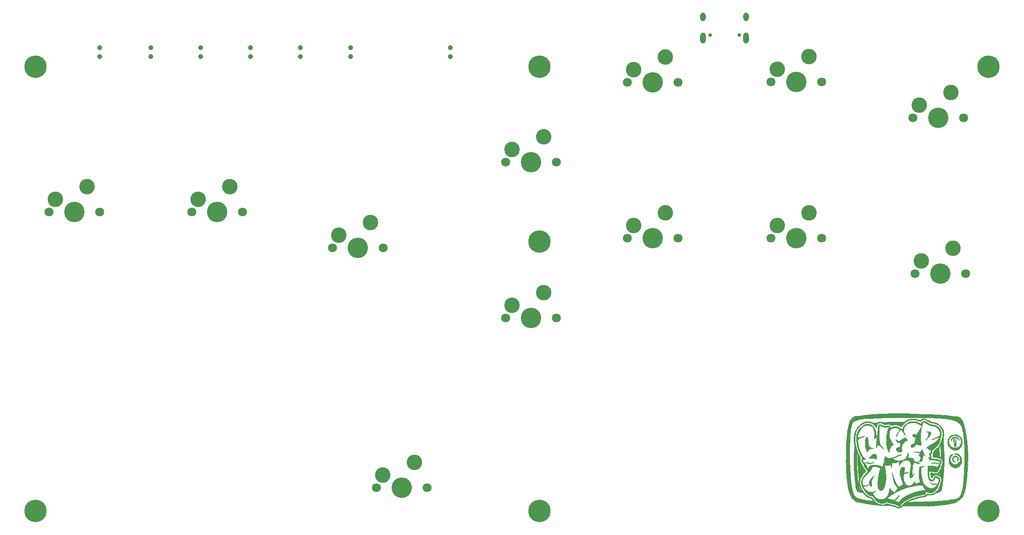
<source format=gts>
G04 #@! TF.GenerationSoftware,KiCad,Pcbnew,(6.0.0)*
G04 #@! TF.CreationDate,2022-01-07T15:37:39-06:00*
G04 #@! TF.ProjectId,2.0,322e302e-6b69-4636-9164-5f7063625858,2.0*
G04 #@! TF.SameCoordinates,Original*
G04 #@! TF.FileFunction,Soldermask,Top*
G04 #@! TF.FilePolarity,Negative*
%FSLAX46Y46*%
G04 Gerber Fmt 4.6, Leading zero omitted, Abs format (unit mm)*
G04 Created by KiCad (PCBNEW (6.0.0)) date 2022-01-07 15:37:39*
%MOMM*%
%LPD*%
G01*
G04 APERTURE LIST*
%ADD10C,0.010000*%
%ADD11C,4.089800*%
%ADD12C,3.102000*%
%ADD13C,1.803800*%
%ADD14C,4.502000*%
%ADD15C,1.002000*%
%ADD16C,0.752000*%
%ADD17O,1.102000X2.202000*%
%ADD18O,1.102000X1.702000*%
G04 APERTURE END LIST*
D10*
G04 #@! TO.C,G\u002A\u002A\u002A*
X242920820Y-116947397D02*
X242942750Y-116983847D01*
X242942750Y-116983847D02*
X242968403Y-117018927D01*
X242968403Y-117018927D02*
X242998312Y-117023534D01*
X242998312Y-117023534D02*
X243044023Y-117042365D01*
X243044023Y-117042365D02*
X243050144Y-117070615D01*
X243050144Y-117070615D02*
X243066152Y-117108110D01*
X243066152Y-117108110D02*
X243105875Y-117106555D01*
X243105875Y-117106555D02*
X243178049Y-117112950D01*
X243178049Y-117112950D02*
X243238516Y-117155924D01*
X243238516Y-117155924D02*
X243260250Y-117209809D01*
X243260250Y-117209809D02*
X243234268Y-117252198D01*
X243234268Y-117252198D02*
X243166085Y-117264547D01*
X243166085Y-117264547D02*
X243070338Y-117245121D01*
X243070338Y-117245121D02*
X243044486Y-117235374D01*
X243044486Y-117235374D02*
X242975675Y-117195774D01*
X242975675Y-117195774D02*
X242960931Y-117158651D01*
X242960931Y-117158651D02*
X242962381Y-117155921D01*
X242962381Y-117155921D02*
X242963242Y-117132405D01*
X242963242Y-117132405D02*
X242936092Y-117138194D01*
X242936092Y-117138194D02*
X242888757Y-117127997D01*
X242888757Y-117127997D02*
X242845651Y-117079793D01*
X242845651Y-117079793D02*
X242822638Y-117017997D01*
X242822638Y-117017997D02*
X242829753Y-116974527D01*
X242829753Y-116974527D02*
X242873055Y-116943108D01*
X242873055Y-116943108D02*
X242920820Y-116947397D01*
X242920820Y-116947397D02*
X242920820Y-116947397D01*
G36*
X242920820Y-116947397D02*
G01*
X242942750Y-116983847D01*
X242968403Y-117018927D01*
X242998312Y-117023534D01*
X243044023Y-117042365D01*
X243050144Y-117070615D01*
X243066152Y-117108110D01*
X243105875Y-117106555D01*
X243178049Y-117112950D01*
X243238516Y-117155924D01*
X243260250Y-117209809D01*
X243234268Y-117252198D01*
X243166085Y-117264547D01*
X243070338Y-117245121D01*
X243044486Y-117235374D01*
X242975675Y-117195774D01*
X242960931Y-117158651D01*
X242962381Y-117155921D01*
X242963242Y-117132405D01*
X242936092Y-117138194D01*
X242888757Y-117127997D01*
X242845651Y-117079793D01*
X242822638Y-117017997D01*
X242829753Y-116974527D01*
X242873055Y-116943108D01*
X242920820Y-116947397D01*
G37*
X242920820Y-116947397D02*
X242942750Y-116983847D01*
X242968403Y-117018927D01*
X242998312Y-117023534D01*
X243044023Y-117042365D01*
X243050144Y-117070615D01*
X243066152Y-117108110D01*
X243105875Y-117106555D01*
X243178049Y-117112950D01*
X243238516Y-117155924D01*
X243260250Y-117209809D01*
X243234268Y-117252198D01*
X243166085Y-117264547D01*
X243070338Y-117245121D01*
X243044486Y-117235374D01*
X242975675Y-117195774D01*
X242960931Y-117158651D01*
X242962381Y-117155921D01*
X242963242Y-117132405D01*
X242936092Y-117138194D01*
X242888757Y-117127997D01*
X242845651Y-117079793D01*
X242822638Y-117017997D01*
X242829753Y-116974527D01*
X242873055Y-116943108D01*
X242920820Y-116947397D01*
X243704750Y-112278144D02*
X243754547Y-112316431D01*
X243754547Y-112316431D02*
X243783716Y-112361866D01*
X243783716Y-112361866D02*
X243822493Y-112415701D01*
X243822493Y-112415701D02*
X243854036Y-112431250D01*
X243854036Y-112431250D02*
X243896971Y-112456460D01*
X243896971Y-112456460D02*
X243930636Y-112502687D01*
X243930636Y-112502687D02*
X243972842Y-112566590D01*
X243972842Y-112566590D02*
X244003190Y-112596779D01*
X244003190Y-112596779D02*
X244037731Y-112634536D01*
X244037731Y-112634536D02*
X244040713Y-112644404D01*
X244040713Y-112644404D02*
X244050515Y-112690659D01*
X244050515Y-112690659D02*
X244068475Y-112758709D01*
X244068475Y-112758709D02*
X244077951Y-112844686D01*
X244077951Y-112844686D02*
X244065887Y-112907199D01*
X244065887Y-112907199D02*
X244046742Y-112931848D01*
X244046742Y-112931848D02*
X244020870Y-112921706D01*
X244020870Y-112921706D02*
X243979840Y-112869473D01*
X243979840Y-112869473D02*
X243927000Y-112786932D01*
X243927000Y-112786932D02*
X243868315Y-112690733D01*
X243868315Y-112690733D02*
X243823604Y-112614758D01*
X243823604Y-112614758D02*
X243803377Y-112577138D01*
X243803377Y-112577138D02*
X243773096Y-112536173D01*
X243773096Y-112536173D02*
X243716497Y-112477862D01*
X243716497Y-112477862D02*
X243711852Y-112473525D01*
X243711852Y-112473525D02*
X243660872Y-112415146D01*
X243660872Y-112415146D02*
X243658488Y-112372306D01*
X243658488Y-112372306D02*
X243668511Y-112357283D01*
X243668511Y-112357283D02*
X243687667Y-112308685D01*
X243687667Y-112308685D02*
X243680662Y-112289044D01*
X243680662Y-112289044D02*
X243683045Y-112274410D01*
X243683045Y-112274410D02*
X243704750Y-112278144D01*
X243704750Y-112278144D02*
X243704750Y-112278144D01*
G36*
X243704750Y-112278144D02*
G01*
X243754547Y-112316431D01*
X243783716Y-112361866D01*
X243822493Y-112415701D01*
X243854036Y-112431250D01*
X243896971Y-112456460D01*
X243930636Y-112502687D01*
X243972842Y-112566590D01*
X244003190Y-112596779D01*
X244037731Y-112634536D01*
X244040713Y-112644404D01*
X244050515Y-112690659D01*
X244068475Y-112758709D01*
X244077951Y-112844686D01*
X244065887Y-112907199D01*
X244046742Y-112931848D01*
X244020870Y-112921706D01*
X243979840Y-112869473D01*
X243927000Y-112786932D01*
X243868315Y-112690733D01*
X243823604Y-112614758D01*
X243803377Y-112577138D01*
X243773096Y-112536173D01*
X243716497Y-112477862D01*
X243711852Y-112473525D01*
X243660872Y-112415146D01*
X243658488Y-112372306D01*
X243668511Y-112357283D01*
X243687667Y-112308685D01*
X243680662Y-112289044D01*
X243683045Y-112274410D01*
X243704750Y-112278144D01*
G37*
X243704750Y-112278144D02*
X243754547Y-112316431D01*
X243783716Y-112361866D01*
X243822493Y-112415701D01*
X243854036Y-112431250D01*
X243896971Y-112456460D01*
X243930636Y-112502687D01*
X243972842Y-112566590D01*
X244003190Y-112596779D01*
X244037731Y-112634536D01*
X244040713Y-112644404D01*
X244050515Y-112690659D01*
X244068475Y-112758709D01*
X244077951Y-112844686D01*
X244065887Y-112907199D01*
X244046742Y-112931848D01*
X244020870Y-112921706D01*
X243979840Y-112869473D01*
X243927000Y-112786932D01*
X243868315Y-112690733D01*
X243823604Y-112614758D01*
X243803377Y-112577138D01*
X243773096Y-112536173D01*
X243716497Y-112477862D01*
X243711852Y-112473525D01*
X243660872Y-112415146D01*
X243658488Y-112372306D01*
X243668511Y-112357283D01*
X243687667Y-112308685D01*
X243680662Y-112289044D01*
X243683045Y-112274410D01*
X243704750Y-112278144D01*
X243387110Y-115526951D02*
X243427902Y-115532320D01*
X243427902Y-115532320D02*
X243531547Y-115544241D01*
X243531547Y-115544241D02*
X243613614Y-115549061D01*
X243613614Y-115549061D02*
X243641250Y-115547836D01*
X243641250Y-115547836D02*
X243672807Y-115546096D01*
X243672807Y-115546096D02*
X243650372Y-115566389D01*
X243650372Y-115566389D02*
X243641250Y-115572689D01*
X243641250Y-115572689D02*
X243618623Y-115596057D01*
X243618623Y-115596057D02*
X243650008Y-115604975D01*
X243650008Y-115604975D02*
X243679443Y-115605763D01*
X243679443Y-115605763D02*
X243764628Y-115617375D01*
X243764628Y-115617375D02*
X243848897Y-115645261D01*
X243848897Y-115645261D02*
X243909914Y-115680322D01*
X243909914Y-115680322D02*
X243927000Y-115706596D01*
X243927000Y-115706596D02*
X243952854Y-115730127D01*
X243952854Y-115730127D02*
X243975621Y-115733250D01*
X243975621Y-115733250D02*
X244028598Y-115758936D01*
X244028598Y-115758936D02*
X244042518Y-115780875D01*
X244042518Y-115780875D02*
X244080599Y-115823037D01*
X244080599Y-115823037D02*
X244101625Y-115828500D01*
X244101625Y-115828500D02*
X244147506Y-115854059D01*
X244147506Y-115854059D02*
X244160859Y-115876458D01*
X244160859Y-115876458D02*
X244182314Y-115931682D01*
X244182314Y-115931682D02*
X244188068Y-115946138D01*
X244188068Y-115946138D02*
X244214347Y-115979448D01*
X244214347Y-115979448D02*
X244270926Y-116039123D01*
X244270926Y-116039123D02*
X244304959Y-116072831D01*
X244304959Y-116072831D02*
X244368766Y-116137719D01*
X244368766Y-116137719D02*
X244391978Y-116177901D01*
X244391978Y-116177901D02*
X244380250Y-116212180D01*
X244380250Y-116212180D02*
X244355601Y-116241276D01*
X244355601Y-116241276D02*
X244317521Y-116287239D01*
X244317521Y-116287239D02*
X244324706Y-116303023D01*
X244324706Y-116303023D02*
X244362691Y-116304750D01*
X244362691Y-116304750D02*
X244436127Y-116325712D01*
X244436127Y-116325712D02*
X244484291Y-116393903D01*
X244484291Y-116393903D02*
X244510008Y-116495250D01*
X244510008Y-116495250D02*
X244529737Y-116592996D01*
X244529737Y-116592996D02*
X244559114Y-116714104D01*
X244559114Y-116714104D02*
X244574425Y-116770801D01*
X244574425Y-116770801D02*
X244603076Y-116924320D01*
X244603076Y-116924320D02*
X244592686Y-117037946D01*
X244592686Y-117037946D02*
X244543796Y-117106290D01*
X244543796Y-117106290D02*
X244540619Y-117108262D01*
X244540619Y-117108262D02*
X244514352Y-117136420D01*
X244514352Y-117136420D02*
X244539052Y-117175271D01*
X244539052Y-117175271D02*
X244543787Y-117180073D01*
X244543787Y-117180073D02*
X244576854Y-117247571D01*
X244576854Y-117247571D02*
X244577708Y-117289862D01*
X244577708Y-117289862D02*
X244556851Y-117354915D01*
X244556851Y-117354915D02*
X244516873Y-117449409D01*
X244516873Y-117449409D02*
X244465540Y-117557996D01*
X244465540Y-117557996D02*
X244410621Y-117665328D01*
X244410621Y-117665328D02*
X244359883Y-117756057D01*
X244359883Y-117756057D02*
X244321091Y-117814832D01*
X244321091Y-117814832D02*
X244305005Y-117828750D01*
X244305005Y-117828750D02*
X244279259Y-117854406D01*
X244279259Y-117854406D02*
X244276250Y-117874896D01*
X244276250Y-117874896D02*
X244251729Y-117930256D01*
X244251729Y-117930256D02*
X244186950Y-118008003D01*
X244186950Y-118008003D02*
X244095083Y-118096210D01*
X244095083Y-118096210D02*
X243989300Y-118182950D01*
X243989300Y-118182950D02*
X243882771Y-118256297D01*
X243882771Y-118256297D02*
X243813552Y-118293867D01*
X243813552Y-118293867D02*
X243701447Y-118337600D01*
X243701447Y-118337600D02*
X243568840Y-118378042D01*
X243568840Y-118378042D02*
X243437414Y-118409734D01*
X243437414Y-118409734D02*
X243328851Y-118427216D01*
X243328851Y-118427216D02*
X243279728Y-118428265D01*
X243279728Y-118428265D02*
X243229483Y-118421127D01*
X243229483Y-118421127D02*
X243141559Y-118407186D01*
X243141559Y-118407186D02*
X243088695Y-118398451D01*
X243088695Y-118398451D02*
X242992891Y-118375369D01*
X242992891Y-118375369D02*
X242924100Y-118345957D01*
X242924100Y-118345957D02*
X242906618Y-118330748D01*
X242906618Y-118330748D02*
X242883738Y-118307120D01*
X242883738Y-118307120D02*
X242879736Y-118313892D01*
X242879736Y-118313892D02*
X242854321Y-118312734D01*
X242854321Y-118312734D02*
X242788196Y-118285824D01*
X242788196Y-118285824D02*
X242696687Y-118239520D01*
X242696687Y-118239520D02*
X242594045Y-118174777D01*
X242594045Y-118174777D02*
X242485631Y-118092045D01*
X242485631Y-118092045D02*
X242384171Y-118002969D01*
X242384171Y-118002969D02*
X242302393Y-117919195D01*
X242302393Y-117919195D02*
X242270760Y-117876375D01*
X242270760Y-117876375D02*
X243133250Y-117876375D01*
X243133250Y-117876375D02*
X243149125Y-117892250D01*
X243149125Y-117892250D02*
X243165000Y-117876375D01*
X243165000Y-117876375D02*
X243292000Y-117876375D01*
X243292000Y-117876375D02*
X243307875Y-117892250D01*
X243307875Y-117892250D02*
X243323750Y-117876375D01*
X243323750Y-117876375D02*
X243307875Y-117860500D01*
X243307875Y-117860500D02*
X243292000Y-117876375D01*
X243292000Y-117876375D02*
X243165000Y-117876375D01*
X243165000Y-117876375D02*
X243149125Y-117860500D01*
X243149125Y-117860500D02*
X243133250Y-117876375D01*
X243133250Y-117876375D02*
X242270760Y-117876375D01*
X242270760Y-117876375D02*
X242253023Y-117852367D01*
X242253023Y-117852367D02*
X242244250Y-117825551D01*
X242244250Y-117825551D02*
X242223880Y-117777804D01*
X242223880Y-117777804D02*
X242197974Y-117746188D01*
X242197974Y-117746188D02*
X242169399Y-117691280D01*
X242169399Y-117691280D02*
X242475069Y-117691280D01*
X242475069Y-117691280D02*
X242484103Y-117736397D01*
X242484103Y-117736397D02*
X242514125Y-117772701D01*
X242514125Y-117772701D02*
X242569898Y-117796023D01*
X242569898Y-117796023D02*
X242605142Y-117782526D01*
X242605142Y-117782526D02*
X242605051Y-117749557D01*
X242605051Y-117749557D02*
X242604883Y-117749375D01*
X242604883Y-117749375D02*
X242784000Y-117749375D01*
X242784000Y-117749375D02*
X242799875Y-117765250D01*
X242799875Y-117765250D02*
X242815750Y-117749375D01*
X242815750Y-117749375D02*
X242799875Y-117733500D01*
X242799875Y-117733500D02*
X242784000Y-117749375D01*
X242784000Y-117749375D02*
X242604883Y-117749375D01*
X242604883Y-117749375D02*
X242575164Y-117717315D01*
X242575164Y-117717315D02*
X242558423Y-117719681D01*
X242558423Y-117719681D02*
X242531657Y-117713887D01*
X242531657Y-117713887D02*
X242530000Y-117703623D01*
X242530000Y-117703623D02*
X242506952Y-117671292D01*
X242506952Y-117671292D02*
X242498250Y-117670000D01*
X242498250Y-117670000D02*
X242475069Y-117691280D01*
X242475069Y-117691280D02*
X242169399Y-117691280D01*
X242169399Y-117691280D02*
X242167688Y-117687993D01*
X242167688Y-117687993D02*
X242169620Y-117653206D01*
X242169620Y-117653206D02*
X242168113Y-117612974D01*
X242168113Y-117612974D02*
X242153212Y-117606500D01*
X242153212Y-117606500D02*
X242114258Y-117577851D01*
X242114258Y-117577851D02*
X242071669Y-117502885D01*
X242071669Y-117502885D02*
X242044317Y-117431875D01*
X242044317Y-117431875D02*
X242339500Y-117431875D01*
X242339500Y-117431875D02*
X242355375Y-117447750D01*
X242355375Y-117447750D02*
X242371250Y-117431875D01*
X242371250Y-117431875D02*
X242355375Y-117416000D01*
X242355375Y-117416000D02*
X242339500Y-117431875D01*
X242339500Y-117431875D02*
X242044317Y-117431875D01*
X242044317Y-117431875D02*
X242031296Y-117398073D01*
X242031296Y-117398073D02*
X241998988Y-117279886D01*
X241998988Y-117279886D02*
X241997908Y-117273125D01*
X241997908Y-117273125D02*
X242085500Y-117273125D01*
X242085500Y-117273125D02*
X242101375Y-117289000D01*
X242101375Y-117289000D02*
X242117250Y-117273125D01*
X242117250Y-117273125D02*
X242101375Y-117257250D01*
X242101375Y-117257250D02*
X242085500Y-117273125D01*
X242085500Y-117273125D02*
X241997908Y-117273125D01*
X241997908Y-117273125D02*
X241980594Y-117164794D01*
X241980594Y-117164794D02*
X241978434Y-117114375D01*
X241978434Y-117114375D02*
X241982911Y-117004620D01*
X241982911Y-117004620D02*
X241993230Y-116875875D01*
X241993230Y-116875875D02*
X242007492Y-116743133D01*
X242007492Y-116743133D02*
X242023796Y-116621385D01*
X242023796Y-116621385D02*
X242040242Y-116525624D01*
X242040242Y-116525624D02*
X242054930Y-116470841D01*
X242054930Y-116470841D02*
X242060922Y-116463500D01*
X242060922Y-116463500D02*
X242078921Y-116440251D01*
X242078921Y-116440251D02*
X242074018Y-116415875D01*
X242074018Y-116415875D02*
X242244250Y-116415875D01*
X242244250Y-116415875D02*
X242260125Y-116431750D01*
X242260125Y-116431750D02*
X242276000Y-116415875D01*
X242276000Y-116415875D02*
X242260125Y-116400000D01*
X242260125Y-116400000D02*
X242244250Y-116415875D01*
X242244250Y-116415875D02*
X242074018Y-116415875D01*
X242074018Y-116415875D02*
X242074601Y-116375056D01*
X242074601Y-116375056D02*
X242089142Y-116368250D01*
X242089142Y-116368250D02*
X242111304Y-116345539D01*
X242111304Y-116345539D02*
X242108547Y-116328562D01*
X242108547Y-116328562D02*
X242116902Y-116281727D01*
X242116902Y-116281727D02*
X242151563Y-116208563D01*
X242151563Y-116208563D02*
X242199639Y-116132697D01*
X242199639Y-116132697D02*
X242242770Y-116082500D01*
X242242770Y-116082500D02*
X242268704Y-116045175D01*
X242268704Y-116045175D02*
X242302562Y-115984294D01*
X242302562Y-115984294D02*
X242383486Y-115856007D01*
X242383486Y-115856007D02*
X242474410Y-115757918D01*
X242474410Y-115757918D02*
X242566025Y-115695328D01*
X242566025Y-115695328D02*
X242649027Y-115673534D01*
X242649027Y-115673534D02*
X242714107Y-115697837D01*
X242714107Y-115697837D02*
X242740003Y-115735205D01*
X242740003Y-115735205D02*
X242748563Y-115778915D01*
X242748563Y-115778915D02*
X242729054Y-115829029D01*
X242729054Y-115829029D02*
X242674067Y-115899321D01*
X242674067Y-115899321D02*
X242620448Y-115957455D01*
X242620448Y-115957455D02*
X242540847Y-116036526D01*
X242540847Y-116036526D02*
X242475380Y-116092872D01*
X242475380Y-116092872D02*
X242438340Y-116114250D01*
X242438340Y-116114250D02*
X242417963Y-116137144D01*
X242417963Y-116137144D02*
X242422004Y-116158580D01*
X242422004Y-116158580D02*
X242411709Y-116207551D01*
X242411709Y-116207551D02*
X242369940Y-116251293D01*
X242369940Y-116251293D02*
X242324845Y-116296268D01*
X242324845Y-116296268D02*
X242318620Y-116328402D01*
X242318620Y-116328402D02*
X242320533Y-116372273D01*
X242320533Y-116372273D02*
X242307528Y-116457138D01*
X242307528Y-116457138D02*
X242287328Y-116544950D01*
X242287328Y-116544950D02*
X242259534Y-116678052D01*
X242259534Y-116678052D02*
X242257696Y-116777525D01*
X242257696Y-116777525D02*
X242270928Y-116839139D01*
X242270928Y-116839139D02*
X242286496Y-116931832D01*
X242286496Y-116931832D02*
X242279461Y-117010526D01*
X242279461Y-117010526D02*
X242278457Y-117013404D01*
X242278457Y-117013404D02*
X242272846Y-117074270D01*
X242272846Y-117074270D02*
X242319951Y-117114510D01*
X242319951Y-117114510D02*
X242377968Y-117165685D01*
X242377968Y-117165685D02*
X242398367Y-117209018D01*
X242398367Y-117209018D02*
X242435392Y-117279592D01*
X242435392Y-117279592D02*
X242515877Y-117369018D01*
X242515877Y-117369018D02*
X242627168Y-117466417D01*
X242627168Y-117466417D02*
X242756613Y-117560916D01*
X242756613Y-117560916D02*
X242891557Y-117641638D01*
X242891557Y-117641638D02*
X242916526Y-117654398D01*
X242916526Y-117654398D02*
X243027627Y-117707707D01*
X243027627Y-117707707D02*
X243101875Y-117735215D01*
X243101875Y-117735215D02*
X243158706Y-117740518D01*
X243158706Y-117740518D02*
X243217553Y-117727215D01*
X243217553Y-117727215D02*
X243249901Y-117716105D01*
X243249901Y-117716105D02*
X243358633Y-117683521D01*
X243358633Y-117683521D02*
X243435622Y-117672608D01*
X243435622Y-117672608D02*
X243470323Y-117684081D01*
X243470323Y-117684081D02*
X243466849Y-117701386D01*
X243466849Y-117701386D02*
X243471951Y-117719448D01*
X243471951Y-117719448D02*
X243496543Y-117713934D01*
X243496543Y-117713934D02*
X243531797Y-117686696D01*
X243531797Y-117686696D02*
X243531581Y-117672355D01*
X243531581Y-117672355D02*
X243545929Y-117655966D01*
X243545929Y-117655966D02*
X243658126Y-117655966D01*
X243658126Y-117655966D02*
X243677547Y-117673482D01*
X243677547Y-117673482D02*
X243722028Y-117698304D01*
X243722028Y-117698304D02*
X243726115Y-117681574D01*
X243726115Y-117681574D02*
X243716301Y-117654307D01*
X243716301Y-117654307D02*
X243684830Y-117623129D01*
X243684830Y-117623129D02*
X243666283Y-117626526D01*
X243666283Y-117626526D02*
X243658126Y-117655966D01*
X243658126Y-117655966D02*
X243545929Y-117655966D01*
X243545929Y-117655966D02*
X243550797Y-117650407D01*
X243550797Y-117650407D02*
X243615094Y-117617496D01*
X243615094Y-117617496D02*
X243682575Y-117590989D01*
X243682575Y-117590989D02*
X243808400Y-117536006D01*
X243808400Y-117536006D02*
X243908446Y-117463379D01*
X243908446Y-117463379D02*
X244002578Y-117356720D01*
X244002578Y-117356720D02*
X244054618Y-117284071D01*
X244054618Y-117284071D02*
X244114552Y-117204049D01*
X244114552Y-117204049D02*
X244169485Y-117142323D01*
X244169485Y-117142323D02*
X244177985Y-117134544D01*
X244177985Y-117134544D02*
X244209203Y-117096891D01*
X244209203Y-117096891D02*
X244187627Y-117075899D01*
X244187627Y-117075899D02*
X244175237Y-117049405D01*
X244175237Y-117049405D02*
X244216361Y-116996361D01*
X244216361Y-116996361D02*
X244230905Y-116982480D01*
X244230905Y-116982480D02*
X244284326Y-116929029D01*
X244284326Y-116929029D02*
X244294178Y-116897053D01*
X244294178Y-116897053D02*
X244264628Y-116866154D01*
X244264628Y-116866154D02*
X244256028Y-116859573D01*
X244256028Y-116859573D02*
X244221510Y-116824570D01*
X244221510Y-116824570D02*
X244240450Y-116813759D01*
X244240450Y-116813759D02*
X244267184Y-116802381D01*
X244267184Y-116802381D02*
X244247598Y-116768858D01*
X244247598Y-116768858D02*
X244221068Y-116705796D01*
X244221068Y-116705796D02*
X244212909Y-116633921D01*
X244212909Y-116633921D02*
X244208953Y-116552008D01*
X244208953Y-116552008D02*
X244295858Y-116552008D01*
X244295858Y-116552008D02*
X244308996Y-116558750D01*
X244308996Y-116558750D02*
X244336285Y-116533018D01*
X244336285Y-116533018D02*
X244339750Y-116511125D01*
X244339750Y-116511125D02*
X244332957Y-116468763D01*
X244332957Y-116468763D02*
X244327271Y-116463500D01*
X244327271Y-116463500D02*
X244306799Y-116488327D01*
X244306799Y-116488327D02*
X244296518Y-116511125D01*
X244296518Y-116511125D02*
X244295858Y-116552008D01*
X244295858Y-116552008D02*
X244208953Y-116552008D01*
X244208953Y-116552008D02*
X244207892Y-116530054D01*
X244207892Y-116530054D02*
X244191890Y-116433070D01*
X244191890Y-116433070D02*
X244176257Y-116384125D01*
X244176257Y-116384125D02*
X244403250Y-116384125D01*
X244403250Y-116384125D02*
X244419125Y-116400000D01*
X244419125Y-116400000D02*
X244435000Y-116384125D01*
X244435000Y-116384125D02*
X244419125Y-116368250D01*
X244419125Y-116368250D02*
X244403250Y-116384125D01*
X244403250Y-116384125D02*
X244176257Y-116384125D01*
X244176257Y-116384125D02*
X244169247Y-116362179D01*
X244169247Y-116362179D02*
X244145646Y-116336500D01*
X244145646Y-116336500D02*
X244130253Y-116320625D01*
X244130253Y-116320625D02*
X244244500Y-116320625D01*
X244244500Y-116320625D02*
X244260375Y-116336500D01*
X244260375Y-116336500D02*
X244276250Y-116320625D01*
X244276250Y-116320625D02*
X244260375Y-116304750D01*
X244260375Y-116304750D02*
X244244500Y-116320625D01*
X244244500Y-116320625D02*
X244130253Y-116320625D01*
X244130253Y-116320625D02*
X244120659Y-116310731D01*
X244120659Y-116310731D02*
X244117500Y-116288875D01*
X244117500Y-116288875D02*
X244134016Y-116246613D01*
X244134016Y-116246613D02*
X244148065Y-116241250D01*
X244148065Y-116241250D02*
X244144006Y-116220973D01*
X244144006Y-116220973D02*
X244103515Y-116167972D01*
X244103515Y-116167972D02*
X244039772Y-116098375D01*
X244039772Y-116098375D02*
X244007644Y-116066625D01*
X244007644Y-116066625D02*
X244149250Y-116066625D01*
X244149250Y-116066625D02*
X244165125Y-116082500D01*
X244165125Y-116082500D02*
X244181000Y-116066625D01*
X244181000Y-116066625D02*
X244165125Y-116050750D01*
X244165125Y-116050750D02*
X244149250Y-116066625D01*
X244149250Y-116066625D02*
X244007644Y-116066625D01*
X244007644Y-116066625D02*
X243964466Y-116023956D01*
X243964466Y-116023956D02*
X243906475Y-115972277D01*
X243906475Y-115972277D02*
X243880690Y-115955500D01*
X243880690Y-115955500D02*
X243847808Y-115934432D01*
X243847808Y-115934432D02*
X243846138Y-115932850D01*
X243846138Y-115932850D02*
X243963867Y-115932850D01*
X243963867Y-115932850D02*
X243971593Y-115950594D01*
X243971593Y-115950594D02*
X244003562Y-115984679D01*
X244003562Y-115984679D02*
X244021940Y-115977687D01*
X244021940Y-115977687D02*
X244022250Y-115973248D01*
X244022250Y-115973248D02*
X243999698Y-115946394D01*
X243999698Y-115946394D02*
X243985594Y-115936593D01*
X243985594Y-115936593D02*
X243963867Y-115932850D01*
X243963867Y-115932850D02*
X243846138Y-115932850D01*
X243846138Y-115932850D02*
X243793100Y-115882617D01*
X243793100Y-115882617D02*
X243782608Y-115871488D01*
X243782608Y-115871488D02*
X243732344Y-115822304D01*
X243732344Y-115822304D02*
X243705926Y-115806311D01*
X243705926Y-115806311D02*
X243704750Y-115808720D01*
X243704750Y-115808720D02*
X243682195Y-115808706D01*
X243682195Y-115808706D02*
X243627652Y-115779435D01*
X243627652Y-115779435D02*
X243624957Y-115777681D01*
X243624957Y-115777681D02*
X243547399Y-115746270D01*
X243547399Y-115746270D02*
X243436898Y-115723551D01*
X243436898Y-115723551D02*
X243368284Y-115717126D01*
X243368284Y-115717126D02*
X243237253Y-115704037D01*
X243237253Y-115704037D02*
X243166008Y-115678362D01*
X243166008Y-115678362D02*
X243151666Y-115637772D01*
X243151666Y-115637772D02*
X243162401Y-115622125D01*
X243162401Y-115622125D02*
X243546000Y-115622125D01*
X243546000Y-115622125D02*
X243561875Y-115638000D01*
X243561875Y-115638000D02*
X243577750Y-115622125D01*
X243577750Y-115622125D02*
X243561875Y-115606250D01*
X243561875Y-115606250D02*
X243546000Y-115622125D01*
X243546000Y-115622125D02*
X243162401Y-115622125D01*
X243162401Y-115622125D02*
X243191346Y-115579938D01*
X243191346Y-115579938D02*
X243194540Y-115576709D01*
X243194540Y-115576709D02*
X243243543Y-115537285D01*
X243243543Y-115537285D02*
X243299966Y-115522176D01*
X243299966Y-115522176D02*
X243387110Y-115526951D01*
X243387110Y-115526951D02*
X243387110Y-115526951D01*
G36*
X242244250Y-117825551D02*
G01*
X242223880Y-117777804D01*
X242197974Y-117746188D01*
X242169399Y-117691280D01*
X242475069Y-117691280D01*
X242484103Y-117736397D01*
X242514125Y-117772701D01*
X242569898Y-117796023D01*
X242605142Y-117782526D01*
X242605051Y-117749557D01*
X242604883Y-117749375D01*
X242784000Y-117749375D01*
X242799875Y-117765250D01*
X242815750Y-117749375D01*
X242799875Y-117733500D01*
X242784000Y-117749375D01*
X242604883Y-117749375D01*
X242575164Y-117717315D01*
X242558423Y-117719681D01*
X242531657Y-117713887D01*
X242530000Y-117703623D01*
X242506952Y-117671292D01*
X242498250Y-117670000D01*
X242475069Y-117691280D01*
X242169399Y-117691280D01*
X242167688Y-117687993D01*
X242169620Y-117653206D01*
X242168113Y-117612974D01*
X242153212Y-117606500D01*
X242114258Y-117577851D01*
X242071669Y-117502885D01*
X242044317Y-117431875D01*
X242339500Y-117431875D01*
X242355375Y-117447750D01*
X242371250Y-117431875D01*
X242355375Y-117416000D01*
X242339500Y-117431875D01*
X242044317Y-117431875D01*
X242031296Y-117398073D01*
X241998988Y-117279886D01*
X241997908Y-117273125D01*
X242085500Y-117273125D01*
X242101375Y-117289000D01*
X242117250Y-117273125D01*
X242101375Y-117257250D01*
X242085500Y-117273125D01*
X241997908Y-117273125D01*
X241980594Y-117164794D01*
X241978434Y-117114375D01*
X241982911Y-117004620D01*
X241993230Y-116875875D01*
X242007492Y-116743133D01*
X242023796Y-116621385D01*
X242040242Y-116525624D01*
X242054930Y-116470841D01*
X242060922Y-116463500D01*
X242078921Y-116440251D01*
X242074018Y-116415875D01*
X242244250Y-116415875D01*
X242260125Y-116431750D01*
X242276000Y-116415875D01*
X242260125Y-116400000D01*
X242244250Y-116415875D01*
X242074018Y-116415875D01*
X242074601Y-116375056D01*
X242089142Y-116368250D01*
X242111304Y-116345539D01*
X242108547Y-116328562D01*
X242116902Y-116281727D01*
X242151563Y-116208563D01*
X242199639Y-116132697D01*
X242242770Y-116082500D01*
X242268704Y-116045175D01*
X242302562Y-115984294D01*
X242383486Y-115856007D01*
X242474410Y-115757918D01*
X242566025Y-115695328D01*
X242649027Y-115673534D01*
X242714107Y-115697837D01*
X242740003Y-115735205D01*
X242748563Y-115778915D01*
X242729054Y-115829029D01*
X242674067Y-115899321D01*
X242620448Y-115957455D01*
X242540847Y-116036526D01*
X242475380Y-116092872D01*
X242438340Y-116114250D01*
X242417963Y-116137144D01*
X242422004Y-116158580D01*
X242411709Y-116207551D01*
X242369940Y-116251293D01*
X242324845Y-116296268D01*
X242318620Y-116328402D01*
X242320533Y-116372273D01*
X242307528Y-116457138D01*
X242287328Y-116544950D01*
X242259534Y-116678052D01*
X242257696Y-116777525D01*
X242270928Y-116839139D01*
X242286496Y-116931832D01*
X242279461Y-117010526D01*
X242278457Y-117013404D01*
X242272846Y-117074270D01*
X242319951Y-117114510D01*
X242377968Y-117165685D01*
X242398367Y-117209018D01*
X242435392Y-117279592D01*
X242515877Y-117369018D01*
X242627168Y-117466417D01*
X242756613Y-117560916D01*
X242891557Y-117641638D01*
X242916526Y-117654398D01*
X243027627Y-117707707D01*
X243101875Y-117735215D01*
X243158706Y-117740518D01*
X243217553Y-117727215D01*
X243249901Y-117716105D01*
X243358633Y-117683521D01*
X243435622Y-117672608D01*
X243470323Y-117684081D01*
X243466849Y-117701386D01*
X243471951Y-117719448D01*
X243496543Y-117713934D01*
X243531797Y-117686696D01*
X243531581Y-117672355D01*
X243545929Y-117655966D01*
X243658126Y-117655966D01*
X243677547Y-117673482D01*
X243722028Y-117698304D01*
X243726115Y-117681574D01*
X243716301Y-117654307D01*
X243684830Y-117623129D01*
X243666283Y-117626526D01*
X243658126Y-117655966D01*
X243545929Y-117655966D01*
X243550797Y-117650407D01*
X243615094Y-117617496D01*
X243682575Y-117590989D01*
X243808400Y-117536006D01*
X243908446Y-117463379D01*
X244002578Y-117356720D01*
X244054618Y-117284071D01*
X244114552Y-117204049D01*
X244169485Y-117142323D01*
X244177985Y-117134544D01*
X244209203Y-117096891D01*
X244187627Y-117075899D01*
X244175237Y-117049405D01*
X244216361Y-116996361D01*
X244230905Y-116982480D01*
X244284326Y-116929029D01*
X244294178Y-116897053D01*
X244264628Y-116866154D01*
X244256028Y-116859573D01*
X244221510Y-116824570D01*
X244240450Y-116813759D01*
X244267184Y-116802381D01*
X244247598Y-116768858D01*
X244221068Y-116705796D01*
X244212909Y-116633921D01*
X244208953Y-116552008D01*
X244295858Y-116552008D01*
X244308996Y-116558750D01*
X244336285Y-116533018D01*
X244339750Y-116511125D01*
X244332957Y-116468763D01*
X244327271Y-116463500D01*
X244306799Y-116488327D01*
X244296518Y-116511125D01*
X244295858Y-116552008D01*
X244208953Y-116552008D01*
X244207892Y-116530054D01*
X244191890Y-116433070D01*
X244176257Y-116384125D01*
X244403250Y-116384125D01*
X244419125Y-116400000D01*
X244435000Y-116384125D01*
X244419125Y-116368250D01*
X244403250Y-116384125D01*
X244176257Y-116384125D01*
X244169247Y-116362179D01*
X244145646Y-116336500D01*
X244130253Y-116320625D01*
X244244500Y-116320625D01*
X244260375Y-116336500D01*
X244276250Y-116320625D01*
X244260375Y-116304750D01*
X244244500Y-116320625D01*
X244130253Y-116320625D01*
X244120659Y-116310731D01*
X244117500Y-116288875D01*
X244134016Y-116246613D01*
X244148065Y-116241250D01*
X244144006Y-116220973D01*
X244103515Y-116167972D01*
X244039772Y-116098375D01*
X244007644Y-116066625D01*
X244149250Y-116066625D01*
X244165125Y-116082500D01*
X244181000Y-116066625D01*
X244165125Y-116050750D01*
X244149250Y-116066625D01*
X244007644Y-116066625D01*
X243964466Y-116023956D01*
X243906475Y-115972277D01*
X243880690Y-115955500D01*
X243847808Y-115934432D01*
X243846138Y-115932850D01*
X243963867Y-115932850D01*
X243971593Y-115950594D01*
X244003562Y-115984679D01*
X244021940Y-115977687D01*
X244022250Y-115973248D01*
X243999698Y-115946394D01*
X243985594Y-115936593D01*
X243963867Y-115932850D01*
X243846138Y-115932850D01*
X243793100Y-115882617D01*
X243782608Y-115871488D01*
X243732344Y-115822304D01*
X243705926Y-115806311D01*
X243704750Y-115808720D01*
X243682195Y-115808706D01*
X243627652Y-115779435D01*
X243624957Y-115777681D01*
X243547399Y-115746270D01*
X243436898Y-115723551D01*
X243368284Y-115717126D01*
X243237253Y-115704037D01*
X243166008Y-115678362D01*
X243151666Y-115637772D01*
X243162401Y-115622125D01*
X243546000Y-115622125D01*
X243561875Y-115638000D01*
X243577750Y-115622125D01*
X243561875Y-115606250D01*
X243546000Y-115622125D01*
X243162401Y-115622125D01*
X243191346Y-115579938D01*
X243194540Y-115576709D01*
X243243543Y-115537285D01*
X243299966Y-115522176D01*
X243387110Y-115526951D01*
X243427902Y-115532320D01*
X243531547Y-115544241D01*
X243613614Y-115549061D01*
X243641250Y-115547836D01*
X243672807Y-115546096D01*
X243650372Y-115566389D01*
X243641250Y-115572689D01*
X243618623Y-115596057D01*
X243650008Y-115604975D01*
X243679443Y-115605763D01*
X243764628Y-115617375D01*
X243848897Y-115645261D01*
X243909914Y-115680322D01*
X243927000Y-115706596D01*
X243952854Y-115730127D01*
X243975621Y-115733250D01*
X244028598Y-115758936D01*
X244042518Y-115780875D01*
X244080599Y-115823037D01*
X244101625Y-115828500D01*
X244147506Y-115854059D01*
X244160859Y-115876458D01*
X244182314Y-115931682D01*
X244188068Y-115946138D01*
X244214347Y-115979448D01*
X244270926Y-116039123D01*
X244304959Y-116072831D01*
X244368766Y-116137719D01*
X244391978Y-116177901D01*
X244380250Y-116212180D01*
X244355601Y-116241276D01*
X244317521Y-116287239D01*
X244324706Y-116303023D01*
X244362691Y-116304750D01*
X244436127Y-116325712D01*
X244484291Y-116393903D01*
X244510008Y-116495250D01*
X244529737Y-116592996D01*
X244559114Y-116714104D01*
X244574425Y-116770801D01*
X244603076Y-116924320D01*
X244592686Y-117037946D01*
X244543796Y-117106290D01*
X244540619Y-117108262D01*
X244514352Y-117136420D01*
X244539052Y-117175271D01*
X244543787Y-117180073D01*
X244576854Y-117247571D01*
X244577708Y-117289862D01*
X244556851Y-117354915D01*
X244516873Y-117449409D01*
X244465540Y-117557996D01*
X244410621Y-117665328D01*
X244359883Y-117756057D01*
X244321091Y-117814832D01*
X244305005Y-117828750D01*
X244279259Y-117854406D01*
X244276250Y-117874896D01*
X244251729Y-117930256D01*
X244186950Y-118008003D01*
X244095083Y-118096210D01*
X243989300Y-118182950D01*
X243882771Y-118256297D01*
X243813552Y-118293867D01*
X243701447Y-118337600D01*
X243568840Y-118378042D01*
X243437414Y-118409734D01*
X243328851Y-118427216D01*
X243279728Y-118428265D01*
X243229483Y-118421127D01*
X243141559Y-118407186D01*
X243088695Y-118398451D01*
X242992891Y-118375369D01*
X242924100Y-118345957D01*
X242906618Y-118330748D01*
X242883738Y-118307120D01*
X242879736Y-118313892D01*
X242854321Y-118312734D01*
X242788196Y-118285824D01*
X242696687Y-118239520D01*
X242594045Y-118174777D01*
X242485631Y-118092045D01*
X242384171Y-118002969D01*
X242302393Y-117919195D01*
X242270760Y-117876375D01*
X243133250Y-117876375D01*
X243149125Y-117892250D01*
X243165000Y-117876375D01*
X243292000Y-117876375D01*
X243307875Y-117892250D01*
X243323750Y-117876375D01*
X243307875Y-117860500D01*
X243292000Y-117876375D01*
X243165000Y-117876375D01*
X243149125Y-117860500D01*
X243133250Y-117876375D01*
X242270760Y-117876375D01*
X242253023Y-117852367D01*
X242244250Y-117825551D01*
G37*
X242244250Y-117825551D02*
X242223880Y-117777804D01*
X242197974Y-117746188D01*
X242169399Y-117691280D01*
X242475069Y-117691280D01*
X242484103Y-117736397D01*
X242514125Y-117772701D01*
X242569898Y-117796023D01*
X242605142Y-117782526D01*
X242605051Y-117749557D01*
X242604883Y-117749375D01*
X242784000Y-117749375D01*
X242799875Y-117765250D01*
X242815750Y-117749375D01*
X242799875Y-117733500D01*
X242784000Y-117749375D01*
X242604883Y-117749375D01*
X242575164Y-117717315D01*
X242558423Y-117719681D01*
X242531657Y-117713887D01*
X242530000Y-117703623D01*
X242506952Y-117671292D01*
X242498250Y-117670000D01*
X242475069Y-117691280D01*
X242169399Y-117691280D01*
X242167688Y-117687993D01*
X242169620Y-117653206D01*
X242168113Y-117612974D01*
X242153212Y-117606500D01*
X242114258Y-117577851D01*
X242071669Y-117502885D01*
X242044317Y-117431875D01*
X242339500Y-117431875D01*
X242355375Y-117447750D01*
X242371250Y-117431875D01*
X242355375Y-117416000D01*
X242339500Y-117431875D01*
X242044317Y-117431875D01*
X242031296Y-117398073D01*
X241998988Y-117279886D01*
X241997908Y-117273125D01*
X242085500Y-117273125D01*
X242101375Y-117289000D01*
X242117250Y-117273125D01*
X242101375Y-117257250D01*
X242085500Y-117273125D01*
X241997908Y-117273125D01*
X241980594Y-117164794D01*
X241978434Y-117114375D01*
X241982911Y-117004620D01*
X241993230Y-116875875D01*
X242007492Y-116743133D01*
X242023796Y-116621385D01*
X242040242Y-116525624D01*
X242054930Y-116470841D01*
X242060922Y-116463500D01*
X242078921Y-116440251D01*
X242074018Y-116415875D01*
X242244250Y-116415875D01*
X242260125Y-116431750D01*
X242276000Y-116415875D01*
X242260125Y-116400000D01*
X242244250Y-116415875D01*
X242074018Y-116415875D01*
X242074601Y-116375056D01*
X242089142Y-116368250D01*
X242111304Y-116345539D01*
X242108547Y-116328562D01*
X242116902Y-116281727D01*
X242151563Y-116208563D01*
X242199639Y-116132697D01*
X242242770Y-116082500D01*
X242268704Y-116045175D01*
X242302562Y-115984294D01*
X242383486Y-115856007D01*
X242474410Y-115757918D01*
X242566025Y-115695328D01*
X242649027Y-115673534D01*
X242714107Y-115697837D01*
X242740003Y-115735205D01*
X242748563Y-115778915D01*
X242729054Y-115829029D01*
X242674067Y-115899321D01*
X242620448Y-115957455D01*
X242540847Y-116036526D01*
X242475380Y-116092872D01*
X242438340Y-116114250D01*
X242417963Y-116137144D01*
X242422004Y-116158580D01*
X242411709Y-116207551D01*
X242369940Y-116251293D01*
X242324845Y-116296268D01*
X242318620Y-116328402D01*
X242320533Y-116372273D01*
X242307528Y-116457138D01*
X242287328Y-116544950D01*
X242259534Y-116678052D01*
X242257696Y-116777525D01*
X242270928Y-116839139D01*
X242286496Y-116931832D01*
X242279461Y-117010526D01*
X242278457Y-117013404D01*
X242272846Y-117074270D01*
X242319951Y-117114510D01*
X242377968Y-117165685D01*
X242398367Y-117209018D01*
X242435392Y-117279592D01*
X242515877Y-117369018D01*
X242627168Y-117466417D01*
X242756613Y-117560916D01*
X242891557Y-117641638D01*
X242916526Y-117654398D01*
X243027627Y-117707707D01*
X243101875Y-117735215D01*
X243158706Y-117740518D01*
X243217553Y-117727215D01*
X243249901Y-117716105D01*
X243358633Y-117683521D01*
X243435622Y-117672608D01*
X243470323Y-117684081D01*
X243466849Y-117701386D01*
X243471951Y-117719448D01*
X243496543Y-117713934D01*
X243531797Y-117686696D01*
X243531581Y-117672355D01*
X243545929Y-117655966D01*
X243658126Y-117655966D01*
X243677547Y-117673482D01*
X243722028Y-117698304D01*
X243726115Y-117681574D01*
X243716301Y-117654307D01*
X243684830Y-117623129D01*
X243666283Y-117626526D01*
X243658126Y-117655966D01*
X243545929Y-117655966D01*
X243550797Y-117650407D01*
X243615094Y-117617496D01*
X243682575Y-117590989D01*
X243808400Y-117536006D01*
X243908446Y-117463379D01*
X244002578Y-117356720D01*
X244054618Y-117284071D01*
X244114552Y-117204049D01*
X244169485Y-117142323D01*
X244177985Y-117134544D01*
X244209203Y-117096891D01*
X244187627Y-117075899D01*
X244175237Y-117049405D01*
X244216361Y-116996361D01*
X244230905Y-116982480D01*
X244284326Y-116929029D01*
X244294178Y-116897053D01*
X244264628Y-116866154D01*
X244256028Y-116859573D01*
X244221510Y-116824570D01*
X244240450Y-116813759D01*
X244267184Y-116802381D01*
X244247598Y-116768858D01*
X244221068Y-116705796D01*
X244212909Y-116633921D01*
X244208953Y-116552008D01*
X244295858Y-116552008D01*
X244308996Y-116558750D01*
X244336285Y-116533018D01*
X244339750Y-116511125D01*
X244332957Y-116468763D01*
X244327271Y-116463500D01*
X244306799Y-116488327D01*
X244296518Y-116511125D01*
X244295858Y-116552008D01*
X244208953Y-116552008D01*
X244207892Y-116530054D01*
X244191890Y-116433070D01*
X244176257Y-116384125D01*
X244403250Y-116384125D01*
X244419125Y-116400000D01*
X244435000Y-116384125D01*
X244419125Y-116368250D01*
X244403250Y-116384125D01*
X244176257Y-116384125D01*
X244169247Y-116362179D01*
X244145646Y-116336500D01*
X244130253Y-116320625D01*
X244244500Y-116320625D01*
X244260375Y-116336500D01*
X244276250Y-116320625D01*
X244260375Y-116304750D01*
X244244500Y-116320625D01*
X244130253Y-116320625D01*
X244120659Y-116310731D01*
X244117500Y-116288875D01*
X244134016Y-116246613D01*
X244148065Y-116241250D01*
X244144006Y-116220973D01*
X244103515Y-116167972D01*
X244039772Y-116098375D01*
X244007644Y-116066625D01*
X244149250Y-116066625D01*
X244165125Y-116082500D01*
X244181000Y-116066625D01*
X244165125Y-116050750D01*
X244149250Y-116066625D01*
X244007644Y-116066625D01*
X243964466Y-116023956D01*
X243906475Y-115972277D01*
X243880690Y-115955500D01*
X243847808Y-115934432D01*
X243846138Y-115932850D01*
X243963867Y-115932850D01*
X243971593Y-115950594D01*
X244003562Y-115984679D01*
X244021940Y-115977687D01*
X244022250Y-115973248D01*
X243999698Y-115946394D01*
X243985594Y-115936593D01*
X243963867Y-115932850D01*
X243846138Y-115932850D01*
X243793100Y-115882617D01*
X243782608Y-115871488D01*
X243732344Y-115822304D01*
X243705926Y-115806311D01*
X243704750Y-115808720D01*
X243682195Y-115808706D01*
X243627652Y-115779435D01*
X243624957Y-115777681D01*
X243547399Y-115746270D01*
X243436898Y-115723551D01*
X243368284Y-115717126D01*
X243237253Y-115704037D01*
X243166008Y-115678362D01*
X243151666Y-115637772D01*
X243162401Y-115622125D01*
X243546000Y-115622125D01*
X243561875Y-115638000D01*
X243577750Y-115622125D01*
X243561875Y-115606250D01*
X243546000Y-115622125D01*
X243162401Y-115622125D01*
X243191346Y-115579938D01*
X243194540Y-115576709D01*
X243243543Y-115537285D01*
X243299966Y-115522176D01*
X243387110Y-115526951D01*
X243427902Y-115532320D01*
X243531547Y-115544241D01*
X243613614Y-115549061D01*
X243641250Y-115547836D01*
X243672807Y-115546096D01*
X243650372Y-115566389D01*
X243641250Y-115572689D01*
X243618623Y-115596057D01*
X243650008Y-115604975D01*
X243679443Y-115605763D01*
X243764628Y-115617375D01*
X243848897Y-115645261D01*
X243909914Y-115680322D01*
X243927000Y-115706596D01*
X243952854Y-115730127D01*
X243975621Y-115733250D01*
X244028598Y-115758936D01*
X244042518Y-115780875D01*
X244080599Y-115823037D01*
X244101625Y-115828500D01*
X244147506Y-115854059D01*
X244160859Y-115876458D01*
X244182314Y-115931682D01*
X244188068Y-115946138D01*
X244214347Y-115979448D01*
X244270926Y-116039123D01*
X244304959Y-116072831D01*
X244368766Y-116137719D01*
X244391978Y-116177901D01*
X244380250Y-116212180D01*
X244355601Y-116241276D01*
X244317521Y-116287239D01*
X244324706Y-116303023D01*
X244362691Y-116304750D01*
X244436127Y-116325712D01*
X244484291Y-116393903D01*
X244510008Y-116495250D01*
X244529737Y-116592996D01*
X244559114Y-116714104D01*
X244574425Y-116770801D01*
X244603076Y-116924320D01*
X244592686Y-117037946D01*
X244543796Y-117106290D01*
X244540619Y-117108262D01*
X244514352Y-117136420D01*
X244539052Y-117175271D01*
X244543787Y-117180073D01*
X244576854Y-117247571D01*
X244577708Y-117289862D01*
X244556851Y-117354915D01*
X244516873Y-117449409D01*
X244465540Y-117557996D01*
X244410621Y-117665328D01*
X244359883Y-117756057D01*
X244321091Y-117814832D01*
X244305005Y-117828750D01*
X244279259Y-117854406D01*
X244276250Y-117874896D01*
X244251729Y-117930256D01*
X244186950Y-118008003D01*
X244095083Y-118096210D01*
X243989300Y-118182950D01*
X243882771Y-118256297D01*
X243813552Y-118293867D01*
X243701447Y-118337600D01*
X243568840Y-118378042D01*
X243437414Y-118409734D01*
X243328851Y-118427216D01*
X243279728Y-118428265D01*
X243229483Y-118421127D01*
X243141559Y-118407186D01*
X243088695Y-118398451D01*
X242992891Y-118375369D01*
X242924100Y-118345957D01*
X242906618Y-118330748D01*
X242883738Y-118307120D01*
X242879736Y-118313892D01*
X242854321Y-118312734D01*
X242788196Y-118285824D01*
X242696687Y-118239520D01*
X242594045Y-118174777D01*
X242485631Y-118092045D01*
X242384171Y-118002969D01*
X242302393Y-117919195D01*
X242270760Y-117876375D01*
X243133250Y-117876375D01*
X243149125Y-117892250D01*
X243165000Y-117876375D01*
X243292000Y-117876375D01*
X243307875Y-117892250D01*
X243323750Y-117876375D01*
X243307875Y-117860500D01*
X243292000Y-117876375D01*
X243165000Y-117876375D01*
X243149125Y-117860500D01*
X243133250Y-117876375D01*
X242270760Y-117876375D01*
X242253023Y-117852367D01*
X242244250Y-117825551D01*
X225609683Y-112305085D02*
X225651319Y-112331579D01*
X225651319Y-112331579D02*
X225702719Y-112385903D01*
X225702719Y-112385903D02*
X225742643Y-112454529D01*
X225742643Y-112454529D02*
X225772998Y-112546421D01*
X225772998Y-112546421D02*
X225795692Y-112670540D01*
X225795692Y-112670540D02*
X225812631Y-112835852D01*
X225812631Y-112835852D02*
X225825723Y-113051317D01*
X225825723Y-113051317D02*
X225831289Y-113177375D01*
X225831289Y-113177375D02*
X225843852Y-113427689D01*
X225843852Y-113427689D02*
X225860522Y-113625356D01*
X225860522Y-113625356D02*
X225883858Y-113781211D01*
X225883858Y-113781211D02*
X225916414Y-113906086D01*
X225916414Y-113906086D02*
X225960748Y-114010816D01*
X225960748Y-114010816D02*
X226019415Y-114106236D01*
X226019415Y-114106236D02*
X226064565Y-114166045D01*
X226064565Y-114166045D02*
X226165016Y-114258136D01*
X226165016Y-114258136D02*
X226309587Y-114348241D01*
X226309587Y-114348241D02*
X226479223Y-114427962D01*
X226479223Y-114427962D02*
X226654866Y-114488901D01*
X226654866Y-114488901D02*
X226817462Y-114522660D01*
X226817462Y-114522660D02*
X226883012Y-114526750D01*
X226883012Y-114526750D02*
X226947356Y-114536489D01*
X226947356Y-114536489D02*
X226972500Y-114558500D01*
X226972500Y-114558500D02*
X226943581Y-114579235D01*
X226943581Y-114579235D02*
X226865758Y-114588062D01*
X226865758Y-114588062D02*
X226752431Y-114585339D01*
X226752431Y-114585339D02*
X226616998Y-114571423D01*
X226616998Y-114571423D02*
X226472861Y-114546674D01*
X226472861Y-114546674D02*
X226464500Y-114544911D01*
X226464500Y-114544911D02*
X226258125Y-114500895D01*
X226258125Y-114500895D02*
X226151968Y-114601135D01*
X226151968Y-114601135D02*
X226086135Y-114669626D01*
X226086135Y-114669626D02*
X225995818Y-114771921D01*
X225995818Y-114771921D02*
X225895328Y-114891547D01*
X225895328Y-114891547D02*
X225837281Y-114963312D01*
X225837281Y-114963312D02*
X225751100Y-115070777D01*
X225751100Y-115070777D02*
X225680856Y-115156885D01*
X225680856Y-115156885D02*
X225635013Y-115211348D01*
X225635013Y-115211348D02*
X225621678Y-115225250D01*
X225621678Y-115225250D02*
X225608145Y-115197818D01*
X225608145Y-115197818D02*
X225578632Y-115125108D01*
X225578632Y-115125108D02*
X225538924Y-115021492D01*
X225538924Y-115021492D02*
X225529054Y-114995062D01*
X225529054Y-114995062D02*
X225369867Y-114476838D01*
X225369867Y-114476838D02*
X225270170Y-113942264D01*
X225270170Y-113942264D02*
X225234389Y-113501358D01*
X225234389Y-113501358D02*
X225230167Y-113225861D01*
X225230167Y-113225861D02*
X225239121Y-113000930D01*
X225239121Y-113000930D02*
X225262878Y-112814692D01*
X225262878Y-112814692D02*
X225303064Y-112655273D01*
X225303064Y-112655273D02*
X225361303Y-112510800D01*
X225361303Y-112510800D02*
X225373372Y-112486367D01*
X225373372Y-112486367D02*
X225451376Y-112365075D01*
X225451376Y-112365075D02*
X225530831Y-112304267D01*
X225530831Y-112304267D02*
X225609683Y-112305085D01*
X225609683Y-112305085D02*
X225609683Y-112305085D01*
G36*
X225609683Y-112305085D02*
G01*
X225651319Y-112331579D01*
X225702719Y-112385903D01*
X225742643Y-112454529D01*
X225772998Y-112546421D01*
X225795692Y-112670540D01*
X225812631Y-112835852D01*
X225825723Y-113051317D01*
X225831289Y-113177375D01*
X225843852Y-113427689D01*
X225860522Y-113625356D01*
X225883858Y-113781211D01*
X225916414Y-113906086D01*
X225960748Y-114010816D01*
X226019415Y-114106236D01*
X226064565Y-114166045D01*
X226165016Y-114258136D01*
X226309587Y-114348241D01*
X226479223Y-114427962D01*
X226654866Y-114488901D01*
X226817462Y-114522660D01*
X226883012Y-114526750D01*
X226947356Y-114536489D01*
X226972500Y-114558500D01*
X226943581Y-114579235D01*
X226865758Y-114588062D01*
X226752431Y-114585339D01*
X226616998Y-114571423D01*
X226472861Y-114546674D01*
X226464500Y-114544911D01*
X226258125Y-114500895D01*
X226151968Y-114601135D01*
X226086135Y-114669626D01*
X225995818Y-114771921D01*
X225895328Y-114891547D01*
X225837281Y-114963312D01*
X225751100Y-115070777D01*
X225680856Y-115156885D01*
X225635013Y-115211348D01*
X225621678Y-115225250D01*
X225608145Y-115197818D01*
X225578632Y-115125108D01*
X225538924Y-115021492D01*
X225529054Y-114995062D01*
X225369867Y-114476838D01*
X225270170Y-113942264D01*
X225234389Y-113501358D01*
X225230167Y-113225861D01*
X225239121Y-113000930D01*
X225262878Y-112814692D01*
X225303064Y-112655273D01*
X225361303Y-112510800D01*
X225373372Y-112486367D01*
X225451376Y-112365075D01*
X225530831Y-112304267D01*
X225609683Y-112305085D01*
G37*
X225609683Y-112305085D02*
X225651319Y-112331579D01*
X225702719Y-112385903D01*
X225742643Y-112454529D01*
X225772998Y-112546421D01*
X225795692Y-112670540D01*
X225812631Y-112835852D01*
X225825723Y-113051317D01*
X225831289Y-113177375D01*
X225843852Y-113427689D01*
X225860522Y-113625356D01*
X225883858Y-113781211D01*
X225916414Y-113906086D01*
X225960748Y-114010816D01*
X226019415Y-114106236D01*
X226064565Y-114166045D01*
X226165016Y-114258136D01*
X226309587Y-114348241D01*
X226479223Y-114427962D01*
X226654866Y-114488901D01*
X226817462Y-114522660D01*
X226883012Y-114526750D01*
X226947356Y-114536489D01*
X226972500Y-114558500D01*
X226943581Y-114579235D01*
X226865758Y-114588062D01*
X226752431Y-114585339D01*
X226616998Y-114571423D01*
X226472861Y-114546674D01*
X226464500Y-114544911D01*
X226258125Y-114500895D01*
X226151968Y-114601135D01*
X226086135Y-114669626D01*
X225995818Y-114771921D01*
X225895328Y-114891547D01*
X225837281Y-114963312D01*
X225751100Y-115070777D01*
X225680856Y-115156885D01*
X225635013Y-115211348D01*
X225621678Y-115225250D01*
X225608145Y-115197818D01*
X225578632Y-115125108D01*
X225538924Y-115021492D01*
X225529054Y-114995062D01*
X225369867Y-114476838D01*
X225270170Y-113942264D01*
X225234389Y-113501358D01*
X225230167Y-113225861D01*
X225239121Y-113000930D01*
X225262878Y-112814692D01*
X225303064Y-112655273D01*
X225361303Y-112510800D01*
X225373372Y-112486367D01*
X225451376Y-112365075D01*
X225530831Y-112304267D01*
X225609683Y-112305085D01*
X237017056Y-109006648D02*
X237054097Y-109012851D01*
X237054097Y-109012851D02*
X237097580Y-109027460D01*
X237097580Y-109027460D02*
X237155317Y-109054514D01*
X237155317Y-109054514D02*
X237235117Y-109098057D01*
X237235117Y-109098057D02*
X237344789Y-109162128D01*
X237344789Y-109162128D02*
X237492144Y-109250770D01*
X237492144Y-109250770D02*
X237684991Y-109368024D01*
X237684991Y-109368024D02*
X237709985Y-109383250D01*
X237709985Y-109383250D02*
X237915245Y-109506014D01*
X237915245Y-109506014D02*
X238079567Y-109597767D01*
X238079567Y-109597767D02*
X238214486Y-109663262D01*
X238214486Y-109663262D02*
X238331536Y-109707247D01*
X238331536Y-109707247D02*
X238442252Y-109734476D01*
X238442252Y-109734476D02*
X238558168Y-109749698D01*
X238558168Y-109749698D02*
X238608875Y-109753508D01*
X238608875Y-109753508D02*
X238986704Y-109804802D01*
X238986704Y-109804802D02*
X239328452Y-109907986D01*
X239328452Y-109907986D02*
X239633265Y-110062478D01*
X239633265Y-110062478D02*
X239900291Y-110267698D01*
X239900291Y-110267698D02*
X240128676Y-110523066D01*
X240128676Y-110523066D02*
X240317568Y-110828001D01*
X240317568Y-110828001D02*
X240379847Y-110959097D01*
X240379847Y-110959097D02*
X240480522Y-111263657D01*
X240480522Y-111263657D02*
X240518550Y-111574310D01*
X240518550Y-111574310D02*
X240494029Y-111887411D01*
X240494029Y-111887411D02*
X240407060Y-112199312D01*
X240407060Y-112199312D02*
X240341608Y-112350746D01*
X240341608Y-112350746D02*
X240274024Y-112500898D01*
X240274024Y-112500898D02*
X240234879Y-112618954D01*
X240234879Y-112618954D02*
X240218011Y-112726065D01*
X240218011Y-112726065D02*
X240216007Y-112781877D01*
X240216007Y-112781877D02*
X240203125Y-112980017D01*
X240203125Y-112980017D02*
X240169775Y-113182453D01*
X240169775Y-113182453D02*
X240121404Y-113356831D01*
X240121404Y-113356831D02*
X240117324Y-113367875D01*
X240117324Y-113367875D02*
X239992945Y-113624478D01*
X239992945Y-113624478D02*
X239815164Y-113886244D01*
X239815164Y-113886244D02*
X239592475Y-114144156D01*
X239592475Y-114144156D02*
X239333373Y-114389199D01*
X239333373Y-114389199D02*
X239046352Y-114612355D01*
X239046352Y-114612355D02*
X238790863Y-114775737D01*
X238790863Y-114775737D02*
X238590138Y-114891875D01*
X238590138Y-114891875D02*
X238607078Y-115018875D01*
X238607078Y-115018875D02*
X238625931Y-115165450D01*
X238625931Y-115165450D02*
X238636080Y-115264621D01*
X238636080Y-115264621D02*
X238638098Y-115331799D01*
X238638098Y-115331799D02*
X238632561Y-115382397D01*
X238632561Y-115382397D02*
X238622204Y-115424373D01*
X238622204Y-115424373D02*
X238584216Y-115499462D01*
X238584216Y-115499462D02*
X238517504Y-115586913D01*
X238517504Y-115586913D02*
X238483894Y-115622249D01*
X238483894Y-115622249D02*
X238418731Y-115688335D01*
X238418731Y-115688335D02*
X238377837Y-115735202D01*
X238377837Y-115735202D02*
X238370750Y-115747388D01*
X238370750Y-115747388D02*
X238381465Y-115783030D01*
X238381465Y-115783030D02*
X238409036Y-115858521D01*
X238409036Y-115858521D02*
X238434250Y-115923750D01*
X238434250Y-115923750D02*
X238480623Y-116061092D01*
X238480623Y-116061092D02*
X238493652Y-116171304D01*
X238493652Y-116171304D02*
X238473274Y-116281333D01*
X238473274Y-116281333D02*
X238433134Y-116386727D01*
X238433134Y-116386727D02*
X238394736Y-116497704D01*
X238394736Y-116497704D02*
X238394604Y-116561303D01*
X238394604Y-116561303D02*
X238399895Y-116568845D01*
X238399895Y-116568845D02*
X238443179Y-116582999D01*
X238443179Y-116582999D02*
X238534964Y-116596205D01*
X238534964Y-116596205D02*
X238660257Y-116606682D01*
X238660257Y-116606682D02*
X238758198Y-116611383D01*
X238758198Y-116611383D02*
X239195303Y-116637512D01*
X239195303Y-116637512D02*
X239573833Y-116684008D01*
X239573833Y-116684008D02*
X239893354Y-116750780D01*
X239893354Y-116750780D02*
X240153432Y-116837742D01*
X240153432Y-116837742D02*
X240333732Y-116931512D01*
X240333732Y-116931512D02*
X240457203Y-117038935D01*
X240457203Y-117038935D02*
X240521105Y-117163341D01*
X240521105Y-117163341D02*
X240525474Y-117306081D01*
X240525474Y-117306081D02*
X240470350Y-117468506D01*
X240470350Y-117468506D02*
X240355770Y-117651968D01*
X240355770Y-117651968D02*
X240354167Y-117654125D01*
X240354167Y-117654125D02*
X240261869Y-117789936D01*
X240261869Y-117789936D02*
X240211854Y-117898219D01*
X240211854Y-117898219D02*
X240199198Y-117993916D01*
X240199198Y-117993916D02*
X240214548Y-118077902D01*
X240214548Y-118077902D02*
X240233107Y-118161104D01*
X240233107Y-118161104D02*
X240226247Y-118231304D01*
X240226247Y-118231304D02*
X240189918Y-118318948D01*
X240189918Y-118318948D02*
X240179758Y-118339278D01*
X240179758Y-118339278D02*
X240125183Y-118441243D01*
X240125183Y-118441243D02*
X240071519Y-118532554D01*
X240071519Y-118532554D02*
X240054323Y-118559000D01*
X240054323Y-118559000D02*
X240013954Y-118624267D01*
X240013954Y-118624267D02*
X239955456Y-118726490D01*
X239955456Y-118726490D02*
X239889886Y-118846227D01*
X239889886Y-118846227D02*
X239873748Y-118876500D01*
X239873748Y-118876500D02*
X239791852Y-119029238D01*
X239791852Y-119029238D02*
X239731358Y-119135479D01*
X239731358Y-119135479D02*
X239684905Y-119205341D01*
X239684905Y-119205341D02*
X239645132Y-119248939D01*
X239645132Y-119248939D02*
X239604680Y-119276390D01*
X239604680Y-119276390D02*
X239571826Y-119291496D01*
X239571826Y-119291496D02*
X239483183Y-119317405D01*
X239483183Y-119317405D02*
X239380101Y-119323505D01*
X239380101Y-119323505D02*
X239249855Y-119308809D01*
X239249855Y-119308809D02*
X239079714Y-119272332D01*
X239079714Y-119272332D02*
X238974000Y-119245162D01*
X238974000Y-119245162D02*
X238798040Y-119203300D01*
X238798040Y-119203300D02*
X238601194Y-119164596D01*
X238601194Y-119164596D02*
X238403132Y-119132208D01*
X238403132Y-119132208D02*
X238223524Y-119109295D01*
X238223524Y-119109295D02*
X238082039Y-119099015D01*
X238082039Y-119099015D02*
X238062020Y-119098750D01*
X238062020Y-119098750D02*
X238028962Y-119101620D01*
X238028962Y-119101620D02*
X238007919Y-119118022D01*
X238007919Y-119118022D02*
X237996180Y-119159642D01*
X237996180Y-119159642D02*
X237991035Y-119238166D01*
X237991035Y-119238166D02*
X237989775Y-119365282D01*
X237989775Y-119365282D02*
X237989750Y-119410418D01*
X237989750Y-119410418D02*
X237995805Y-119640677D01*
X237995805Y-119640677D02*
X238016453Y-119849195D01*
X238016453Y-119849195D02*
X238055418Y-120059957D01*
X238055418Y-120059957D02*
X238116423Y-120296944D01*
X238116423Y-120296944D02*
X238139974Y-120378076D01*
X238139974Y-120378076D02*
X238217916Y-120586982D01*
X238217916Y-120586982D02*
X238309808Y-120734053D01*
X238309808Y-120734053D02*
X238415861Y-120819450D01*
X238415861Y-120819450D02*
X238536282Y-120843334D01*
X238536282Y-120843334D02*
X238671280Y-120805865D01*
X238671280Y-120805865D02*
X238686044Y-120798515D01*
X238686044Y-120798515D02*
X238817607Y-120697521D01*
X238817607Y-120697521D02*
X238926063Y-120548114D01*
X238926063Y-120548114D02*
X238987844Y-120406612D01*
X238987844Y-120406612D02*
X239062290Y-120241711D01*
X239062290Y-120241711D02*
X239158461Y-120134466D01*
X239158461Y-120134466D02*
X239278901Y-120084109D01*
X239278901Y-120084109D02*
X239426152Y-120089871D01*
X239426152Y-120089871D02*
X239602758Y-120150984D01*
X239602758Y-120150984D02*
X239689442Y-120194678D01*
X239689442Y-120194678D02*
X239876673Y-120300054D01*
X239876673Y-120300054D02*
X240014104Y-120387594D01*
X240014104Y-120387594D02*
X240110003Y-120465159D01*
X240110003Y-120465159D02*
X240172637Y-120540609D01*
X240172637Y-120540609D02*
X240210275Y-120621806D01*
X240210275Y-120621806D02*
X240229967Y-120708564D01*
X240229967Y-120708564D02*
X240231093Y-120829822D01*
X240231093Y-120829822D02*
X240207240Y-120992489D01*
X240207240Y-120992489D02*
X240162200Y-121181364D01*
X240162200Y-121181364D02*
X240099763Y-121381246D01*
X240099763Y-121381246D02*
X240023722Y-121576936D01*
X240023722Y-121576936D02*
X240000307Y-121629344D01*
X240000307Y-121629344D02*
X239950454Y-121741643D01*
X239950454Y-121741643D02*
X239913295Y-121833503D01*
X239913295Y-121833503D02*
X239895434Y-121888366D01*
X239895434Y-121888366D02*
X239894750Y-121893930D01*
X239894750Y-121893930D02*
X239881200Y-121954402D01*
X239881200Y-121954402D02*
X239844835Y-122056458D01*
X239844835Y-122056458D02*
X239792081Y-122185314D01*
X239792081Y-122185314D02*
X239729366Y-122326189D01*
X239729366Y-122326189D02*
X239663117Y-122464300D01*
X239663117Y-122464300D02*
X239599760Y-122584864D01*
X239599760Y-122584864D02*
X239577781Y-122623000D01*
X239577781Y-122623000D02*
X239392872Y-122885021D01*
X239392872Y-122885021D02*
X239180187Y-123101379D01*
X239180187Y-123101379D02*
X238946165Y-123267087D01*
X238946165Y-123267087D02*
X238697246Y-123377156D01*
X238697246Y-123377156D02*
X238559656Y-123411566D01*
X238559656Y-123411566D02*
X238329767Y-123430880D01*
X238329767Y-123430880D02*
X238082614Y-123412649D01*
X238082614Y-123412649D02*
X237836881Y-123360983D01*
X237836881Y-123360983D02*
X237611258Y-123279988D01*
X237611258Y-123279988D02*
X237424430Y-123173773D01*
X237424430Y-123173773D02*
X237402535Y-123157204D01*
X237402535Y-123157204D02*
X237332507Y-123117908D01*
X237332507Y-123117908D02*
X237275059Y-123110911D01*
X237275059Y-123110911D02*
X237273331Y-123111515D01*
X237273331Y-123111515D02*
X237244408Y-123130921D01*
X237244408Y-123130921D02*
X237247850Y-123167987D01*
X237247850Y-123167987D02*
X237275243Y-123225995D01*
X237275243Y-123225995D02*
X237324627Y-123377848D01*
X237324627Y-123377848D02*
X237317777Y-123522086D01*
X237317777Y-123522086D02*
X237257765Y-123647277D01*
X237257765Y-123647277D02*
X237147660Y-123741987D01*
X237147660Y-123741987D02*
X237134784Y-123748943D01*
X237134784Y-123748943D02*
X237050717Y-123778797D01*
X237050717Y-123778797D02*
X236934634Y-123803883D01*
X236934634Y-123803883D02*
X236857270Y-123814103D01*
X236857270Y-123814103D02*
X236511397Y-123857185D01*
X236511397Y-123857185D02*
X236137674Y-123922357D01*
X236137674Y-123922357D02*
X235753322Y-124005448D01*
X235753322Y-124005448D02*
X235375564Y-124102286D01*
X235375564Y-124102286D02*
X235021620Y-124208700D01*
X235021620Y-124208700D02*
X234708713Y-124320518D01*
X234708713Y-124320518D02*
X234624250Y-124354987D01*
X234624250Y-124354987D02*
X234382010Y-124458034D01*
X234382010Y-124458034D02*
X234186802Y-124542904D01*
X234186802Y-124542904D02*
X234026757Y-124615147D01*
X234026757Y-124615147D02*
X233890005Y-124680310D01*
X233890005Y-124680310D02*
X233764677Y-124743942D01*
X233764677Y-124743942D02*
X233638903Y-124811593D01*
X233638903Y-124811593D02*
X233592375Y-124837361D01*
X233592375Y-124837361D02*
X233268230Y-125027011D01*
X233268230Y-125027011D02*
X232997627Y-125206185D01*
X232997627Y-125206185D02*
X232772812Y-125381002D01*
X232772812Y-125381002D02*
X232586032Y-125557578D01*
X232586032Y-125557578D02*
X232429535Y-125742032D01*
X232429535Y-125742032D02*
X232406393Y-125773226D01*
X232406393Y-125773226D02*
X232316499Y-125889474D01*
X232316499Y-125889474D02*
X232241597Y-125963030D01*
X232241597Y-125963030D02*
X232164519Y-126005957D01*
X232164519Y-126005957D02*
X232068099Y-126030317D01*
X232068099Y-126030317D02*
X232032664Y-126035833D01*
X232032664Y-126035833D02*
X231930885Y-126037156D01*
X231930885Y-126037156D02*
X231815655Y-126008645D01*
X231815655Y-126008645D02*
X231719125Y-125970245D01*
X231719125Y-125970245D02*
X231436199Y-125848695D01*
X231436199Y-125848695D02*
X231196599Y-125751178D01*
X231196599Y-125751178D02*
X230986805Y-125673432D01*
X230986805Y-125673432D02*
X230793294Y-125611196D01*
X230793294Y-125611196D02*
X230602544Y-125560207D01*
X230602544Y-125560207D02*
X230401035Y-125516205D01*
X230401035Y-125516205D02*
X230175245Y-125474927D01*
X230175245Y-125474927D02*
X230115750Y-125464921D01*
X230115750Y-125464921D02*
X229987335Y-125439522D01*
X229987335Y-125439522D02*
X229895166Y-125407911D01*
X229895166Y-125407911D02*
X229812142Y-125359478D01*
X229812142Y-125359478D02*
X229771685Y-125330224D01*
X229771685Y-125330224D02*
X229665745Y-125250819D01*
X229665745Y-125250819D02*
X229422435Y-125363392D01*
X229422435Y-125363392D02*
X229290914Y-125421206D01*
X229290914Y-125421206D02*
X229163996Y-125471892D01*
X229163996Y-125471892D02*
X229065630Y-125505980D01*
X229065630Y-125505980D02*
X229052125Y-125509805D01*
X229052125Y-125509805D02*
X228936274Y-125529012D01*
X228936274Y-125529012D02*
X228779998Y-125539635D01*
X228779998Y-125539635D02*
X228605793Y-125541636D01*
X228605793Y-125541636D02*
X228436156Y-125534976D01*
X228436156Y-125534976D02*
X228293584Y-125519614D01*
X228293584Y-125519614D02*
X228249953Y-125511205D01*
X228249953Y-125511205D02*
X227995054Y-125422932D01*
X227995054Y-125422932D02*
X227742237Y-125280473D01*
X227742237Y-125280473D02*
X227501815Y-125092608D01*
X227501815Y-125092608D02*
X227284100Y-124868114D01*
X227284100Y-124868114D02*
X227099405Y-124615772D01*
X227099405Y-124615772D02*
X227008664Y-124454526D01*
X227008664Y-124454526D02*
X226947391Y-124335011D01*
X226947391Y-124335011D02*
X226895349Y-124238648D01*
X226895349Y-124238648D02*
X226859728Y-124178479D01*
X226859728Y-124178479D02*
X226849244Y-124165188D01*
X226849244Y-124165188D02*
X226807456Y-124152986D01*
X226807456Y-124152986D02*
X226726847Y-124137476D01*
X226726847Y-124137476D02*
X226687925Y-124131300D01*
X226687925Y-124131300D02*
X226359656Y-124053659D01*
X226359656Y-124053659D02*
X226045851Y-123924228D01*
X226045851Y-123924228D02*
X225756096Y-123749557D01*
X225756096Y-123749557D02*
X225499977Y-123536195D01*
X225499977Y-123536195D02*
X225287081Y-123290692D01*
X225287081Y-123290692D02*
X225160741Y-123087892D01*
X225160741Y-123087892D02*
X225090162Y-122963892D01*
X225090162Y-122963892D02*
X225011956Y-122841832D01*
X225011956Y-122841832D02*
X224956704Y-122765875D01*
X224956704Y-122765875D02*
X224742168Y-122447281D01*
X224742168Y-122447281D02*
X224582244Y-122096684D01*
X224582244Y-122096684D02*
X224477559Y-121715506D01*
X224477559Y-121715506D02*
X224464718Y-121644283D01*
X224464718Y-121644283D02*
X224440815Y-121323839D01*
X224440815Y-121323839D02*
X224476563Y-121003769D01*
X224476563Y-121003769D02*
X224572589Y-120682628D01*
X224572589Y-120682628D02*
X224729517Y-120358976D01*
X224729517Y-120358976D02*
X224947974Y-120031367D01*
X224947974Y-120031367D02*
X225228584Y-119698361D01*
X225228584Y-119698361D02*
X225373501Y-119548161D01*
X225373501Y-119548161D02*
X225495793Y-119423729D01*
X225495793Y-119423729D02*
X225600335Y-119312927D01*
X225600335Y-119312927D02*
X225679485Y-119224214D01*
X225679485Y-119224214D02*
X225725600Y-119166048D01*
X225725600Y-119166048D02*
X225734249Y-119148925D01*
X225734249Y-119148925D02*
X225715832Y-119098679D01*
X225715832Y-119098679D02*
X225665717Y-119009800D01*
X225665717Y-119009800D02*
X225591612Y-118893449D01*
X225591612Y-118893449D02*
X225501226Y-118760787D01*
X225501226Y-118760787D02*
X225402266Y-118622977D01*
X225402266Y-118622977D02*
X225302441Y-118491179D01*
X225302441Y-118491179D02*
X225209457Y-118376554D01*
X225209457Y-118376554D02*
X225168805Y-118330125D01*
X225168805Y-118330125D02*
X225037700Y-118171677D01*
X225037700Y-118171677D02*
X224957439Y-118039297D01*
X224957439Y-118039297D02*
X224924816Y-117925728D01*
X224924816Y-117925728D02*
X224936624Y-117823709D01*
X224936624Y-117823709D02*
X224940390Y-117813162D01*
X224940390Y-117813162D02*
X224955274Y-117760090D01*
X224955274Y-117760090D02*
X224951803Y-117709707D01*
X224951803Y-117709707D02*
X224924072Y-117650947D01*
X224924072Y-117650947D02*
X224866172Y-117572745D01*
X224866172Y-117572745D02*
X224772196Y-117464032D01*
X224772196Y-117464032D02*
X224727471Y-117414272D01*
X224727471Y-117414272D02*
X224641546Y-117316527D01*
X224641546Y-117316527D02*
X224566253Y-117226275D01*
X224566253Y-117226275D02*
X224517852Y-117163008D01*
X224517852Y-117163008D02*
X224517759Y-117162872D01*
X224517759Y-117162872D02*
X224467637Y-117037309D01*
X224467637Y-117037309D02*
X224477483Y-116901256D01*
X224477483Y-116901256D02*
X224546130Y-116761398D01*
X224546130Y-116761398D02*
X224599335Y-116695195D01*
X224599335Y-116695195D02*
X224662986Y-116625265D01*
X224662986Y-116625265D02*
X224528729Y-116314195D01*
X224528729Y-116314195D02*
X224463508Y-116164808D01*
X224463508Y-116164808D02*
X224404855Y-116035440D01*
X224404855Y-116035440D02*
X224344458Y-115908851D01*
X224344458Y-115908851D02*
X224274009Y-115767803D01*
X224274009Y-115767803D02*
X224185198Y-115595056D01*
X224185198Y-115595056D02*
X224141969Y-115511875D01*
X224141969Y-115511875D02*
X224094101Y-115415032D01*
X224094101Y-115415032D02*
X224061231Y-115339148D01*
X224061231Y-115339148D02*
X224051304Y-115305500D01*
X224051304Y-115305500D02*
X224037390Y-115256991D01*
X224037390Y-115256991D02*
X224003858Y-115183362D01*
X224003858Y-115183362D02*
X224000861Y-115177625D01*
X224000861Y-115177625D02*
X223971013Y-115109963D01*
X223971013Y-115109963D02*
X223927773Y-114997895D01*
X223927773Y-114997895D02*
X223877130Y-114857484D01*
X223877130Y-114857484D02*
X223829206Y-114717250D01*
X223829206Y-114717250D02*
X223653525Y-114110786D01*
X223653525Y-114110786D02*
X223536806Y-113524212D01*
X223536806Y-113524212D02*
X223478715Y-112954698D01*
X223478715Y-112954698D02*
X223478916Y-112400267D01*
X223478916Y-112400267D02*
X223713826Y-112400267D01*
X223713826Y-112400267D02*
X223716149Y-112423982D01*
X223716149Y-112423982D02*
X223743205Y-112428533D01*
X223743205Y-112428533D02*
X223797544Y-112404965D01*
X223797544Y-112404965D02*
X223889868Y-112348394D01*
X223889868Y-112348394D02*
X223908625Y-112336121D01*
X223908625Y-112336121D02*
X224027976Y-112263739D01*
X224027976Y-112263739D02*
X224111754Y-112230209D01*
X224111754Y-112230209D02*
X224171963Y-112232327D01*
X224171963Y-112232327D02*
X224209377Y-112255835D01*
X224209377Y-112255835D02*
X224237168Y-112274514D01*
X224237168Y-112274514D02*
X224274529Y-112280739D01*
X224274529Y-112280739D02*
X224332708Y-112272435D01*
X224332708Y-112272435D02*
X224422951Y-112247527D01*
X224422951Y-112247527D02*
X224556506Y-112203939D01*
X224556506Y-112203939D02*
X224634652Y-112177363D01*
X224634652Y-112177363D02*
X224818364Y-112119042D01*
X224818364Y-112119042D02*
X224977185Y-112077439D01*
X224977185Y-112077439D02*
X225097749Y-112055828D01*
X225097749Y-112055828D02*
X225140027Y-112053555D01*
X225140027Y-112053555D02*
X225273875Y-112056861D01*
X225273875Y-112056861D02*
X225115125Y-112103039D01*
X225115125Y-112103039D02*
X224970457Y-112149301D01*
X224970457Y-112149301D02*
X224797271Y-112210888D01*
X224797271Y-112210888D02*
X224617454Y-112279435D01*
X224617454Y-112279435D02*
X224452896Y-112346579D01*
X224452896Y-112346579D02*
X224325484Y-112403956D01*
X224325484Y-112403956D02*
X224318075Y-112407613D01*
X224318075Y-112407613D02*
X224233390Y-112442449D01*
X224233390Y-112442449D02*
X224170294Y-112455355D01*
X224170294Y-112455355D02*
X224155126Y-112452301D01*
X224155126Y-112452301D02*
X224121065Y-112464793D01*
X224121065Y-112464793D02*
X224057573Y-112513069D01*
X224057573Y-112513069D02*
X223977001Y-112585098D01*
X223977001Y-112585098D02*
X223891700Y-112668844D01*
X223891700Y-112668844D02*
X223814020Y-112752277D01*
X223814020Y-112752277D02*
X223756311Y-112823361D01*
X223756311Y-112823361D02*
X223732550Y-112864016D01*
X223732550Y-112864016D02*
X223726179Y-112929033D01*
X223726179Y-112929033D02*
X223731110Y-113044078D01*
X223731110Y-113044078D02*
X223745546Y-113197043D01*
X223745546Y-113197043D02*
X223767694Y-113375820D01*
X223767694Y-113375820D02*
X223795759Y-113568303D01*
X223795759Y-113568303D02*
X223827947Y-113762384D01*
X223827947Y-113762384D02*
X223862462Y-113945954D01*
X223862462Y-113945954D02*
X223897510Y-114106908D01*
X223897510Y-114106908D02*
X223931296Y-114233137D01*
X223931296Y-114233137D02*
X223939002Y-114256875D01*
X223939002Y-114256875D02*
X223972516Y-114359884D01*
X223972516Y-114359884D02*
X224012532Y-114489271D01*
X224012532Y-114489271D02*
X224037874Y-114574375D01*
X224037874Y-114574375D02*
X224071005Y-114683063D01*
X224071005Y-114683063D02*
X224100387Y-114771223D01*
X224100387Y-114771223D02*
X224116495Y-114812500D01*
X224116495Y-114812500D02*
X224140644Y-114866811D01*
X224140644Y-114866811D02*
X224178992Y-114957375D01*
X224178992Y-114957375D02*
X224210986Y-115034750D01*
X224210986Y-115034750D02*
X224402527Y-115464374D01*
X224402527Y-115464374D02*
X224607972Y-115847572D01*
X224607972Y-115847572D02*
X224836515Y-116201245D01*
X224836515Y-116201245D02*
X224874756Y-116254725D01*
X224874756Y-116254725D02*
X224969079Y-116378364D01*
X224969079Y-116378364D02*
X225042084Y-116456535D01*
X225042084Y-116456535D02*
X225103925Y-116498924D01*
X225103925Y-116498924D02*
X225144631Y-116512223D01*
X225144631Y-116512223D02*
X225270939Y-116542400D01*
X225270939Y-116542400D02*
X225334668Y-116570498D01*
X225334668Y-116570498D02*
X225336658Y-116597683D01*
X225336658Y-116597683D02*
X225277748Y-116625122D01*
X225277748Y-116625122D02*
X225234487Y-116637143D01*
X225234487Y-116637143D02*
X225147996Y-116666647D01*
X225147996Y-116666647D02*
X225037917Y-116714856D01*
X225037917Y-116714856D02*
X224919889Y-116773489D01*
X224919889Y-116773489D02*
X224809548Y-116834264D01*
X224809548Y-116834264D02*
X224722533Y-116888899D01*
X224722533Y-116888899D02*
X224674480Y-116929112D01*
X224674480Y-116929112D02*
X224670408Y-116935888D01*
X224670408Y-116935888D02*
X224683068Y-116984753D01*
X224683068Y-116984753D02*
X224741462Y-117067421D01*
X224741462Y-117067421D02*
X224839215Y-117175768D01*
X224839215Y-117175768D02*
X225091528Y-117465319D01*
X225091528Y-117465319D02*
X225329859Y-117794896D01*
X225329859Y-117794896D02*
X225538394Y-118141051D01*
X225538394Y-118141051D02*
X225670752Y-118408735D01*
X225670752Y-118408735D02*
X225725206Y-118512876D01*
X225725206Y-118512876D02*
X225769340Y-118554965D01*
X225769340Y-118554965D02*
X225803891Y-118535477D01*
X225803891Y-118535477D02*
X225817597Y-118503437D01*
X225817597Y-118503437D02*
X225891732Y-118319244D01*
X225891732Y-118319244D02*
X225987707Y-118176600D01*
X225987707Y-118176600D02*
X226117007Y-118064510D01*
X226117007Y-118064510D02*
X226291115Y-117971982D01*
X226291115Y-117971982D02*
X226427955Y-117919142D01*
X226427955Y-117919142D02*
X226583298Y-117879882D01*
X226583298Y-117879882D02*
X226782133Y-117851785D01*
X226782133Y-117851785D02*
X227005268Y-117835861D01*
X227005268Y-117835861D02*
X227233512Y-117833125D01*
X227233512Y-117833125D02*
X227447673Y-117844589D01*
X227447673Y-117844589D02*
X227564425Y-117859185D01*
X227564425Y-117859185D02*
X227735482Y-117893156D01*
X227735482Y-117893156D02*
X227916527Y-117939731D01*
X227916527Y-117939731D02*
X228090546Y-117993527D01*
X228090546Y-117993527D02*
X228240521Y-118049158D01*
X228240521Y-118049158D02*
X228349436Y-118101241D01*
X228349436Y-118101241D02*
X228369500Y-118113930D01*
X228369500Y-118113930D02*
X228472095Y-118168483D01*
X228472095Y-118168483D02*
X228570648Y-118194067D01*
X228570648Y-118194067D02*
X228643333Y-118185217D01*
X228643333Y-118185217D02*
X228646637Y-118183323D01*
X228646637Y-118183323D02*
X228682421Y-118137560D01*
X228682421Y-118137560D02*
X228730135Y-118043721D01*
X228730135Y-118043721D02*
X228784606Y-117914883D01*
X228784606Y-117914883D02*
X228840664Y-117764123D01*
X228840664Y-117764123D02*
X228893138Y-117604519D01*
X228893138Y-117604519D02*
X228936722Y-117449683D01*
X228936722Y-117449683D02*
X228968872Y-117327466D01*
X228968872Y-117327466D02*
X228997199Y-117228531D01*
X228997199Y-117228531D02*
X229016874Y-117169474D01*
X229016874Y-117169474D02*
X229020509Y-117161782D01*
X229020509Y-117161782D02*
X229034784Y-117112081D01*
X229034784Y-117112081D02*
X229051390Y-117013492D01*
X229051390Y-117013492D02*
X229068869Y-116880517D01*
X229068869Y-116880517D02*
X229085761Y-116727656D01*
X229085761Y-116727656D02*
X229100607Y-116569409D01*
X229100607Y-116569409D02*
X229111950Y-116420275D01*
X229111950Y-116420275D02*
X229118329Y-116294756D01*
X229118329Y-116294756D02*
X229118287Y-116207351D01*
X229118287Y-116207351D02*
X229117538Y-116197345D01*
X229117538Y-116197345D02*
X229113324Y-116098410D01*
X229113324Y-116098410D02*
X229128389Y-116058201D01*
X229128389Y-116058201D02*
X229167912Y-116073532D01*
X229167912Y-116073532D02*
X229226750Y-116130125D01*
X229226750Y-116130125D02*
X229289035Y-116184295D01*
X229289035Y-116184295D02*
X229340259Y-116209303D01*
X229340259Y-116209303D02*
X229343409Y-116209500D01*
X229343409Y-116209500D02*
X229381965Y-116229550D01*
X229381965Y-116229550D02*
X229385500Y-116242918D01*
X229385500Y-116242918D02*
X229412191Y-116271893D01*
X229412191Y-116271893D02*
X229482423Y-116316697D01*
X229482423Y-116316697D02*
X229581433Y-116368000D01*
X229581433Y-116368000D02*
X229589249Y-116371682D01*
X229589249Y-116371682D02*
X229720009Y-116426548D01*
X229720009Y-116426548D02*
X229834693Y-116455698D01*
X229834693Y-116455698D02*
X229966473Y-116466338D01*
X229966473Y-116466338D02*
X230028175Y-116467027D01*
X230028175Y-116467027D02*
X230168211Y-116460221D01*
X230168211Y-116460221D02*
X230304642Y-116442427D01*
X230304642Y-116442427D02*
X230402836Y-116418971D01*
X230402836Y-116418971D02*
X230492550Y-116391646D01*
X230492550Y-116391646D02*
X230546135Y-116388925D01*
X230546135Y-116388925D02*
X230585913Y-116410602D01*
X230585913Y-116410602D02*
X230593472Y-116417207D01*
X230593472Y-116417207D02*
X230643775Y-116453831D01*
X230643775Y-116453831D02*
X230689243Y-116454727D01*
X230689243Y-116454727D02*
X230747431Y-116415459D01*
X230747431Y-116415459D02*
X230802342Y-116364404D01*
X230802342Y-116364404D02*
X230870852Y-116307266D01*
X230870852Y-116307266D02*
X230944577Y-116272643D01*
X230944577Y-116272643D02*
X231046690Y-116251640D01*
X231046690Y-116251640D02*
X231117990Y-116243220D01*
X231117990Y-116243220D02*
X231242811Y-116226004D01*
X231242811Y-116226004D02*
X231323821Y-116201242D01*
X231323821Y-116201242D02*
X231380710Y-116161667D01*
X231380710Y-116161667D02*
X231402842Y-116138072D01*
X231402842Y-116138072D02*
X231455349Y-116070621D01*
X231455349Y-116070621D02*
X231486119Y-116019281D01*
X231486119Y-116019281D02*
X231487008Y-116016849D01*
X231487008Y-116016849D02*
X231521734Y-115995953D01*
X231521734Y-115995953D02*
X231605629Y-115969409D01*
X231605629Y-115969409D02*
X231725072Y-115941034D01*
X231725072Y-115941034D02*
X231829763Y-115920850D01*
X231829763Y-115920850D02*
X231999814Y-115885499D01*
X231999814Y-115885499D02*
X232157144Y-115842820D01*
X232157144Y-115842820D02*
X232280351Y-115798885D01*
X232280351Y-115798885D02*
X232311816Y-115784144D01*
X232311816Y-115784144D02*
X232409856Y-115742596D01*
X232409856Y-115742596D02*
X232473608Y-115734449D01*
X232473608Y-115734449D02*
X232495493Y-115759107D01*
X232495493Y-115759107D02*
X232480685Y-115797460D01*
X232480685Y-115797460D02*
X232428462Y-115842949D01*
X232428462Y-115842949D02*
X232330750Y-115896962D01*
X232330750Y-115896962D02*
X232203708Y-115952781D01*
X232203708Y-115952781D02*
X232063488Y-116003687D01*
X232063488Y-116003687D02*
X231926249Y-116042959D01*
X231926249Y-116042959D02*
X231855130Y-116057634D01*
X231855130Y-116057634D02*
X231727968Y-116082325D01*
X231727968Y-116082325D02*
X231640647Y-116111880D01*
X231640647Y-116111880D02*
X231569823Y-116157474D01*
X231569823Y-116157474D02*
X231492151Y-116230281D01*
X231492151Y-116230281D02*
X231490121Y-116232341D01*
X231490121Y-116232341D02*
X231410611Y-116308740D01*
X231410611Y-116308740D02*
X231347507Y-116349368D01*
X231347507Y-116349368D02*
X231274522Y-116365458D01*
X231274522Y-116365458D02*
X231172126Y-116368250D01*
X231172126Y-116368250D02*
X231041807Y-116380054D01*
X231041807Y-116380054D02*
X230918538Y-116411235D01*
X230918538Y-116411235D02*
X230820034Y-116455446D01*
X230820034Y-116455446D02*
X230764009Y-116506337D01*
X230764009Y-116506337D02*
X230759692Y-116516048D01*
X230759692Y-116516048D02*
X230777575Y-116550145D01*
X230777575Y-116550145D02*
X230834585Y-116604132D01*
X230834585Y-116604132D02*
X230885000Y-116642458D01*
X230885000Y-116642458D02*
X231160252Y-116800380D01*
X231160252Y-116800380D02*
X231466830Y-116913709D01*
X231466830Y-116913709D02*
X231789756Y-116979383D01*
X231789756Y-116979383D02*
X232114055Y-116994343D01*
X232114055Y-116994343D02*
X232421058Y-116956348D01*
X232421058Y-116956348D02*
X232650180Y-116890465D01*
X232650180Y-116890465D02*
X232880262Y-116797179D01*
X232880262Y-116797179D02*
X233089987Y-116686408D01*
X233089987Y-116686408D02*
X233258038Y-116568069D01*
X233258038Y-116568069D02*
X233261043Y-116565509D01*
X233261043Y-116565509D02*
X233422366Y-116393311D01*
X233422366Y-116393311D02*
X233563241Y-116177570D01*
X233563241Y-116177570D02*
X233674018Y-115937322D01*
X233674018Y-115937322D02*
X233745044Y-115691601D01*
X233745044Y-115691601D02*
X233762191Y-115577215D01*
X233762191Y-115577215D02*
X233780407Y-115456279D01*
X233780407Y-115456279D02*
X233804351Y-115389642D01*
X233804351Y-115389642D02*
X233831637Y-115380118D01*
X233831637Y-115380118D02*
X233859881Y-115430522D01*
X233859881Y-115430522D02*
X233867022Y-115453563D01*
X233867022Y-115453563D02*
X233887905Y-115596984D01*
X233887905Y-115596984D02*
X233885122Y-115782227D01*
X233885122Y-115782227D02*
X233859289Y-115992440D01*
X233859289Y-115992440D02*
X233844404Y-116071284D01*
X233844404Y-116071284D02*
X233822694Y-116186916D01*
X233822694Y-116186916D02*
X233809985Y-116276336D01*
X233809985Y-116276336D02*
X233808469Y-116323379D01*
X233808469Y-116323379D02*
X233809792Y-116326375D01*
X233809792Y-116326375D02*
X233863589Y-116353151D01*
X233863589Y-116353151D02*
X233965008Y-116382068D01*
X233965008Y-116382068D02*
X234098365Y-116410291D01*
X234098365Y-116410291D02*
X234247977Y-116434985D01*
X234247977Y-116434985D02*
X234398162Y-116453312D01*
X234398162Y-116453312D02*
X234533235Y-116462437D01*
X234533235Y-116462437D02*
X234565082Y-116462955D01*
X234565082Y-116462955D02*
X234839289Y-116463499D01*
X234839289Y-116463499D02*
X234861276Y-116614312D01*
X234861276Y-116614312D02*
X234882545Y-116709384D01*
X234882545Y-116709384D02*
X234917256Y-116816259D01*
X234917256Y-116816259D02*
X234958226Y-116917545D01*
X234958226Y-116917545D02*
X234998272Y-116995852D01*
X234998272Y-116995852D02*
X235030212Y-117033787D01*
X235030212Y-117033787D02*
X235035014Y-117035000D01*
X235035014Y-117035000D02*
X235068678Y-117054359D01*
X235068678Y-117054359D02*
X235126031Y-117101565D01*
X235126031Y-117101565D02*
X235132574Y-117107510D01*
X235132574Y-117107510D02*
X235294640Y-117221544D01*
X235294640Y-117221544D02*
X235471715Y-117275965D01*
X235471715Y-117275965D02*
X235648864Y-117277234D01*
X235648864Y-117277234D02*
X235856028Y-117232070D01*
X235856028Y-117232070D02*
X236024283Y-117140978D01*
X236024283Y-117140978D02*
X236163697Y-116998444D01*
X236163697Y-116998444D02*
X236167632Y-116993191D01*
X236167632Y-116993191D02*
X236283498Y-116791244D01*
X236283498Y-116791244D02*
X236337213Y-116584437D01*
X236337213Y-116584437D02*
X236329004Y-116378165D01*
X236329004Y-116378165D02*
X236259099Y-116177820D01*
X236259099Y-116177820D02*
X236127725Y-115988795D01*
X236127725Y-115988795D02*
X236125143Y-115985912D01*
X236125143Y-115985912D02*
X235987024Y-115832292D01*
X235987024Y-115832292D02*
X236100758Y-115683292D01*
X236100758Y-115683292D02*
X236173064Y-115583337D01*
X236173064Y-115583337D02*
X236235835Y-115487685D01*
X236235835Y-115487685D02*
X236262672Y-115441123D01*
X236262672Y-115441123D02*
X236292657Y-115379384D01*
X236292657Y-115379384D02*
X236289836Y-115362606D01*
X236289836Y-115362606D02*
X236251393Y-115379779D01*
X236251393Y-115379779D02*
X236247513Y-115381852D01*
X236247513Y-115381852D02*
X236130063Y-115413369D01*
X236130063Y-115413369D02*
X236003153Y-115400133D01*
X236003153Y-115400133D02*
X235947725Y-115377246D01*
X235947725Y-115377246D02*
X235882356Y-115359451D01*
X235882356Y-115359451D02*
X235762592Y-115345657D01*
X235762592Y-115345657D02*
X235597458Y-115336689D01*
X235597458Y-115336689D02*
X235471443Y-115333852D01*
X235471443Y-115333852D02*
X235292766Y-115328992D01*
X235292766Y-115328992D02*
X235153465Y-115319631D01*
X235153465Y-115319631D02*
X235062160Y-115306544D01*
X235062160Y-115306544D02*
X235029571Y-115294021D01*
X235029571Y-115294021D02*
X235014543Y-115266120D01*
X235014543Y-115266120D02*
X235037061Y-115245383D01*
X235037061Y-115245383D02*
X235103020Y-115230751D01*
X235103020Y-115230751D02*
X235218313Y-115221161D01*
X235218313Y-115221161D02*
X235388832Y-115215552D01*
X235388832Y-115215552D02*
X235472824Y-115214198D01*
X235472824Y-115214198D02*
X235707832Y-115216986D01*
X235707832Y-115216986D02*
X235882539Y-115232315D01*
X235882539Y-115232315D02*
X235983477Y-115254776D01*
X235983477Y-115254776D02*
X236074480Y-115280658D01*
X236074480Y-115280658D02*
X236135917Y-115281020D01*
X236135917Y-115281020D02*
X236196802Y-115254849D01*
X236196802Y-115254849D02*
X236210626Y-115246839D01*
X236210626Y-115246839D02*
X236287431Y-115209466D01*
X236287431Y-115209466D02*
X236347093Y-115193507D01*
X236347093Y-115193507D02*
X236347898Y-115193500D01*
X236347898Y-115193500D02*
X236379622Y-115174569D01*
X236379622Y-115174569D02*
X236419085Y-115113956D01*
X236419085Y-115113956D02*
X236469159Y-115005930D01*
X236469159Y-115005930D02*
X236532717Y-114844761D01*
X236532717Y-114844761D02*
X236561053Y-114768251D01*
X236561053Y-114768251D02*
X236594646Y-114676377D01*
X236594646Y-114676377D02*
X236671870Y-114831751D01*
X236671870Y-114831751D02*
X236715870Y-114927940D01*
X236715870Y-114927940D02*
X236772829Y-115063196D01*
X236772829Y-115063196D02*
X236834201Y-115216839D01*
X236834201Y-115216839D02*
X236873809Y-115320500D01*
X236873809Y-115320500D02*
X236934895Y-115480193D01*
X236934895Y-115480193D02*
X236998573Y-115640731D01*
X236998573Y-115640731D02*
X237055607Y-115779089D01*
X237055607Y-115779089D02*
X237083915Y-115844375D01*
X237083915Y-115844375D02*
X237169305Y-116034875D01*
X237169305Y-116034875D02*
X237040991Y-115910553D01*
X237040991Y-115910553D02*
X236912676Y-115786232D01*
X236912676Y-115786232D02*
X236883077Y-115864085D01*
X236883077Y-115864085D02*
X236837533Y-115999319D01*
X236837533Y-115999319D02*
X236785517Y-116178278D01*
X236785517Y-116178278D02*
X236731779Y-116382185D01*
X236731779Y-116382185D02*
X236681069Y-116592264D01*
X236681069Y-116592264D02*
X236638137Y-116789741D01*
X236638137Y-116789741D02*
X236609166Y-116946793D01*
X236609166Y-116946793D02*
X236590371Y-117023569D01*
X236590371Y-117023569D02*
X236552842Y-117066463D01*
X236552842Y-117066463D02*
X236476494Y-117095821D01*
X236476494Y-117095821D02*
X236456541Y-117101384D01*
X236456541Y-117101384D02*
X236238906Y-117162706D01*
X236238906Y-117162706D02*
X236076185Y-117214069D01*
X236076185Y-117214069D02*
X235961215Y-117258878D01*
X235961215Y-117258878D02*
X235886832Y-117300535D01*
X235886832Y-117300535D02*
X235845872Y-117342443D01*
X235845872Y-117342443D02*
X235831171Y-117388006D01*
X235831171Y-117388006D02*
X235830750Y-117398663D01*
X235830750Y-117398663D02*
X235838101Y-117443437D01*
X235838101Y-117443437D02*
X235869844Y-117473256D01*
X235869844Y-117473256D02*
X235940515Y-117497304D01*
X235940515Y-117497304D02*
X236013312Y-117513997D01*
X236013312Y-117513997D02*
X236145268Y-117546379D01*
X236145268Y-117546379D02*
X236214366Y-117572441D01*
X236214366Y-117572441D02*
X236221078Y-117590500D01*
X236221078Y-117590500D02*
X236165878Y-117598877D01*
X236165878Y-117598877D02*
X236049237Y-117595890D01*
X236049237Y-117595890D02*
X235991486Y-117591642D01*
X235991486Y-117591642D02*
X235789214Y-117563552D01*
X235789214Y-117563552D02*
X235573335Y-117509556D01*
X235573335Y-117509556D02*
X235372361Y-117442791D01*
X235372361Y-117442791D02*
X235230407Y-117392431D01*
X235230407Y-117392431D02*
X235108220Y-117350546D01*
X235108220Y-117350546D02*
X235019381Y-117321697D01*
X235019381Y-117321697D02*
X234978521Y-117310555D01*
X234978521Y-117310555D02*
X234948348Y-117336971D01*
X234948348Y-117336971D02*
X234912789Y-117417199D01*
X234912789Y-117417199D02*
X234873888Y-117541983D01*
X234873888Y-117541983D02*
X234833692Y-117702071D01*
X234833692Y-117702071D02*
X234794246Y-117888210D01*
X234794246Y-117888210D02*
X234757595Y-118091146D01*
X234757595Y-118091146D02*
X234725786Y-118301626D01*
X234725786Y-118301626D02*
X234700863Y-118510397D01*
X234700863Y-118510397D02*
X234692001Y-118606625D01*
X234692001Y-118606625D02*
X234678111Y-118808377D01*
X234678111Y-118808377D02*
X234668053Y-119021494D01*
X234668053Y-119021494D02*
X234661933Y-119233866D01*
X234661933Y-119233866D02*
X234659857Y-119433384D01*
X234659857Y-119433384D02*
X234661931Y-119607938D01*
X234661931Y-119607938D02*
X234668261Y-119745417D01*
X234668261Y-119745417D02*
X234678952Y-119833713D01*
X234678952Y-119833713D02*
X234681199Y-119842917D01*
X234681199Y-119842917D02*
X234707146Y-119936209D01*
X234707146Y-119936209D02*
X234795423Y-119820471D01*
X234795423Y-119820471D02*
X234866318Y-119718521D01*
X234866318Y-119718521D02*
X234930507Y-119612078D01*
X234930507Y-119612078D02*
X234941753Y-119590868D01*
X234941753Y-119590868D02*
X234985229Y-119520021D01*
X234985229Y-119520021D02*
X235011750Y-119503890D01*
X235011750Y-119503890D02*
X235019241Y-119535461D01*
X235019241Y-119535461D02*
X235005623Y-119607717D01*
X235005623Y-119607717D02*
X234974159Y-119700326D01*
X234974159Y-119700326D02*
X234868247Y-119942860D01*
X234868247Y-119942860D02*
X234759762Y-120135363D01*
X234759762Y-120135363D02*
X234640976Y-120291093D01*
X234640976Y-120291093D02*
X234610971Y-120323537D01*
X234610971Y-120323537D02*
X234497987Y-120421432D01*
X234497987Y-120421432D02*
X234400540Y-120459777D01*
X234400540Y-120459777D02*
X234313446Y-120439048D01*
X234313446Y-120439048D02*
X234231519Y-120359718D01*
X234231519Y-120359718D02*
X234230514Y-120358370D01*
X234230514Y-120358370D02*
X234203943Y-120317297D01*
X234203943Y-120317297D02*
X234185594Y-120270095D01*
X234185594Y-120270095D02*
X234174045Y-120204899D01*
X234174045Y-120204899D02*
X234167873Y-120109840D01*
X234167873Y-120109840D02*
X234165655Y-119973051D01*
X234165655Y-119973051D02*
X234165801Y-119818620D01*
X234165801Y-119818620D02*
X234168428Y-119620035D01*
X234168428Y-119620035D02*
X234175853Y-119465244D01*
X234175853Y-119465244D02*
X234190307Y-119334592D01*
X234190307Y-119334592D02*
X234214021Y-119208426D01*
X234214021Y-119208426D02*
X234249224Y-119067090D01*
X234249224Y-119067090D02*
X234252464Y-119055058D01*
X234252464Y-119055058D02*
X234346856Y-118631303D01*
X234346856Y-118631303D02*
X234393146Y-118230801D01*
X234393146Y-118230801D02*
X234395296Y-117877663D01*
X234395296Y-117877663D02*
X234375832Y-117652641D01*
X234375832Y-117652641D02*
X234336364Y-117473636D01*
X234336364Y-117473636D02*
X234270859Y-117324719D01*
X234270859Y-117324719D02*
X234173284Y-117189963D01*
X234173284Y-117189963D02*
X234108708Y-117121037D01*
X234108708Y-117121037D02*
X233963512Y-117003114D01*
X233963512Y-117003114D02*
X233798986Y-116926237D01*
X233798986Y-116926237D02*
X233601674Y-116885692D01*
X233601674Y-116885692D02*
X233409696Y-116876250D01*
X233409696Y-116876250D02*
X233280304Y-116878486D01*
X233280304Y-116878486D02*
X233186059Y-116889780D01*
X233186059Y-116889780D02*
X233101992Y-116917014D01*
X233101992Y-116917014D02*
X233003138Y-116967068D01*
X233003138Y-116967068D02*
X232931164Y-117008122D01*
X232931164Y-117008122D02*
X232736147Y-117142026D01*
X232736147Y-117142026D02*
X232537208Y-117315157D01*
X232537208Y-117315157D02*
X232352042Y-117509689D01*
X232352042Y-117509689D02*
X232198347Y-117707799D01*
X232198347Y-117707799D02*
X232134167Y-117810884D01*
X232134167Y-117810884D02*
X232076062Y-117910747D01*
X232076062Y-117910747D02*
X232028849Y-117984493D01*
X232028849Y-117984493D02*
X232001396Y-118018426D01*
X232001396Y-118018426D02*
X231999303Y-118019250D01*
X231999303Y-118019250D02*
X231993769Y-117989430D01*
X231993769Y-117989430D02*
X231991174Y-117907562D01*
X231991174Y-117907562D02*
X231991582Y-117785033D01*
X231991582Y-117785033D02*
X231995053Y-117633230D01*
X231995053Y-117633230D02*
X231996899Y-117578157D01*
X231996899Y-117578157D02*
X232001179Y-117415348D01*
X232001179Y-117415348D02*
X232001880Y-117274322D01*
X232001880Y-117274322D02*
X231999163Y-117167721D01*
X231999163Y-117167721D02*
X231993190Y-117108185D01*
X231993190Y-117108185D02*
X231990835Y-117101470D01*
X231990835Y-117101470D02*
X231952231Y-117098695D01*
X231952231Y-117098695D02*
X231864726Y-117135003D01*
X231864726Y-117135003D02*
X231729176Y-117210026D01*
X231729176Y-117210026D02*
X231705156Y-117224354D01*
X231705156Y-117224354D02*
X231557971Y-117309040D01*
X231557971Y-117309040D02*
X231435270Y-117367091D01*
X231435270Y-117367091D02*
X231317952Y-117403433D01*
X231317952Y-117403433D02*
X231186912Y-117422991D01*
X231186912Y-117422991D02*
X231023049Y-117430693D01*
X231023049Y-117430693D02*
X230901182Y-117431671D01*
X230901182Y-117431671D02*
X230754049Y-117433474D01*
X230754049Y-117433474D02*
X230658938Y-117439841D01*
X230658938Y-117439841D02*
X230604432Y-117452551D01*
X230604432Y-117452551D02*
X230579115Y-117473389D01*
X230579115Y-117473389D02*
X230575152Y-117482563D01*
X230575152Y-117482563D02*
X230568681Y-117530870D01*
X230568681Y-117530870D02*
X230561558Y-117630219D01*
X230561558Y-117630219D02*
X230554473Y-117768167D01*
X230554473Y-117768167D02*
X230548114Y-117932268D01*
X230548114Y-117932268D02*
X230545487Y-118017962D01*
X230545487Y-118017962D02*
X230539897Y-118186651D01*
X230539897Y-118186651D02*
X230533449Y-118331719D01*
X230533449Y-118331719D02*
X230526774Y-118441858D01*
X230526774Y-118441858D02*
X230520506Y-118505761D01*
X230520506Y-118505761D02*
X230517589Y-118516994D01*
X230517589Y-118516994D02*
X230509758Y-118512602D01*
X230509758Y-118512602D02*
X230500785Y-118478985D01*
X230500785Y-118478985D02*
X230489504Y-118408420D01*
X230489504Y-118408420D02*
X230474751Y-118293181D01*
X230474751Y-118293181D02*
X230455364Y-118125546D01*
X230455364Y-118125546D02*
X230446112Y-118042642D01*
X230446112Y-118042642D02*
X230430722Y-117940917D01*
X230430722Y-117940917D02*
X230411936Y-117867413D01*
X230411936Y-117867413D02*
X230398240Y-117842610D01*
X230398240Y-117842610D02*
X230355498Y-117841205D01*
X230355498Y-117841205D02*
X230270163Y-117853987D01*
X230270163Y-117853987D02*
X230162469Y-117877770D01*
X230162469Y-117877770D02*
X230028309Y-117904844D01*
X230028309Y-117904844D02*
X229891895Y-117916157D01*
X229891895Y-117916157D02*
X229728391Y-117913165D01*
X229728391Y-117913165D02*
X229646080Y-117908021D01*
X229646080Y-117908021D02*
X229451622Y-117894138D01*
X229451622Y-117894138D02*
X229311460Y-117885154D01*
X229311460Y-117885154D02*
X229216510Y-117882061D01*
X229216510Y-117882061D02*
X229157689Y-117885848D01*
X229157689Y-117885848D02*
X229125914Y-117897504D01*
X229125914Y-117897504D02*
X229112102Y-117918020D01*
X229112102Y-117918020D02*
X229107168Y-117948385D01*
X229107168Y-117948385D02*
X229105264Y-117966945D01*
X229105264Y-117966945D02*
X229107925Y-118040026D01*
X229107925Y-118040026D02*
X229124258Y-118152822D01*
X229124258Y-118152822D02*
X229150975Y-118283855D01*
X229150975Y-118283855D02*
X229158707Y-118316195D01*
X229158707Y-118316195D02*
X229199032Y-118481166D01*
X229199032Y-118481166D02*
X229228362Y-118607961D01*
X229228362Y-118607961D02*
X229250362Y-118716607D01*
X229250362Y-118716607D02*
X229268699Y-118827132D01*
X229268699Y-118827132D02*
X229287038Y-118959563D01*
X229287038Y-118959563D02*
X229309044Y-119133928D01*
X229309044Y-119133928D02*
X229310420Y-119145022D01*
X229310420Y-119145022D02*
X229338778Y-119431241D01*
X229338778Y-119431241D02*
X229358295Y-119750920D01*
X229358295Y-119750920D02*
X229368915Y-120088279D01*
X229368915Y-120088279D02*
X229370580Y-120427537D01*
X229370580Y-120427537D02*
X229363235Y-120752913D01*
X229363235Y-120752913D02*
X229346825Y-121048627D01*
X229346825Y-121048627D02*
X229321291Y-121298899D01*
X229321291Y-121298899D02*
X229318172Y-121321250D01*
X229318172Y-121321250D02*
X229241542Y-121738854D01*
X229241542Y-121738854D02*
X229140036Y-122099113D01*
X229140036Y-122099113D02*
X229013793Y-122401734D01*
X229013793Y-122401734D02*
X228862950Y-122646422D01*
X228862950Y-122646422D02*
X228687642Y-122832885D01*
X228687642Y-122832885D02*
X228575875Y-122913585D01*
X228575875Y-122913585D02*
X228431489Y-122970124D01*
X228431489Y-122970124D02*
X228287838Y-122965520D01*
X228287838Y-122965520D02*
X228149494Y-122902014D01*
X228149494Y-122902014D02*
X228021031Y-122781849D01*
X228021031Y-122781849D02*
X227907020Y-122607264D01*
X227907020Y-122607264D02*
X227892491Y-122578646D01*
X227892491Y-122578646D02*
X227842801Y-122466585D01*
X227842801Y-122466585D02*
X227807901Y-122355270D01*
X227807901Y-122355270D02*
X227782785Y-122223966D01*
X227782785Y-122223966D02*
X227762445Y-122051935D01*
X227762445Y-122051935D02*
X227760518Y-122032089D01*
X227760518Y-122032089D02*
X227750251Y-121870668D01*
X227750251Y-121870668D02*
X227745086Y-121668257D01*
X227745086Y-121668257D02*
X227744735Y-121442971D01*
X227744735Y-121442971D02*
X227748912Y-121212925D01*
X227748912Y-121212925D02*
X227757329Y-120996237D01*
X227757329Y-120996237D02*
X227769698Y-120811022D01*
X227769698Y-120811022D02*
X227781612Y-120702125D01*
X227781612Y-120702125D02*
X227871835Y-120156747D01*
X227871835Y-120156747D02*
X227986238Y-119621140D01*
X227986238Y-119621140D02*
X228120449Y-119114024D01*
X228120449Y-119114024D02*
X228240670Y-118737018D01*
X228240670Y-118737018D02*
X228270245Y-118650231D01*
X228270245Y-118650231D02*
X228283454Y-118587035D01*
X228283454Y-118587035D02*
X228273106Y-118537961D01*
X228273106Y-118537961D02*
X228232012Y-118493544D01*
X228232012Y-118493544D02*
X228152982Y-118444317D01*
X228152982Y-118444317D02*
X228028827Y-118380812D01*
X228028827Y-118380812D02*
X227935020Y-118334552D01*
X227935020Y-118334552D02*
X227751835Y-118255328D01*
X227751835Y-118255328D02*
X227570968Y-118203395D01*
X227570968Y-118203395D02*
X227375218Y-118175977D01*
X227375218Y-118175977D02*
X227147383Y-118170299D01*
X227147383Y-118170299D02*
X226962290Y-118177617D01*
X226962290Y-118177617D02*
X226826224Y-118186464D01*
X226826224Y-118186464D02*
X226734027Y-118201447D01*
X226734027Y-118201447D02*
X226672030Y-118233535D01*
X226672030Y-118233535D02*
X226626563Y-118293697D01*
X226626563Y-118293697D02*
X226583957Y-118392900D01*
X226583957Y-118392900D02*
X226539510Y-118516885D01*
X226539510Y-118516885D02*
X226463996Y-118701566D01*
X226463996Y-118701566D02*
X226376046Y-118871586D01*
X226376046Y-118871586D02*
X226286223Y-119007522D01*
X226286223Y-119007522D02*
X226248714Y-119051653D01*
X226248714Y-119051653D02*
X226207881Y-119092262D01*
X226207881Y-119092262D02*
X226128909Y-119168688D01*
X226128909Y-119168688D02*
X226019873Y-119273196D01*
X226019873Y-119273196D02*
X225888845Y-119398054D01*
X225888845Y-119398054D02*
X225743900Y-119535526D01*
X225743900Y-119535526D02*
X225719428Y-119558676D01*
X225719428Y-119558676D02*
X225416350Y-119862013D01*
X225416350Y-119862013D02*
X225169730Y-120146875D01*
X225169730Y-120146875D02*
X224976886Y-120417918D01*
X224976886Y-120417918D02*
X224835140Y-120679797D01*
X224835140Y-120679797D02*
X224741810Y-120937167D01*
X224741810Y-120937167D02*
X224694218Y-121194685D01*
X224694218Y-121194685D02*
X224686500Y-121352894D01*
X224686500Y-121352894D02*
X224692571Y-121454249D01*
X224692571Y-121454249D02*
X224708599Y-121580745D01*
X224708599Y-121580745D02*
X224731299Y-121715146D01*
X224731299Y-121715146D02*
X224757388Y-121840213D01*
X224757388Y-121840213D02*
X224783585Y-121938710D01*
X224783585Y-121938710D02*
X224806606Y-121993399D01*
X224806606Y-121993399D02*
X224809017Y-121996217D01*
X224809017Y-121996217D02*
X224851456Y-122001005D01*
X224851456Y-122001005D02*
X224926123Y-121982004D01*
X224926123Y-121982004D02*
X224949733Y-121972853D01*
X224949733Y-121972853D02*
X225086524Y-121932784D01*
X225086524Y-121932784D02*
X225205956Y-121929738D01*
X225205956Y-121929738D02*
X225292021Y-121963801D01*
X225292021Y-121963801D02*
X225299930Y-121970965D01*
X225299930Y-121970965D02*
X225335148Y-121996028D01*
X225335148Y-121996028D02*
X225381713Y-121998403D01*
X225381713Y-121998403D02*
X225459397Y-121977277D01*
X225459397Y-121977277D02*
X225501947Y-121962652D01*
X225501947Y-121962652D02*
X225619182Y-121912871D01*
X225619182Y-121912871D02*
X225750757Y-121844768D01*
X225750757Y-121844768D02*
X225824081Y-121800976D01*
X225824081Y-121800976D02*
X225913166Y-121747852D01*
X225913166Y-121747852D02*
X225979821Y-121715613D01*
X225979821Y-121715613D02*
X226007431Y-121710848D01*
X226007431Y-121710848D02*
X226000845Y-121743418D01*
X226000845Y-121743418D02*
X225948480Y-121795925D01*
X225948480Y-121795925D02*
X225861906Y-121861035D01*
X225861906Y-121861035D02*
X225752693Y-121931418D01*
X225752693Y-121931418D02*
X225632410Y-121999742D01*
X225632410Y-121999742D02*
X225512626Y-122058676D01*
X225512626Y-122058676D02*
X225404911Y-122100888D01*
X225404911Y-122100888D02*
X225380388Y-122108198D01*
X225380388Y-122108198D02*
X225293361Y-122124258D01*
X225293361Y-122124258D02*
X225238555Y-122109940D01*
X225238555Y-122109940D02*
X225216587Y-122091730D01*
X225216587Y-122091730D02*
X225178400Y-122064165D01*
X225178400Y-122064165D02*
X225129135Y-122061335D01*
X225129135Y-122061335D02*
X225046468Y-122082763D01*
X225046468Y-122082763D02*
X225030699Y-122087754D01*
X225030699Y-122087754D02*
X224947026Y-122123057D01*
X224947026Y-122123057D02*
X224905893Y-122168435D01*
X224905893Y-122168435D02*
X224906886Y-122233935D01*
X224906886Y-122233935D02*
X224949588Y-122329603D01*
X224949588Y-122329603D02*
X225016190Y-122438775D01*
X225016190Y-122438775D02*
X225190391Y-122657220D01*
X225190391Y-122657220D02*
X225414467Y-122857319D01*
X225414467Y-122857319D02*
X225675335Y-123028980D01*
X225675335Y-123028980D02*
X225948075Y-123157588D01*
X225948075Y-123157588D02*
X226098125Y-123211046D01*
X226098125Y-123211046D02*
X226222492Y-123241699D01*
X226222492Y-123241699D02*
X226352174Y-123255372D01*
X226352174Y-123255372D02*
X226482401Y-123258000D01*
X226482401Y-123258000D02*
X226805457Y-123231925D01*
X226805457Y-123231925D02*
X227097281Y-123154519D01*
X227097281Y-123154519D02*
X227234437Y-123094579D01*
X227234437Y-123094579D02*
X227306855Y-123064152D01*
X227306855Y-123064152D02*
X227349073Y-123058291D01*
X227349073Y-123058291D02*
X227353500Y-123064032D01*
X227353500Y-123064032D02*
X227325755Y-123112520D01*
X227325755Y-123112520D02*
X227249755Y-123176647D01*
X227249755Y-123176647D02*
X227136348Y-123248840D01*
X227136348Y-123248840D02*
X226996384Y-123321526D01*
X226996384Y-123321526D02*
X226961895Y-123337375D01*
X226961895Y-123337375D02*
X226861651Y-123384681D01*
X226861651Y-123384681D02*
X226797801Y-123427419D01*
X226797801Y-123427419D02*
X226769720Y-123476479D01*
X226769720Y-123476479D02*
X226776784Y-123542755D01*
X226776784Y-123542755D02*
X226818370Y-123637140D01*
X226818370Y-123637140D02*
X226893851Y-123770527D01*
X226893851Y-123770527D02*
X226933258Y-123837011D01*
X226933258Y-123837011D02*
X227062270Y-124027945D01*
X227062270Y-124027945D02*
X227215867Y-124214213D01*
X227215867Y-124214213D02*
X227379467Y-124380237D01*
X227379467Y-124380237D02*
X227538488Y-124510439D01*
X227538488Y-124510439D02*
X227602395Y-124551865D01*
X227602395Y-124551865D02*
X227814936Y-124647898D01*
X227814936Y-124647898D02*
X228062170Y-124713612D01*
X228062170Y-124713612D02*
X228323270Y-124746394D01*
X228323270Y-124746394D02*
X228577408Y-124743636D01*
X228577408Y-124743636D02*
X228803756Y-124702725D01*
X228803756Y-124702725D02*
X228804400Y-124702534D01*
X228804400Y-124702534D02*
X229076520Y-124590010D01*
X229076520Y-124590010D02*
X229109564Y-124567247D01*
X229109564Y-124567247D02*
X229636608Y-124567247D01*
X229636608Y-124567247D02*
X229670753Y-124599754D01*
X229670753Y-124599754D02*
X229739722Y-124626133D01*
X229739722Y-124626133D02*
X229774437Y-124632379D01*
X229774437Y-124632379D02*
X229995956Y-124665590D01*
X229995956Y-124665590D02*
X230238418Y-124709650D01*
X230238418Y-124709650D02*
X230477229Y-124759610D01*
X230477229Y-124759610D02*
X230687792Y-124810523D01*
X230687792Y-124810523D02*
X230762139Y-124831073D01*
X230762139Y-124831073D02*
X231017650Y-124905358D01*
X231017650Y-124905358D02*
X231124799Y-124780179D01*
X231124799Y-124780179D02*
X231192958Y-124708829D01*
X231192958Y-124708829D02*
X231249880Y-124663499D01*
X231249880Y-124663499D02*
X231271414Y-124655000D01*
X231271414Y-124655000D02*
X231312463Y-124632111D01*
X231312463Y-124632111D02*
X231384300Y-124570064D01*
X231384300Y-124570064D02*
X231477433Y-124478791D01*
X231477433Y-124478791D02*
X231582368Y-124368220D01*
X231582368Y-124368220D02*
X231689612Y-124248283D01*
X231689612Y-124248283D02*
X231789671Y-124128909D01*
X231789671Y-124128909D02*
X231855708Y-124043812D01*
X231855708Y-124043812D02*
X231946122Y-123930656D01*
X231946122Y-123930656D02*
X232009649Y-123870878D01*
X232009649Y-123870878D02*
X232045074Y-123865401D01*
X232045074Y-123865401D02*
X232052500Y-123894666D01*
X232052500Y-123894666D02*
X232034186Y-123941977D01*
X232034186Y-123941977D02*
X231984943Y-124026785D01*
X231984943Y-124026785D02*
X231913318Y-124136853D01*
X231913318Y-124136853D02*
X231827859Y-124259939D01*
X231827859Y-124259939D02*
X231737114Y-124383805D01*
X231737114Y-124383805D02*
X231649629Y-124496211D01*
X231649629Y-124496211D02*
X231573953Y-124584919D01*
X231573953Y-124584919D02*
X231560317Y-124599437D01*
X231560317Y-124599437D02*
X231476593Y-124677310D01*
X231476593Y-124677310D02*
X231401152Y-124731780D01*
X231401152Y-124731780D02*
X231354178Y-124750250D01*
X231354178Y-124750250D02*
X231300556Y-124771048D01*
X231300556Y-124771048D02*
X231231666Y-124820999D01*
X231231666Y-124820999D02*
X231168923Y-124881436D01*
X231168923Y-124881436D02*
X231133744Y-124933689D01*
X231133744Y-124933689D02*
X231131750Y-124944129D01*
X231131750Y-124944129D02*
X231158231Y-124967002D01*
X231158231Y-124967002D02*
X231226103Y-125004059D01*
X231226103Y-125004059D02*
X231282562Y-125030336D01*
X231282562Y-125030336D02*
X231393567Y-125079556D01*
X231393567Y-125079556D02*
X231529680Y-125140486D01*
X231529680Y-125140486D02*
X231639750Y-125190128D01*
X231639750Y-125190128D02*
X231787883Y-125252872D01*
X231787883Y-125252872D02*
X231893410Y-125282804D01*
X231893410Y-125282804D02*
X231968948Y-125278457D01*
X231968948Y-125278457D02*
X232027113Y-125238364D01*
X232027113Y-125238364D02*
X232080523Y-125161060D01*
X232080523Y-125161060D02*
X232093734Y-125137360D01*
X232093734Y-125137360D02*
X232224847Y-124947190D01*
X232224847Y-124947190D02*
X232412402Y-124749427D01*
X232412402Y-124749427D02*
X232650276Y-124547317D01*
X232650276Y-124547317D02*
X232932341Y-124344103D01*
X232932341Y-124344103D02*
X233252473Y-124143029D01*
X233252473Y-124143029D02*
X233604547Y-123947340D01*
X233604547Y-123947340D02*
X233982436Y-123760280D01*
X233982436Y-123760280D02*
X234380016Y-123585093D01*
X234380016Y-123585093D02*
X234791161Y-123425023D01*
X234791161Y-123425023D02*
X235209746Y-123283313D01*
X235209746Y-123283313D02*
X235629644Y-123163210D01*
X235629644Y-123163210D02*
X235973625Y-123082496D01*
X235973625Y-123082496D02*
X236129042Y-123052162D01*
X236129042Y-123052162D02*
X236303780Y-123021761D01*
X236303780Y-123021761D02*
X236485865Y-122992948D01*
X236485865Y-122992948D02*
X236663325Y-122967373D01*
X236663325Y-122967373D02*
X236824189Y-122946689D01*
X236824189Y-122946689D02*
X236956483Y-122932548D01*
X236956483Y-122932548D02*
X237048236Y-122926603D01*
X237048236Y-122926603D02*
X237085106Y-122929107D01*
X237085106Y-122929107D02*
X237144802Y-122926551D01*
X237144802Y-122926551D02*
X237213839Y-122893150D01*
X237213839Y-122893150D02*
X237268516Y-122844554D01*
X237268516Y-122844554D02*
X237285254Y-122796937D01*
X237285254Y-122796937D02*
X237262062Y-122752955D01*
X237262062Y-122752955D02*
X237208778Y-122674035D01*
X237208778Y-122674035D02*
X237135311Y-122574556D01*
X237135311Y-122574556D02*
X237105357Y-122535876D01*
X237105357Y-122535876D02*
X237005553Y-122399557D01*
X237005553Y-122399557D02*
X236903415Y-122245463D01*
X236903415Y-122245463D02*
X236820091Y-122105593D01*
X236820091Y-122105593D02*
X236815961Y-122097997D01*
X236815961Y-122097997D02*
X236750948Y-121983742D01*
X236750948Y-121983742D02*
X236702204Y-121916716D01*
X236702204Y-121916716D02*
X236660074Y-121886180D01*
X236660074Y-121886180D02*
X236620853Y-121880960D01*
X236620853Y-121880960D02*
X236155154Y-121912380D01*
X236155154Y-121912380D02*
X235710655Y-121954723D01*
X235710655Y-121954723D02*
X235300183Y-122006524D01*
X235300183Y-122006524D02*
X234936562Y-122066314D01*
X234936562Y-122066314D02*
X234846500Y-122083959D01*
X234846500Y-122083959D02*
X234607469Y-122133085D01*
X234607469Y-122133085D02*
X234414142Y-122174134D01*
X234414142Y-122174134D02*
X234249891Y-122211157D01*
X234249891Y-122211157D02*
X234098090Y-122248205D01*
X234098090Y-122248205D02*
X233942112Y-122289330D01*
X233942112Y-122289330D02*
X233765329Y-122338583D01*
X233765329Y-122338583D02*
X233560625Y-122397268D01*
X233560625Y-122397268D02*
X233409511Y-122443816D01*
X233409511Y-122443816D02*
X233227987Y-122504294D01*
X233227987Y-122504294D02*
X233028606Y-122574044D01*
X233028606Y-122574044D02*
X232823918Y-122648405D01*
X232823918Y-122648405D02*
X232626477Y-122722718D01*
X232626477Y-122722718D02*
X232448834Y-122792323D01*
X232448834Y-122792323D02*
X232303540Y-122852561D01*
X232303540Y-122852561D02*
X232203148Y-122898772D01*
X232203148Y-122898772D02*
X232187698Y-122906944D01*
X232187698Y-122906944D02*
X232138914Y-122931776D01*
X232138914Y-122931776D02*
X232045534Y-122977596D01*
X232045534Y-122977596D02*
X231920338Y-123038188D01*
X231920338Y-123038188D02*
X231776107Y-123107335D01*
X231776107Y-123107335D02*
X231754463Y-123117659D01*
X231754463Y-123117659D02*
X231602458Y-123191456D01*
X231602458Y-123191456D02*
X231462011Y-123262055D01*
X231462011Y-123262055D02*
X231348082Y-123321780D01*
X231348082Y-123321780D02*
X231275629Y-123362955D01*
X231275629Y-123362955D02*
X231272262Y-123365095D01*
X231272262Y-123365095D02*
X231177345Y-123424682D01*
X231177345Y-123424682D02*
X231066878Y-123491917D01*
X231066878Y-123491917D02*
X231033148Y-123512000D01*
X231033148Y-123512000D02*
X230832078Y-123635180D01*
X230832078Y-123635180D02*
X230629357Y-123767255D01*
X230629357Y-123767255D02*
X230432198Y-123902746D01*
X230432198Y-123902746D02*
X230247817Y-124036177D01*
X230247817Y-124036177D02*
X230083427Y-124162070D01*
X230083427Y-124162070D02*
X229946243Y-124274948D01*
X229946243Y-124274948D02*
X229843478Y-124369334D01*
X229843478Y-124369334D02*
X229782346Y-124439750D01*
X229782346Y-124439750D02*
X229768164Y-124472437D01*
X229768164Y-124472437D02*
X229740539Y-124519236D01*
X229740539Y-124519236D02*
X229703000Y-124528000D01*
X229703000Y-124528000D02*
X229644839Y-124539651D01*
X229644839Y-124539651D02*
X229636608Y-124567247D01*
X229636608Y-124567247D02*
X229109564Y-124567247D01*
X229109564Y-124567247D02*
X229320432Y-124421988D01*
X229320432Y-124421988D02*
X229537368Y-124197433D01*
X229537368Y-124197433D02*
X229717967Y-123933576D01*
X229717967Y-123933576D02*
X229782063Y-123820698D01*
X229782063Y-123820698D02*
X229831491Y-123727214D01*
X229831491Y-123727214D02*
X229858828Y-123667460D01*
X229858828Y-123667460D02*
X229861945Y-123655538D01*
X229861945Y-123655538D02*
X229875751Y-123607110D01*
X229875751Y-123607110D02*
X229909011Y-123533462D01*
X229909011Y-123533462D02*
X229911902Y-123527875D01*
X229911902Y-123527875D02*
X229946551Y-123441474D01*
X229946551Y-123441474D02*
X229986794Y-123310871D01*
X229986794Y-123310871D02*
X230028186Y-123154565D01*
X230028186Y-123154565D02*
X230066280Y-122991054D01*
X230066280Y-122991054D02*
X230096630Y-122838837D01*
X230096630Y-122838837D02*
X230114790Y-122716413D01*
X230114790Y-122716413D02*
X230117940Y-122670625D01*
X230117940Y-122670625D02*
X230125140Y-122546814D01*
X230125140Y-122546814D02*
X230142714Y-122484865D01*
X230142714Y-122484865D02*
X230172949Y-122483654D01*
X230172949Y-122483654D02*
X230218136Y-122542060D01*
X230218136Y-122542060D02*
X230252935Y-122604411D01*
X230252935Y-122604411D02*
X230352867Y-122758168D01*
X230352867Y-122758168D02*
X230489771Y-122919656D01*
X230489771Y-122919656D02*
X230643879Y-123068102D01*
X230643879Y-123068102D02*
X230795418Y-123182737D01*
X230795418Y-123182737D02*
X230814618Y-123194500D01*
X230814618Y-123194500D02*
X230908883Y-123254758D01*
X230908883Y-123254758D02*
X230989082Y-123313359D01*
X230989082Y-123313359D02*
X231011293Y-123332324D01*
X231011293Y-123332324D02*
X231059789Y-123371645D01*
X231059789Y-123371645D02*
X231093007Y-123366392D01*
X231093007Y-123366392D02*
X231126699Y-123332324D01*
X231126699Y-123332324D02*
X231180697Y-123259930D01*
X231180697Y-123259930D02*
X231225421Y-123184704D01*
X231225421Y-123184704D02*
X231265339Y-123126627D01*
X231265339Y-123126627D02*
X231339017Y-123036164D01*
X231339017Y-123036164D02*
X231435611Y-122926124D01*
X231435611Y-122926124D02*
X231534474Y-122819579D01*
X231534474Y-122819579D02*
X231636131Y-122712574D01*
X231636131Y-122712574D02*
X231719606Y-122624053D01*
X231719606Y-122624053D02*
X231776391Y-122563087D01*
X231776391Y-122563087D02*
X231797975Y-122538745D01*
X231797975Y-122538745D02*
X231797990Y-122538691D01*
X231797990Y-122538691D02*
X231779746Y-122513847D01*
X231779746Y-122513847D02*
X231732062Y-122454760D01*
X231732062Y-122454760D02*
X231683492Y-122396102D01*
X231683492Y-122396102D02*
X231542482Y-122217622D01*
X231542482Y-122217622D02*
X231406508Y-122027706D01*
X231406508Y-122027706D02*
X231281365Y-121836207D01*
X231281365Y-121836207D02*
X231172850Y-121652979D01*
X231172850Y-121652979D02*
X231086762Y-121487876D01*
X231086762Y-121487876D02*
X231028896Y-121350750D01*
X231028896Y-121350750D02*
X231005050Y-121251456D01*
X231005050Y-121251456D02*
X231004750Y-121242403D01*
X231004750Y-121242403D02*
X230990008Y-121169413D01*
X230990008Y-121169413D02*
X230975601Y-121135611D01*
X230975601Y-121135611D02*
X230936846Y-121040346D01*
X230936846Y-121040346D02*
X230892653Y-120894188D01*
X230892653Y-120894188D02*
X230845510Y-120709248D01*
X230845510Y-120709248D02*
X230797907Y-120497635D01*
X230797907Y-120497635D02*
X230752333Y-120271460D01*
X230752333Y-120271460D02*
X230711280Y-120042834D01*
X230711280Y-120042834D02*
X230677235Y-119823866D01*
X230677235Y-119823866D02*
X230652688Y-119626666D01*
X230652688Y-119626666D02*
X230643195Y-119518668D01*
X230643195Y-119518668D02*
X230639045Y-119394936D01*
X230639045Y-119394936D02*
X230645534Y-119324602D01*
X230645534Y-119324602D02*
X230660234Y-119310211D01*
X230660234Y-119310211D02*
X230680715Y-119354304D01*
X230680715Y-119354304D02*
X230703785Y-119455233D01*
X230703785Y-119455233D02*
X230720092Y-119541651D01*
X230720092Y-119541651D02*
X230731574Y-119597984D01*
X230731574Y-119597984D02*
X230733744Y-119606750D01*
X230733744Y-119606750D02*
X230742590Y-119643877D01*
X230742590Y-119643877D02*
X230760467Y-119724414D01*
X230760467Y-119724414D02*
X230779674Y-119813125D01*
X230779674Y-119813125D02*
X230805485Y-119917599D01*
X230805485Y-119917599D02*
X230844147Y-120054527D01*
X230844147Y-120054527D02*
X230891639Y-120211642D01*
X230891639Y-120211642D02*
X230943941Y-120376677D01*
X230943941Y-120376677D02*
X230997032Y-120537365D01*
X230997032Y-120537365D02*
X231046893Y-120681440D01*
X231046893Y-120681440D02*
X231089502Y-120796633D01*
X231089502Y-120796633D02*
X231120838Y-120870679D01*
X231120838Y-120870679D02*
X231132778Y-120890478D01*
X231132778Y-120890478D02*
X231161841Y-120948884D01*
X231161841Y-120948884D02*
X231163500Y-120964568D01*
X231163500Y-120964568D02*
X231178604Y-121018257D01*
X231178604Y-121018257D02*
X231219569Y-121113972D01*
X231219569Y-121113972D02*
X231279876Y-121239115D01*
X231279876Y-121239115D02*
X231353003Y-121381089D01*
X231353003Y-121381089D02*
X231432431Y-121527297D01*
X231432431Y-121527297D02*
X231511639Y-121665142D01*
X231511639Y-121665142D02*
X231584106Y-121782025D01*
X231584106Y-121782025D02*
X231595575Y-121799336D01*
X231595575Y-121799336D02*
X231710889Y-121957559D01*
X231710889Y-121957559D02*
X231823650Y-122087371D01*
X231823650Y-122087371D02*
X231924548Y-122178960D01*
X231924548Y-122178960D02*
X231994401Y-122219562D01*
X231994401Y-122219562D02*
X232046216Y-122209589D01*
X232046216Y-122209589D02*
X232143634Y-122161628D01*
X232143634Y-122161628D02*
X232282934Y-122077685D01*
X232282934Y-122077685D02*
X232398445Y-122001905D01*
X232398445Y-122001905D02*
X232532297Y-121914194D01*
X232532297Y-121914194D02*
X232650260Y-121841240D01*
X232650260Y-121841240D02*
X232740985Y-121789752D01*
X232740985Y-121789752D02*
X232793123Y-121766440D01*
X232793123Y-121766440D02*
X232797856Y-121765750D01*
X232797856Y-121765750D02*
X232834645Y-121753749D01*
X232834645Y-121753749D02*
X232841363Y-121712809D01*
X232841363Y-121712809D02*
X232816499Y-121635523D01*
X232816499Y-121635523D02*
X232758539Y-121514484D01*
X232758539Y-121514484D02*
X232738873Y-121476847D01*
X232738873Y-121476847D02*
X232660847Y-121308861D01*
X232660847Y-121308861D02*
X232576757Y-121093145D01*
X232576757Y-121093145D02*
X232491008Y-120844602D01*
X232491008Y-120844602D02*
X232408005Y-120578133D01*
X232408005Y-120578133D02*
X232332152Y-120308639D01*
X232332152Y-120308639D02*
X232267856Y-120051023D01*
X232267856Y-120051023D02*
X232219521Y-119820186D01*
X232219521Y-119820186D02*
X232191552Y-119631029D01*
X232191552Y-119631029D02*
X232190738Y-119622625D01*
X232190738Y-119622625D02*
X232188996Y-119386110D01*
X232188996Y-119386110D02*
X232222252Y-119133892D01*
X232222252Y-119133892D02*
X232285605Y-118883386D01*
X232285605Y-118883386D02*
X232374150Y-118652006D01*
X232374150Y-118652006D02*
X232482983Y-118457166D01*
X232482983Y-118457166D02*
X232539748Y-118383168D01*
X232539748Y-118383168D02*
X232606589Y-118313484D01*
X232606589Y-118313484D02*
X232669911Y-118274976D01*
X232669911Y-118274976D02*
X232755408Y-118255666D01*
X232755408Y-118255666D02*
X232829206Y-118248214D01*
X232829206Y-118248214D02*
X232934208Y-118243293D01*
X232934208Y-118243293D02*
X233007968Y-118254825D01*
X233007968Y-118254825D02*
X233055965Y-118291792D01*
X233055965Y-118291792D02*
X233083678Y-118363173D01*
X233083678Y-118363173D02*
X233096586Y-118477952D01*
X233096586Y-118477952D02*
X233100168Y-118645107D01*
X233100168Y-118645107D02*
X233100250Y-118692470D01*
X233100250Y-118692470D02*
X233092360Y-118934665D01*
X233092360Y-118934665D02*
X233067306Y-119134343D01*
X233067306Y-119134343D02*
X233039105Y-119256701D01*
X233039105Y-119256701D02*
X232977961Y-119477348D01*
X232977961Y-119477348D02*
X233093021Y-119415679D01*
X233093021Y-119415679D02*
X233221320Y-119370671D01*
X233221320Y-119370671D02*
X233323724Y-119372503D01*
X233323724Y-119372503D02*
X233421486Y-119374188D01*
X233421486Y-119374188D02*
X233533356Y-119344668D01*
X233533356Y-119344668D02*
X233619999Y-119308372D01*
X233619999Y-119308372D02*
X233725958Y-119264338D01*
X233725958Y-119264338D02*
X233816620Y-119234366D01*
X233816620Y-119234366D02*
X233863190Y-119225750D01*
X233863190Y-119225750D02*
X233915215Y-119243053D01*
X233915215Y-119243053D02*
X233921731Y-119283202D01*
X233921731Y-119283202D02*
X233886150Y-119328555D01*
X233886150Y-119328555D02*
X233838437Y-119353802D01*
X233838437Y-119353802D02*
X233759000Y-119387021D01*
X233759000Y-119387021D02*
X233654658Y-119436570D01*
X233654658Y-119436570D02*
X233598873Y-119465044D01*
X233598873Y-119465044D02*
X233487614Y-119514934D01*
X233487614Y-119514934D02*
X233391718Y-119532247D01*
X233391718Y-119532247D02*
X233297248Y-119526654D01*
X233297248Y-119526654D02*
X233181419Y-119522018D01*
X233181419Y-119522018D02*
X233092096Y-119546457D01*
X233092096Y-119546457D02*
X233047606Y-119571135D01*
X233047606Y-119571135D02*
X232996594Y-119607265D01*
X232996594Y-119607265D02*
X232964598Y-119648113D01*
X232964598Y-119648113D02*
X232944979Y-119710384D01*
X232944979Y-119710384D02*
X232931100Y-119810787D01*
X232931100Y-119810787D02*
X232924096Y-119882032D01*
X232924096Y-119882032D02*
X232907733Y-120267450D01*
X232907733Y-120267450D02*
X232931325Y-120631434D01*
X232931325Y-120631434D02*
X232993158Y-120967325D01*
X232993158Y-120967325D02*
X233091521Y-121268460D01*
X233091521Y-121268460D02*
X233224697Y-121528178D01*
X233224697Y-121528178D02*
X233390975Y-121739818D01*
X233390975Y-121739818D02*
X233405846Y-121754659D01*
X233405846Y-121754659D02*
X233594534Y-121901167D01*
X233594534Y-121901167D02*
X233796134Y-121987963D01*
X233796134Y-121987963D02*
X234005574Y-122016237D01*
X234005574Y-122016237D02*
X234217787Y-121987178D01*
X234217787Y-121987178D02*
X234427701Y-121901977D01*
X234427701Y-121901977D02*
X234630247Y-121761823D01*
X234630247Y-121761823D02*
X234820355Y-121567905D01*
X234820355Y-121567905D02*
X234948622Y-121392687D01*
X234948622Y-121392687D02*
X235013447Y-121297095D01*
X235013447Y-121297095D02*
X235066301Y-121226738D01*
X235066301Y-121226738D02*
X235097109Y-121194886D01*
X235097109Y-121194886D02*
X235099261Y-121194250D01*
X235099261Y-121194250D02*
X235124163Y-121219935D01*
X235124163Y-121219935D02*
X235169481Y-121287586D01*
X235169481Y-121287586D02*
X235225836Y-121383093D01*
X235225836Y-121383093D02*
X235231192Y-121392687D01*
X235231192Y-121392687D02*
X235290336Y-121495802D01*
X235290336Y-121495802D02*
X235333885Y-121554899D01*
X235333885Y-121554899D02*
X235376235Y-121581933D01*
X235376235Y-121581933D02*
X235431780Y-121588860D01*
X235431780Y-121588860D02*
X235467039Y-121588559D01*
X235467039Y-121588559D02*
X235566724Y-121573013D01*
X235566724Y-121573013D02*
X235688836Y-121535789D01*
X235688836Y-121535789D02*
X235767250Y-121503169D01*
X235767250Y-121503169D02*
X235894842Y-121444089D01*
X235894842Y-121444089D02*
X236028107Y-121384550D01*
X236028107Y-121384550D02*
X236092687Y-121356707D01*
X236092687Y-121356707D02*
X236178231Y-121314863D01*
X236178231Y-121314863D02*
X236232883Y-121277086D01*
X236232883Y-121277086D02*
X236243500Y-121260710D01*
X236243500Y-121260710D02*
X236232429Y-121215269D01*
X236232429Y-121215269D02*
X236203880Y-121132104D01*
X236203880Y-121132104D02*
X236176391Y-121060487D01*
X236176391Y-121060487D02*
X236130711Y-120944438D01*
X236130711Y-120944438D02*
X236096713Y-120849716D01*
X236096713Y-120849716D02*
X236071035Y-120761439D01*
X236071035Y-120761439D02*
X236050314Y-120664727D01*
X236050314Y-120664727D02*
X236031189Y-120544696D01*
X236031189Y-120544696D02*
X236010297Y-120386464D01*
X236010297Y-120386464D02*
X235993607Y-120251429D01*
X235993607Y-120251429D02*
X235979923Y-120071295D01*
X235979923Y-120071295D02*
X235975934Y-119846493D01*
X235975934Y-119846493D02*
X235981474Y-119595087D01*
X235981474Y-119595087D02*
X235996378Y-119335138D01*
X235996378Y-119335138D02*
X236002711Y-119257500D01*
X236002711Y-119257500D02*
X236028963Y-118971233D01*
X236028963Y-118971233D02*
X236053691Y-118727678D01*
X236053691Y-118727678D02*
X236076330Y-118531605D01*
X236076330Y-118531605D02*
X236096314Y-118387787D01*
X236096314Y-118387787D02*
X236113079Y-118300995D01*
X236113079Y-118300995D02*
X236117818Y-118285657D01*
X236117818Y-118285657D02*
X236135964Y-118253252D01*
X236135964Y-118253252D02*
X236169249Y-118227294D01*
X236169249Y-118227294D02*
X236227820Y-118204528D01*
X236227820Y-118204528D02*
X236321823Y-118181701D01*
X236321823Y-118181701D02*
X236461403Y-118155561D01*
X236461403Y-118155561D02*
X236592750Y-118133368D01*
X236592750Y-118133368D02*
X236689365Y-118116536D01*
X236689365Y-118116536D02*
X236756208Y-118104184D01*
X236756208Y-118104184D02*
X236910175Y-118078329D01*
X236910175Y-118078329D02*
X237032969Y-118064241D01*
X237032969Y-118064241D02*
X237119390Y-118060990D01*
X237119390Y-118060990D02*
X237164237Y-118067640D01*
X237164237Y-118067640D02*
X237162309Y-118083260D01*
X237162309Y-118083260D02*
X237108406Y-118106915D01*
X237108406Y-118106915D02*
X236997326Y-118137672D01*
X236997326Y-118137672D02*
X236973750Y-118143224D01*
X236973750Y-118143224D02*
X236808028Y-118186136D01*
X236808028Y-118186136D02*
X236659770Y-118233121D01*
X236659770Y-118233121D02*
X236543709Y-118278976D01*
X236543709Y-118278976D02*
X236474585Y-118318496D01*
X236474585Y-118318496D02*
X236472661Y-118320180D01*
X236472661Y-118320180D02*
X236455222Y-118368047D01*
X236455222Y-118368047D02*
X236442349Y-118469390D01*
X236442349Y-118469390D02*
X236433917Y-118614356D01*
X236433917Y-118614356D02*
X236429800Y-118793092D01*
X236429800Y-118793092D02*
X236429872Y-118995749D01*
X236429872Y-118995749D02*
X236434010Y-119212473D01*
X236434010Y-119212473D02*
X236442088Y-119433413D01*
X236442088Y-119433413D02*
X236453980Y-119648717D01*
X236453980Y-119648717D02*
X236469562Y-119848534D01*
X236469562Y-119848534D02*
X236488708Y-120023012D01*
X236488708Y-120023012D02*
X236494859Y-120067125D01*
X236494859Y-120067125D02*
X236565763Y-120476352D01*
X236565763Y-120476352D02*
X236650718Y-120830475D01*
X236650718Y-120830475D02*
X236752829Y-121136938D01*
X236752829Y-121136938D02*
X236875201Y-121403188D01*
X236875201Y-121403188D02*
X237020940Y-121636669D01*
X237020940Y-121636669D02*
X237193152Y-121844826D01*
X237193152Y-121844826D02*
X237267975Y-121920572D01*
X237267975Y-121920572D02*
X237402636Y-122049219D01*
X237402636Y-122049219D02*
X237506884Y-122143663D01*
X237506884Y-122143663D02*
X237594904Y-122214903D01*
X237594904Y-122214903D02*
X237680880Y-122273939D01*
X237680880Y-122273939D02*
X237778995Y-122331771D01*
X237778995Y-122331771D02*
X237844705Y-122367826D01*
X237844705Y-122367826D02*
X238096690Y-122472399D01*
X238096690Y-122472399D02*
X238362167Y-122525114D01*
X238362167Y-122525114D02*
X238627815Y-122525297D01*
X238627815Y-122525297D02*
X238880314Y-122472271D01*
X238880314Y-122472271D02*
X238996259Y-122426165D01*
X238996259Y-122426165D02*
X239097404Y-122364447D01*
X239097404Y-122364447D02*
X239220139Y-122268972D01*
X239220139Y-122268972D02*
X239349213Y-122154010D01*
X239349213Y-122154010D02*
X239469377Y-122033834D01*
X239469377Y-122033834D02*
X239565382Y-121922718D01*
X239565382Y-121922718D02*
X239617078Y-121845125D01*
X239617078Y-121845125D02*
X239665941Y-121749875D01*
X239665941Y-121749875D02*
X239502533Y-121748208D01*
X239502533Y-121748208D02*
X239369631Y-121741573D01*
X239369631Y-121741573D02*
X239232700Y-121726947D01*
X239232700Y-121726947D02*
X239192152Y-121720606D01*
X239192152Y-121720606D02*
X239092302Y-121708761D01*
X239092302Y-121708761D02*
X239022355Y-121721267D01*
X239022355Y-121721267D02*
X238951468Y-121763969D01*
X238951468Y-121763969D02*
X238947339Y-121767007D01*
X238947339Y-121767007D02*
X238849500Y-121839343D01*
X238849500Y-121839343D02*
X238721930Y-121754921D01*
X238721930Y-121754921D02*
X238643408Y-121705472D01*
X238643408Y-121705472D02*
X238587833Y-121675087D01*
X238587833Y-121675087D02*
X238574437Y-121670500D01*
X238574437Y-121670500D02*
X238539583Y-121652634D01*
X238539583Y-121652634D02*
X238474331Y-121607430D01*
X238474331Y-121607430D02*
X238438818Y-121580525D01*
X238438818Y-121580525D02*
X238356217Y-121521151D01*
X238356217Y-121521151D02*
X238285889Y-121478683D01*
X238285889Y-121478683D02*
X238267562Y-121470396D01*
X238267562Y-121470396D02*
X238221859Y-121437813D01*
X238221859Y-121437813D02*
X238215318Y-121401656D01*
X238215318Y-121401656D02*
X238251687Y-121384810D01*
X238251687Y-121384810D02*
X238294641Y-121400394D01*
X238294641Y-121400394D02*
X238377545Y-121442219D01*
X238377545Y-121442219D02*
X238486433Y-121502981D01*
X238486433Y-121502981D02*
X238555224Y-121543560D01*
X238555224Y-121543560D02*
X238672859Y-121611904D01*
X238672859Y-121611904D02*
X238772690Y-121665479D01*
X238772690Y-121665479D02*
X238840684Y-121696976D01*
X238840684Y-121696976D02*
X238859865Y-121702250D01*
X238859865Y-121702250D02*
X238910144Y-121680552D01*
X238910144Y-121680552D02*
X238958125Y-121638750D01*
X238958125Y-121638750D02*
X239013531Y-121594787D01*
X239013531Y-121594787D02*
X239084279Y-121578594D01*
X239084279Y-121578594D02*
X239184666Y-121589673D01*
X239184666Y-121589673D02*
X239323849Y-121625994D01*
X239323849Y-121625994D02*
X239497725Y-121656533D01*
X239497725Y-121656533D02*
X239639028Y-121636446D01*
X239639028Y-121636446D02*
X239744436Y-121566605D01*
X239744436Y-121566605D02*
X239787462Y-121504329D01*
X239787462Y-121504329D02*
X239817490Y-121432572D01*
X239817490Y-121432572D02*
X239856692Y-121320323D01*
X239856692Y-121320323D02*
X239900243Y-121183857D01*
X239900243Y-121183857D02*
X239943317Y-121039446D01*
X239943317Y-121039446D02*
X239981089Y-120903363D01*
X239981089Y-120903363D02*
X240008734Y-120791881D01*
X240008734Y-120791881D02*
X240021425Y-120721274D01*
X240021425Y-120721274D02*
X240021749Y-120714214D01*
X240021749Y-120714214D02*
X239993769Y-120675068D01*
X239993769Y-120675068D02*
X239912941Y-120612344D01*
X239912941Y-120612344D02*
X239783933Y-120529376D01*
X239783933Y-120529376D02*
X239665896Y-120460147D01*
X239665896Y-120460147D02*
X239507844Y-120370081D01*
X239507844Y-120370081D02*
X239396986Y-120307759D01*
X239396986Y-120307759D02*
X239324991Y-120270119D01*
X239324991Y-120270119D02*
X239283528Y-120254098D01*
X239283528Y-120254098D02*
X239264264Y-120256633D01*
X239264264Y-120256633D02*
X239258869Y-120274659D01*
X239258869Y-120274659D02*
X239259012Y-120305115D01*
X239259012Y-120305115D02*
X239258996Y-120310541D01*
X239258996Y-120310541D02*
X239241816Y-120404085D01*
X239241816Y-120404085D02*
X239197888Y-120528884D01*
X239197888Y-120528884D02*
X239136464Y-120663885D01*
X239136464Y-120663885D02*
X239066798Y-120788037D01*
X239066798Y-120788037D02*
X239019506Y-120855436D01*
X239019506Y-120855436D02*
X238901546Y-120966736D01*
X238901546Y-120966736D02*
X238756935Y-121048402D01*
X238756935Y-121048402D02*
X238601596Y-121096041D01*
X238601596Y-121096041D02*
X238451458Y-121105259D01*
X238451458Y-121105259D02*
X238322445Y-121071663D01*
X238322445Y-121071663D02*
X238294465Y-121055466D01*
X238294465Y-121055466D02*
X238182390Y-120973538D01*
X238182390Y-120973538D02*
X238097826Y-120890316D01*
X238097826Y-120890316D02*
X238030481Y-120790584D01*
X238030481Y-120790584D02*
X237970063Y-120659127D01*
X237970063Y-120659127D02*
X237906845Y-120482429D01*
X237906845Y-120482429D02*
X237834863Y-120217608D01*
X237834863Y-120217608D02*
X237783961Y-119915493D01*
X237783961Y-119915493D02*
X237753531Y-119569843D01*
X237753531Y-119569843D02*
X237742965Y-119174418D01*
X237742965Y-119174418D02*
X237747618Y-118844750D01*
X237747618Y-118844750D02*
X237754265Y-118640945D01*
X237754265Y-118640945D02*
X237761939Y-118452804D01*
X237761939Y-118452804D02*
X237770052Y-118291802D01*
X237770052Y-118291802D02*
X237778014Y-118169410D01*
X237778014Y-118169410D02*
X237785236Y-118097103D01*
X237785236Y-118097103D02*
X237786334Y-118090687D01*
X237786334Y-118090687D02*
X237806457Y-117987500D01*
X237806457Y-117987500D02*
X238156252Y-117987500D01*
X238156252Y-117987500D02*
X238666122Y-118018474D01*
X238666122Y-118018474D02*
X239185441Y-118111037D01*
X239185441Y-118111037D02*
X239434913Y-118176581D01*
X239434913Y-118176581D02*
X239565895Y-118213964D01*
X239565895Y-118213964D02*
X239671090Y-118242903D01*
X239671090Y-118242903D02*
X239737686Y-118259940D01*
X239737686Y-118259940D02*
X239754586Y-118262848D01*
X239754586Y-118262848D02*
X239768537Y-118233746D01*
X239768537Y-118233746D02*
X239803623Y-118159792D01*
X239803623Y-118159792D02*
X239853884Y-118053563D01*
X239853884Y-118053563D02*
X239891021Y-117974960D01*
X239891021Y-117974960D02*
X239955603Y-117843522D01*
X239955603Y-117843522D02*
X240017842Y-117726002D01*
X240017842Y-117726002D02*
X240068283Y-117639879D01*
X240068283Y-117639879D02*
X240086565Y-117613491D01*
X240086565Y-117613491D02*
X240134690Y-117544623D01*
X240134690Y-117544623D02*
X240137851Y-117502891D01*
X240137851Y-117502891D02*
X240089736Y-117474331D01*
X240089736Y-117474331D02*
X240013812Y-117452542D01*
X240013812Y-117452542D02*
X239928783Y-117434937D01*
X239928783Y-117434937D02*
X239866502Y-117440690D01*
X239866502Y-117440690D02*
X239798819Y-117476085D01*
X239798819Y-117476085D02*
X239746684Y-117512180D01*
X239746684Y-117512180D02*
X239655289Y-117573905D01*
X239655289Y-117573905D02*
X239591481Y-117599789D01*
X239591481Y-117599789D02*
X239532307Y-117592436D01*
X239532307Y-117592436D02*
X239454814Y-117554447D01*
X239454814Y-117554447D02*
X239441178Y-117546821D01*
X239441178Y-117546821D02*
X239364047Y-117513342D01*
X239364047Y-117513342D02*
X239273162Y-117497877D01*
X239273162Y-117497877D02*
X239146866Y-117497339D01*
X239146866Y-117497339D02*
X239106838Y-117499196D01*
X239106838Y-117499196D02*
X238947473Y-117507600D01*
X238947473Y-117507600D02*
X238772287Y-117516813D01*
X238772287Y-117516813D02*
X238656500Y-117522885D01*
X238656500Y-117522885D02*
X238525122Y-117524325D01*
X238525122Y-117524325D02*
X238451026Y-117513975D01*
X238451026Y-117513975D02*
X238429824Y-117495195D01*
X238429824Y-117495195D02*
X238457131Y-117471342D01*
X238457131Y-117471342D02*
X238528562Y-117445775D01*
X238528562Y-117445775D02*
X238639729Y-117421853D01*
X238639729Y-117421853D02*
X238786247Y-117402934D01*
X238786247Y-117402934D02*
X238816620Y-117400271D01*
X238816620Y-117400271D02*
X239011877Y-117386256D01*
X239011877Y-117386256D02*
X239156294Y-117381181D01*
X239156294Y-117381181D02*
X239261977Y-117385609D01*
X239261977Y-117385609D02*
X239341033Y-117400105D01*
X239341033Y-117400105D02*
X239405567Y-117425234D01*
X239405567Y-117425234D02*
X239410945Y-117427968D01*
X239410945Y-117427968D02*
X239506450Y-117468789D01*
X239506450Y-117468789D02*
X239584300Y-117472941D01*
X239584300Y-117472941D02*
X239671854Y-117438970D01*
X239671854Y-117438970D02*
X239720641Y-117411488D01*
X239720641Y-117411488D02*
X239791713Y-117373696D01*
X239791713Y-117373696D02*
X239851545Y-117359495D01*
X239851545Y-117359495D02*
X239926059Y-117366610D01*
X239926059Y-117366610D02*
X240012529Y-117385846D01*
X240012529Y-117385846D02*
X240113202Y-117408433D01*
X240113202Y-117408433D02*
X240173442Y-117412261D01*
X240173442Y-117412261D02*
X240214529Y-117393534D01*
X240214529Y-117393534D02*
X240257742Y-117348458D01*
X240257742Y-117348458D02*
X240264197Y-117340962D01*
X240264197Y-117340962D02*
X240313917Y-117276512D01*
X240313917Y-117276512D02*
X240338642Y-117231433D01*
X240338642Y-117231433D02*
X240339250Y-117227381D01*
X240339250Y-117227381D02*
X240309681Y-117183991D01*
X240309681Y-117183991D02*
X240227479Y-117132581D01*
X240227479Y-117132581D02*
X240102404Y-117076952D01*
X240102404Y-117076952D02*
X239944212Y-117020902D01*
X239944212Y-117020902D02*
X239762661Y-116968231D01*
X239762661Y-116968231D02*
X239567510Y-116922738D01*
X239567510Y-116922738D02*
X239545500Y-116918309D01*
X239545500Y-116918309D02*
X239440312Y-116903372D01*
X239440312Y-116903372D02*
X239283918Y-116888860D01*
X239283918Y-116888860D02*
X239088607Y-116875397D01*
X239088607Y-116875397D02*
X238866673Y-116863607D01*
X238866673Y-116863607D02*
X238630406Y-116854117D01*
X238630406Y-116854117D02*
X238392100Y-116847551D01*
X238392100Y-116847551D02*
X238164047Y-116844533D01*
X238164047Y-116844533D02*
X238092332Y-116844424D01*
X238092332Y-116844424D02*
X238070914Y-116819857D01*
X238070914Y-116819857D02*
X238071749Y-116762798D01*
X238071749Y-116762798D02*
X238090463Y-116698406D01*
X238090463Y-116698406D02*
X238122683Y-116651835D01*
X238122683Y-116651835D02*
X238126265Y-116649266D01*
X238126265Y-116649266D02*
X238148151Y-116608311D01*
X238148151Y-116608311D02*
X238118561Y-116559070D01*
X238118561Y-116559070D02*
X238046510Y-116512577D01*
X238046510Y-116512577D02*
X237999910Y-116494610D01*
X237999910Y-116494610D02*
X237915602Y-116463771D01*
X237915602Y-116463771D02*
X237858129Y-116435765D01*
X237858129Y-116435765D02*
X237850995Y-116430447D01*
X237850995Y-116430447D02*
X237862172Y-116406506D01*
X237862172Y-116406506D02*
X237914633Y-116369425D01*
X237914633Y-116369425D02*
X237990307Y-116328632D01*
X237990307Y-116328632D02*
X238071124Y-116293554D01*
X238071124Y-116293554D02*
X238139012Y-116273622D01*
X238139012Y-116273622D02*
X238154695Y-116271990D01*
X238154695Y-116271990D02*
X238211640Y-116253168D01*
X238211640Y-116253168D02*
X238271294Y-116212365D01*
X238271294Y-116212365D02*
X238305799Y-116169687D01*
X238305799Y-116169687D02*
X238307250Y-116161875D01*
X238307250Y-116161875D02*
X238285358Y-116123336D01*
X238285358Y-116123336D02*
X238262574Y-116101875D01*
X238262574Y-116101875D02*
X238233244Y-116057972D01*
X238233244Y-116057972D02*
X238192212Y-115971822D01*
X238192212Y-115971822D02*
X238146619Y-115861818D01*
X238146619Y-115861818D02*
X238103608Y-115746353D01*
X238103608Y-115746353D02*
X238070318Y-115643818D01*
X238070318Y-115643818D02*
X238053892Y-115572609D01*
X238053892Y-115572609D02*
X238053250Y-115562735D01*
X238053250Y-115562735D02*
X238081288Y-115532951D01*
X238081288Y-115532951D02*
X238153027Y-115500173D01*
X238153027Y-115500173D02*
X238210155Y-115482791D01*
X238210155Y-115482791D02*
X238312961Y-115453065D01*
X238312961Y-115453065D02*
X238377470Y-115418943D01*
X238377470Y-115418943D02*
X238408324Y-115368050D01*
X238408324Y-115368050D02*
X238410166Y-115288010D01*
X238410166Y-115288010D02*
X238387637Y-115166450D01*
X238387637Y-115166450D02*
X238364841Y-115070436D01*
X238364841Y-115070436D02*
X238330714Y-114935111D01*
X238330714Y-114935111D02*
X238304390Y-114850105D01*
X238304390Y-114850105D02*
X238279699Y-114803792D01*
X238279699Y-114803792D02*
X238250475Y-114784549D01*
X238250475Y-114784549D02*
X238211126Y-114780750D01*
X238211126Y-114780750D02*
X238130537Y-114770454D01*
X238130537Y-114770454D02*
X238024911Y-114744514D01*
X238024911Y-114744514D02*
X237981549Y-114730828D01*
X237981549Y-114730828D02*
X237887679Y-114691980D01*
X237887679Y-114691980D02*
X237838600Y-114648402D01*
X237838600Y-114648402D02*
X237817143Y-114587953D01*
X237817143Y-114587953D02*
X237789460Y-114444274D01*
X237789460Y-114444274D02*
X237768734Y-114355351D01*
X237768734Y-114355351D02*
X237748266Y-114313926D01*
X237748266Y-114313926D02*
X237721359Y-114312740D01*
X237721359Y-114312740D02*
X237681313Y-114344535D01*
X237681313Y-114344535D02*
X237634299Y-114389815D01*
X237634299Y-114389815D02*
X237578706Y-114436304D01*
X237578706Y-114436304D02*
X237547623Y-114449153D01*
X237547623Y-114449153D02*
X237545250Y-114444383D01*
X237545250Y-114444383D02*
X237568482Y-114403455D01*
X237568482Y-114403455D02*
X237630607Y-114334103D01*
X237630607Y-114334103D02*
X237720267Y-114246724D01*
X237720267Y-114246724D02*
X237826104Y-114151715D01*
X237826104Y-114151715D02*
X237936759Y-114059474D01*
X237936759Y-114059474D02*
X238040874Y-113980398D01*
X238040874Y-113980398D02*
X238085000Y-113950295D01*
X238085000Y-113950295D02*
X238213787Y-113869661D01*
X238213787Y-113869661D02*
X238355331Y-113785324D01*
X238355331Y-113785324D02*
X238434250Y-113740441D01*
X238434250Y-113740441D02*
X238666254Y-113611380D01*
X238666254Y-113611380D02*
X238852023Y-113505655D01*
X238852023Y-113505655D02*
X239001396Y-113416815D01*
X239001396Y-113416815D02*
X239124217Y-113338404D01*
X239124217Y-113338404D02*
X239230326Y-113263970D01*
X239230326Y-113263970D02*
X239329565Y-113187059D01*
X239329565Y-113187059D02*
X239431776Y-113101216D01*
X239431776Y-113101216D02*
X239499767Y-113041728D01*
X239499767Y-113041728D02*
X239622826Y-112927980D01*
X239622826Y-112927980D02*
X239737178Y-112813352D01*
X239737178Y-112813352D02*
X239828613Y-112712591D01*
X239828613Y-112712591D02*
X239876457Y-112650757D01*
X239876457Y-112650757D02*
X239949272Y-112540597D01*
X239949272Y-112540597D02*
X240023295Y-112428312D01*
X240023295Y-112428312D02*
X240047842Y-112390987D01*
X240047842Y-112390987D02*
X240091413Y-112316025D01*
X240091413Y-112316025D02*
X240110842Y-112264616D01*
X240110842Y-112264616D02*
X240109299Y-112254216D01*
X240109299Y-112254216D02*
X240070266Y-112254689D01*
X240070266Y-112254689D02*
X239982162Y-112276579D01*
X239982162Y-112276579D02*
X239854362Y-112316468D01*
X239854362Y-112316468D02*
X239696237Y-112370937D01*
X239696237Y-112370937D02*
X239517160Y-112436568D01*
X239517160Y-112436568D02*
X239326502Y-112509942D01*
X239326502Y-112509942D02*
X239133637Y-112587640D01*
X239133637Y-112587640D02*
X238947936Y-112666245D01*
X238947936Y-112666245D02*
X238807312Y-112729104D01*
X238807312Y-112729104D02*
X238684203Y-112781632D01*
X238684203Y-112781632D02*
X238601600Y-112808765D01*
X238601600Y-112808765D02*
X238563697Y-112810912D01*
X238563697Y-112810912D02*
X238574689Y-112788486D01*
X238574689Y-112788486D02*
X238638769Y-112741896D01*
X238638769Y-112741896D02*
X238680116Y-112716639D01*
X238680116Y-112716639D02*
X238752395Y-112678754D01*
X238752395Y-112678754D02*
X238868961Y-112623047D01*
X238868961Y-112623047D02*
X239015498Y-112556141D01*
X239015498Y-112556141D02*
X239177688Y-112484663D01*
X239177688Y-112484663D02*
X239231149Y-112461652D01*
X239231149Y-112461652D02*
X239422002Y-112375894D01*
X239422002Y-112375894D02*
X239580923Y-112296220D01*
X239580923Y-112296220D02*
X239698144Y-112227818D01*
X239698144Y-112227818D02*
X239758464Y-112181651D01*
X239758464Y-112181651D02*
X239861126Y-112107105D01*
X239861126Y-112107105D02*
X239997924Y-112045570D01*
X239997924Y-112045570D02*
X240034777Y-112033836D01*
X240034777Y-112033836D02*
X240138509Y-111997875D01*
X240138509Y-111997875D02*
X240207543Y-111953218D01*
X240207543Y-111953218D02*
X240248786Y-111887103D01*
X240248786Y-111887103D02*
X240269145Y-111786766D01*
X240269145Y-111786766D02*
X240275527Y-111639443D01*
X240275527Y-111639443D02*
X240275750Y-111588532D01*
X240275750Y-111588532D02*
X240245850Y-111316861D01*
X240245850Y-111316861D02*
X240158142Y-111037781D01*
X240158142Y-111037781D02*
X240080692Y-110874456D01*
X240080692Y-110874456D02*
X240033651Y-110796500D01*
X240033651Y-110796500D02*
X239969848Y-110703022D01*
X239969848Y-110703022D02*
X239900284Y-110608584D01*
X239900284Y-110608584D02*
X239835957Y-110527746D01*
X239835957Y-110527746D02*
X239787867Y-110475070D01*
X239787867Y-110475070D02*
X239769682Y-110462750D01*
X239769682Y-110462750D02*
X239732738Y-110443021D01*
X239732738Y-110443021D02*
X239671582Y-110394068D01*
X239671582Y-110394068D02*
X239654410Y-110378542D01*
X239654410Y-110378542D02*
X239452939Y-110231783D01*
X239452939Y-110231783D02*
X239205668Y-110118574D01*
X239205668Y-110118574D02*
X238922754Y-110042443D01*
X238922754Y-110042443D02*
X238614352Y-110006918D01*
X238614352Y-110006918D02*
X238581271Y-110005698D01*
X238581271Y-110005698D02*
X238429285Y-109998317D01*
X238429285Y-109998317D02*
X238318418Y-109983617D01*
X238318418Y-109983617D02*
X238226339Y-109956797D01*
X238226339Y-109956797D02*
X238130716Y-109913056D01*
X238130716Y-109913056D02*
X238116750Y-109905819D01*
X238116750Y-109905819D02*
X238013181Y-109848985D01*
X238013181Y-109848985D02*
X237869199Y-109766307D01*
X237869199Y-109766307D02*
X237698153Y-109665734D01*
X237698153Y-109665734D02*
X237513389Y-109555214D01*
X237513389Y-109555214D02*
X237328256Y-109442696D01*
X237328256Y-109442696D02*
X237156103Y-109336129D01*
X237156103Y-109336129D02*
X237086596Y-109292343D01*
X237086596Y-109292343D02*
X236969358Y-109225172D01*
X236969358Y-109225172D02*
X236890726Y-109195843D01*
X236890726Y-109195843D02*
X236854487Y-109205231D01*
X236854487Y-109205231D02*
X236857882Y-109239466D01*
X236857882Y-109239466D02*
X236854934Y-109291310D01*
X236854934Y-109291310D02*
X236829311Y-109379461D01*
X236829311Y-109379461D02*
X236793104Y-109469653D01*
X236793104Y-109469653D02*
X236737915Y-109602609D01*
X236737915Y-109602609D02*
X236680284Y-109757701D01*
X236680284Y-109757701D02*
X236643055Y-109868981D01*
X236643055Y-109868981D02*
X236575711Y-110084838D01*
X236575711Y-110084838D02*
X236380714Y-109915970D01*
X236380714Y-109915970D02*
X236246563Y-109813393D01*
X236246563Y-109813393D02*
X236081313Y-109707043D01*
X236081313Y-109707043D02*
X235904727Y-109607980D01*
X235904727Y-109607980D02*
X235736568Y-109527268D01*
X235736568Y-109527268D02*
X235596603Y-109475968D01*
X235596603Y-109475968D02*
X235592625Y-109474886D01*
X235592625Y-109474886D02*
X235507232Y-109451270D01*
X235507232Y-109451270D02*
X235392872Y-109418760D01*
X235392872Y-109418760D02*
X235322750Y-109398488D01*
X235322750Y-109398488D02*
X235167706Y-109369317D01*
X235167706Y-109369317D02*
X234970934Y-109355640D01*
X234970934Y-109355640D02*
X234752088Y-109356688D01*
X234752088Y-109356688D02*
X234530821Y-109371694D01*
X234530821Y-109371694D02*
X234326788Y-109399888D01*
X234326788Y-109399888D02*
X234159641Y-109440502D01*
X234159641Y-109440502D02*
X234148000Y-109444421D01*
X234148000Y-109444421D02*
X233838792Y-109581301D01*
X233838792Y-109581301D02*
X233565750Y-109762772D01*
X233565750Y-109762772D02*
X233333944Y-109983088D01*
X233333944Y-109983088D02*
X233148448Y-110236500D01*
X233148448Y-110236500D02*
X233014333Y-110517261D01*
X233014333Y-110517261D02*
X232937155Y-110816493D01*
X232937155Y-110816493D02*
X232919428Y-110939746D01*
X232919428Y-110939746D02*
X232914875Y-111021868D01*
X232914875Y-111021868D02*
X232926026Y-111084333D01*
X232926026Y-111084333D02*
X232955407Y-111148611D01*
X232955407Y-111148611D02*
X232981728Y-111195065D01*
X232981728Y-111195065D02*
X233026997Y-111282161D01*
X233026997Y-111282161D02*
X233079181Y-111396054D01*
X233079181Y-111396054D02*
X233132775Y-111522761D01*
X233132775Y-111522761D02*
X233182276Y-111648299D01*
X233182276Y-111648299D02*
X233222179Y-111758683D01*
X233222179Y-111758683D02*
X233246981Y-111839932D01*
X233246981Y-111839932D02*
X233251176Y-111878062D01*
X233251176Y-111878062D02*
X233250770Y-111878562D01*
X233250770Y-111878562D02*
X233227887Y-111860613D01*
X233227887Y-111860613D02*
X233178281Y-111800498D01*
X233178281Y-111800498D02*
X233110426Y-111708902D01*
X233110426Y-111708902D02*
X233066502Y-111646221D01*
X233066502Y-111646221D02*
X232859423Y-111356507D01*
X232859423Y-111356507D02*
X232674366Y-111121414D01*
X232674366Y-111121414D02*
X232512250Y-110942005D01*
X232512250Y-110942005D02*
X232373993Y-110819343D01*
X232373993Y-110819343D02*
X232319558Y-110782795D01*
X232319558Y-110782795D02*
X232215300Y-110721281D01*
X232215300Y-110721281D02*
X232198485Y-110806328D01*
X232198485Y-110806328D02*
X232181456Y-110896622D01*
X232181456Y-110896622D02*
X232162455Y-111002861D01*
X232162455Y-111002861D02*
X232160744Y-111012745D01*
X232160744Y-111012745D02*
X232124856Y-111116654D01*
X232124856Y-111116654D02*
X232048096Y-111192882D01*
X232048096Y-111192882D02*
X232032596Y-111203245D01*
X232032596Y-111203245D02*
X231946539Y-111283149D01*
X231946539Y-111283149D02*
X231854567Y-111417457D01*
X231854567Y-111417457D02*
X231794943Y-111526375D01*
X231794943Y-111526375D02*
X231719690Y-111666418D01*
X231719690Y-111666418D02*
X231637777Y-111808234D01*
X231637777Y-111808234D02*
X231556212Y-111940900D01*
X231556212Y-111940900D02*
X231482000Y-112053489D01*
X231482000Y-112053489D02*
X231422147Y-112135077D01*
X231422147Y-112135077D02*
X231383659Y-112174738D01*
X231383659Y-112174738D02*
X231377812Y-112176842D01*
X231377812Y-112176842D02*
X231356141Y-112153848D01*
X231356141Y-112153848D02*
X231360268Y-112104162D01*
X231360268Y-112104162D02*
X231382500Y-112064537D01*
X231382500Y-112064537D02*
X231409878Y-112022045D01*
X231409878Y-112022045D02*
X231457599Y-111934996D01*
X231457599Y-111934996D02*
X231519101Y-111816353D01*
X231519101Y-111816353D02*
X231587823Y-111679078D01*
X231587823Y-111679078D02*
X231657202Y-111536131D01*
X231657202Y-111536131D02*
X231720675Y-111400476D01*
X231720675Y-111400476D02*
X231737439Y-111363462D01*
X231737439Y-111363462D02*
X231828051Y-111214587D01*
X231828051Y-111214587D02*
X231927177Y-111128463D01*
X231927177Y-111128463D02*
X232009651Y-111063742D01*
X232009651Y-111063742D02*
X232057105Y-110982180D01*
X232057105Y-110982180D02*
X232077679Y-110910376D01*
X232077679Y-110910376D02*
X232102684Y-110810225D01*
X232102684Y-110810225D02*
X232125857Y-110729589D01*
X232125857Y-110729589D02*
X232132941Y-110709080D01*
X232132941Y-110709080D02*
X232130576Y-110655389D01*
X232130576Y-110655389D02*
X232095481Y-110632816D01*
X232095481Y-110632816D02*
X232018888Y-110594775D01*
X232018888Y-110594775D02*
X231989000Y-110574322D01*
X231989000Y-110574322D02*
X231935915Y-110544606D01*
X231935915Y-110544606D02*
X231843220Y-110503265D01*
X231843220Y-110503265D02*
X231735000Y-110460773D01*
X231735000Y-110460773D02*
X231547946Y-110410572D01*
X231547946Y-110410572D02*
X231337696Y-110384408D01*
X231337696Y-110384408D02*
X231123958Y-110382299D01*
X231123958Y-110382299D02*
X230926435Y-110404266D01*
X230926435Y-110404266D02*
X230764835Y-110450327D01*
X230764835Y-110450327D02*
X230743880Y-110459812D01*
X230743880Y-110459812D02*
X230514948Y-110601979D01*
X230514948Y-110601979D02*
X230332342Y-110785176D01*
X230332342Y-110785176D02*
X230195471Y-111010525D01*
X230195471Y-111010525D02*
X230103747Y-111279146D01*
X230103747Y-111279146D02*
X230056581Y-111592159D01*
X230056581Y-111592159D02*
X230049430Y-111780375D01*
X230049430Y-111780375D02*
X230078095Y-112138730D01*
X230078095Y-112138730D02*
X230163691Y-112501154D01*
X230163691Y-112501154D02*
X230301550Y-112856291D01*
X230301550Y-112856291D02*
X230487004Y-113192787D01*
X230487004Y-113192787D02*
X230715384Y-113499287D01*
X230715384Y-113499287D02*
X230790168Y-113582204D01*
X230790168Y-113582204D02*
X230866165Y-113675055D01*
X230866165Y-113675055D02*
X230888007Y-113735132D01*
X230888007Y-113735132D02*
X230855757Y-113762718D01*
X230855757Y-113762718D02*
X230831270Y-113764750D01*
X230831270Y-113764750D02*
X230786201Y-113787019D01*
X230786201Y-113787019D02*
X230711362Y-113846302D01*
X230711362Y-113846302D02*
X230618205Y-113931309D01*
X230618205Y-113931309D02*
X230518181Y-114030753D01*
X230518181Y-114030753D02*
X230422742Y-114133343D01*
X230422742Y-114133343D02*
X230343337Y-114227792D01*
X230343337Y-114227792D02*
X230299852Y-114288625D01*
X230299852Y-114288625D02*
X230211876Y-114458488D01*
X230211876Y-114458488D02*
X230136554Y-114658646D01*
X230136554Y-114658646D02*
X230081407Y-114864430D01*
X230081407Y-114864430D02*
X230053959Y-115051173D01*
X230053959Y-115051173D02*
X230052250Y-115100566D01*
X230052250Y-115100566D02*
X230051425Y-115207831D01*
X230051425Y-115207831D02*
X230045738Y-115261900D01*
X230045738Y-115261900D02*
X230030366Y-115273077D01*
X230030366Y-115273077D02*
X230000489Y-115251664D01*
X230000489Y-115251664D02*
X229987156Y-115239682D01*
X229987156Y-115239682D02*
X229945080Y-115185750D01*
X229945080Y-115185750D02*
X229887973Y-115092422D01*
X229887973Y-115092422D02*
X229824278Y-114976211D01*
X229824278Y-114976211D02*
X229762436Y-114853630D01*
X229762436Y-114853630D02*
X229710890Y-114741192D01*
X229710890Y-114741192D02*
X229678083Y-114655410D01*
X229678083Y-114655410D02*
X229670787Y-114620884D01*
X229670787Y-114620884D02*
X229660498Y-114562933D01*
X229660498Y-114562933D02*
X229635395Y-114475235D01*
X229635395Y-114475235D02*
X229625747Y-114446486D01*
X229625747Y-114446486D02*
X229591420Y-114328239D01*
X229591420Y-114328239D02*
X229565960Y-114206791D01*
X229565960Y-114206791D02*
X229563837Y-114192486D01*
X229563837Y-114192486D02*
X229531019Y-113946588D01*
X229531019Y-113946588D02*
X229507155Y-113747538D01*
X229507155Y-113747538D02*
X229490922Y-113579519D01*
X229490922Y-113579519D02*
X229480992Y-113426717D01*
X229480992Y-113426717D02*
X229476040Y-113273316D01*
X229476040Y-113273316D02*
X229474753Y-113129750D01*
X229474753Y-113129750D02*
X229479460Y-112736701D01*
X229479460Y-112736701D02*
X229494340Y-112370565D01*
X229494340Y-112370565D02*
X229518723Y-112041142D01*
X229518723Y-112041142D02*
X229551939Y-111758230D01*
X229551939Y-111758230D02*
X229579480Y-111596162D01*
X229579480Y-111596162D02*
X229625417Y-111399208D01*
X229625417Y-111399208D02*
X229690232Y-111166557D01*
X229690232Y-111166557D02*
X229766865Y-110920471D01*
X229766865Y-110920471D02*
X229848258Y-110683216D01*
X229848258Y-110683216D02*
X229927351Y-110477054D01*
X229927351Y-110477054D02*
X229954548Y-110413273D01*
X229954548Y-110413273D02*
X230003279Y-110290660D01*
X230003279Y-110290660D02*
X230016948Y-110212446D01*
X230016948Y-110212446D02*
X229990611Y-110174853D01*
X229990611Y-110174853D02*
X229919324Y-110174104D01*
X229919324Y-110174104D02*
X229798141Y-110206421D01*
X229798141Y-110206421D02*
X229718875Y-110233245D01*
X229718875Y-110233245D02*
X229596314Y-110272671D01*
X229596314Y-110272671D02*
X229493781Y-110293787D01*
X229493781Y-110293787D02*
X229384715Y-110299745D01*
X229384715Y-110299745D02*
X229242553Y-110293699D01*
X229242553Y-110293699D02*
X229221424Y-110292276D01*
X229221424Y-110292276D02*
X228929379Y-110248449D01*
X228929379Y-110248449D02*
X228654926Y-110161447D01*
X228654926Y-110161447D02*
X228412232Y-110036779D01*
X228412232Y-110036779D02*
X228252707Y-109915674D01*
X228252707Y-109915674D02*
X228179213Y-109868627D01*
X228179213Y-109868627D02*
X228128369Y-109880629D01*
X228128369Y-109880629D02*
X228101499Y-109950916D01*
X228101499Y-109950916D02*
X228097509Y-110005063D01*
X228097509Y-110005063D02*
X228091629Y-110093991D01*
X228091629Y-110093991D02*
X228077816Y-110222346D01*
X228077816Y-110222346D02*
X228058672Y-110366936D01*
X228058672Y-110366936D02*
X228051496Y-110415125D01*
X228051496Y-110415125D02*
X228032599Y-110583427D01*
X228032599Y-110583427D02*
X228018516Y-110802156D01*
X228018516Y-110802156D02*
X228009195Y-111058424D01*
X228009195Y-111058424D02*
X228004584Y-111339346D01*
X228004584Y-111339346D02*
X228004630Y-111632033D01*
X228004630Y-111632033D02*
X228009280Y-111923601D01*
X228009280Y-111923601D02*
X228018482Y-112201160D01*
X228018482Y-112201160D02*
X228032184Y-112451826D01*
X228032184Y-112451826D02*
X228050334Y-112662711D01*
X228050334Y-112662711D02*
X228060995Y-112748750D01*
X228060995Y-112748750D02*
X228083705Y-112911667D01*
X228083705Y-112911667D02*
X228103929Y-113061773D01*
X228103929Y-113061773D02*
X228119461Y-113182381D01*
X228119461Y-113182381D02*
X228128094Y-113256750D01*
X228128094Y-113256750D02*
X228139323Y-113347832D01*
X228139323Y-113347832D02*
X228157500Y-113471641D01*
X228157500Y-113471641D02*
X228174758Y-113577892D01*
X228174758Y-113577892D02*
X228195275Y-113682435D01*
X228195275Y-113682435D02*
X228221630Y-113760900D01*
X228221630Y-113760900D02*
X228264419Y-113832007D01*
X228264419Y-113832007D02*
X228334238Y-113914476D01*
X228334238Y-113914476D02*
X228411111Y-113995453D01*
X228411111Y-113995453D02*
X228504516Y-114103022D01*
X228504516Y-114103022D02*
X228599109Y-114230408D01*
X228599109Y-114230408D02*
X228687490Y-114365165D01*
X228687490Y-114365165D02*
X228762257Y-114494847D01*
X228762257Y-114494847D02*
X228816012Y-114607008D01*
X228816012Y-114607008D02*
X228841353Y-114689201D01*
X228841353Y-114689201D02*
X228840395Y-114717437D01*
X228840395Y-114717437D02*
X228818236Y-114713408D01*
X228818236Y-114713408D02*
X228772533Y-114665765D01*
X228772533Y-114665765D02*
X228713837Y-114585764D01*
X228713837Y-114585764D02*
X228525071Y-114341270D01*
X228525071Y-114341270D02*
X228318225Y-114142092D01*
X228318225Y-114142092D02*
X228100113Y-113993321D01*
X228100113Y-113993321D02*
X227877550Y-113900049D01*
X227877550Y-113900049D02*
X227762865Y-113875250D01*
X227762865Y-113875250D02*
X227673623Y-113864573D01*
X227673623Y-113864573D02*
X227628004Y-113872636D01*
X227628004Y-113872636D02*
X227606831Y-113908763D01*
X227606831Y-113908763D02*
X227596178Y-113956296D01*
X227596178Y-113956296D02*
X227585572Y-114040814D01*
X227585572Y-114040814D02*
X227577846Y-114161741D01*
X227577846Y-114161741D02*
X227574784Y-114284656D01*
X227574784Y-114284656D02*
X227570987Y-114405996D01*
X227570987Y-114405996D02*
X227560862Y-114464496D01*
X227560862Y-114464496D02*
X227544894Y-114461455D01*
X227544894Y-114461455D02*
X227524920Y-114398720D01*
X227524920Y-114398720D02*
X227505580Y-114289008D01*
X227505580Y-114289008D02*
X227488507Y-114148834D01*
X227488507Y-114148834D02*
X227475331Y-113994713D01*
X227475331Y-113994713D02*
X227467685Y-113843162D01*
X227467685Y-113843162D02*
X227467199Y-113710695D01*
X227467199Y-113710695D02*
X227468235Y-113685375D01*
X227468235Y-113685375D02*
X227485335Y-113384217D01*
X227485335Y-113384217D02*
X227503254Y-113132307D01*
X227503254Y-113132307D02*
X227523235Y-112915394D01*
X227523235Y-112915394D02*
X227546521Y-112719227D01*
X227546521Y-112719227D02*
X227562243Y-112607924D01*
X227562243Y-112607924D02*
X227582949Y-112460710D01*
X227582949Y-112460710D02*
X227592471Y-112363069D01*
X227592471Y-112363069D02*
X227590867Y-112302079D01*
X227590867Y-112302079D02*
X227578197Y-112264817D01*
X227578197Y-112264817D02*
X227563890Y-112247033D01*
X227563890Y-112247033D02*
X227524965Y-112220249D01*
X227524965Y-112220249D02*
X227495174Y-112246162D01*
X227495174Y-112246162D02*
X227484349Y-112265307D01*
X227484349Y-112265307D02*
X227435105Y-112322779D01*
X227435105Y-112322779D02*
X227351633Y-112391138D01*
X227351633Y-112391138D02*
X227254013Y-112456878D01*
X227254013Y-112456878D02*
X227162326Y-112506498D01*
X227162326Y-112506498D02*
X227096651Y-112526494D01*
X227096651Y-112526494D02*
X227095930Y-112526499D01*
X227095930Y-112526499D02*
X227052713Y-112520750D01*
X227052713Y-112520750D02*
X227028949Y-112495980D01*
X227028949Y-112495980D02*
X227023012Y-112440913D01*
X227023012Y-112440913D02*
X227033278Y-112344267D01*
X227033278Y-112344267D02*
X227052640Y-112226113D01*
X227052640Y-112226113D02*
X227071659Y-112106885D01*
X227071659Y-112106885D02*
X227083429Y-112013339D01*
X227083429Y-112013339D02*
X227086007Y-111961685D01*
X227086007Y-111961685D02*
X227084893Y-111957052D01*
X227084893Y-111957052D02*
X227083852Y-111918092D01*
X227083852Y-111918092D02*
X227093214Y-111837380D01*
X227093214Y-111837380D02*
X227104443Y-111769058D01*
X227104443Y-111769058D02*
X227120753Y-111551367D01*
X227120753Y-111551367D02*
X227101121Y-111303413D01*
X227101121Y-111303413D02*
X227049711Y-111044171D01*
X227049711Y-111044171D02*
X226970685Y-110792612D01*
X226970685Y-110792612D02*
X226868204Y-110567709D01*
X226868204Y-110567709D02*
X226824824Y-110494500D01*
X226824824Y-110494500D02*
X226649903Y-110272792D01*
X226649903Y-110272792D02*
X226441990Y-110096022D01*
X226441990Y-110096022D02*
X226209511Y-109967880D01*
X226209511Y-109967880D02*
X225960891Y-109892053D01*
X225960891Y-109892053D02*
X225704556Y-109872231D01*
X225704556Y-109872231D02*
X225477255Y-109904555D01*
X225477255Y-109904555D02*
X225186199Y-110006606D01*
X225186199Y-110006606D02*
X224906911Y-110158796D01*
X224906911Y-110158796D02*
X224654064Y-110351004D01*
X224654064Y-110351004D02*
X224442330Y-110573109D01*
X224442330Y-110573109D02*
X224374267Y-110665354D01*
X224374267Y-110665354D02*
X224310731Y-110758619D01*
X224310731Y-110758619D02*
X224228752Y-110878634D01*
X224228752Y-110878634D02*
X224145821Y-110999797D01*
X224145821Y-110999797D02*
X224143969Y-111002500D01*
X224143969Y-111002500D02*
X223969010Y-111310895D01*
X223969010Y-111310895D02*
X223837645Y-111658961D01*
X223837645Y-111658961D02*
X223753435Y-112037077D01*
X223753435Y-112037077D02*
X223748415Y-112071363D01*
X223748415Y-112071363D02*
X223730410Y-112210374D01*
X223730410Y-112210374D02*
X223718465Y-112324539D01*
X223718465Y-112324539D02*
X223713826Y-112400267D01*
X223713826Y-112400267D02*
X223478916Y-112400267D01*
X223478916Y-112400267D02*
X223478917Y-112399419D01*
X223478917Y-112399419D02*
X223511443Y-112034375D01*
X223511443Y-112034375D02*
X223592473Y-111637093D01*
X223592473Y-111637093D02*
X223733564Y-111245435D01*
X223733564Y-111245435D02*
X223931291Y-110866322D01*
X223931291Y-110866322D02*
X224182228Y-110506674D01*
X224182228Y-110506674D02*
X224381439Y-110276839D01*
X224381439Y-110276839D02*
X224636826Y-110043991D01*
X224636826Y-110043991D02*
X224909415Y-109864353D01*
X224909415Y-109864353D02*
X225193259Y-109737671D01*
X225193259Y-109737671D02*
X225482415Y-109663689D01*
X225482415Y-109663689D02*
X225770936Y-109642151D01*
X225770936Y-109642151D02*
X226052877Y-109672803D01*
X226052877Y-109672803D02*
X226322292Y-109755388D01*
X226322292Y-109755388D02*
X226573238Y-109889653D01*
X226573238Y-109889653D02*
X226799767Y-110075340D01*
X226799767Y-110075340D02*
X226995935Y-110312196D01*
X226995935Y-110312196D02*
X227046828Y-110391295D01*
X227046828Y-110391295D02*
X227186591Y-110658647D01*
X227186591Y-110658647D02*
X227279028Y-110928940D01*
X227279028Y-110928940D02*
X227331394Y-111225139D01*
X227331394Y-111225139D02*
X227340185Y-111320000D01*
X227340185Y-111320000D02*
X227361827Y-111502911D01*
X227361827Y-111502911D02*
X227396754Y-111638925D01*
X227396754Y-111638925D02*
X227432280Y-111716875D01*
X227432280Y-111716875D02*
X227487413Y-111826918D01*
X227487413Y-111826918D02*
X227534277Y-111939963D01*
X227534277Y-111939963D02*
X227542180Y-111962937D01*
X227542180Y-111962937D02*
X227577443Y-112044123D01*
X227577443Y-112044123D02*
X227622222Y-112077897D01*
X227622222Y-112077897D02*
X227657587Y-112081999D01*
X227657587Y-112081999D02*
X227734500Y-112082000D01*
X227734500Y-112082000D02*
X227738331Y-111613687D01*
X227738331Y-111613687D02*
X227745553Y-111243191D01*
X227745553Y-111243191D02*
X227760533Y-110901939D01*
X227760533Y-110901939D02*
X227782648Y-110595022D01*
X227782648Y-110595022D02*
X227811279Y-110327530D01*
X227811279Y-110327530D02*
X227845802Y-110104552D01*
X227845802Y-110104552D02*
X227885598Y-109931179D01*
X227885598Y-109931179D02*
X227930044Y-109812500D01*
X227930044Y-109812500D02*
X227964087Y-109764228D01*
X227964087Y-109764228D02*
X228079884Y-109697154D01*
X228079884Y-109697154D02*
X228218404Y-109683668D01*
X228218404Y-109683668D02*
X228369223Y-109723196D01*
X228369223Y-109723196D02*
X228492736Y-109793320D01*
X228492736Y-109793320D02*
X228690757Y-109904457D01*
X228690757Y-109904457D02*
X228920512Y-109985076D01*
X228920512Y-109985076D02*
X229162985Y-110031563D01*
X229162985Y-110031563D02*
X229399160Y-110040303D01*
X229399160Y-110040303D02*
X229610021Y-110007681D01*
X229610021Y-110007681D02*
X229614214Y-110006476D01*
X229614214Y-110006476D02*
X229823765Y-109962180D01*
X229823765Y-109962180D02*
X229990003Y-109964022D01*
X229990003Y-109964022D02*
X230113534Y-110012281D01*
X230113534Y-110012281D02*
X230194967Y-110107234D01*
X230194967Y-110107234D02*
X230234908Y-110249159D01*
X230234908Y-110249159D02*
X230238484Y-110292079D01*
X230238484Y-110292079D02*
X230246513Y-110398699D01*
X230246513Y-110398699D02*
X230260418Y-110450465D01*
X230260418Y-110450465D02*
X230286190Y-110456025D01*
X230286190Y-110456025D02*
X230329818Y-110424026D01*
X230329818Y-110424026D02*
X230329867Y-110423982D01*
X230329867Y-110423982D02*
X230433267Y-110353100D01*
X230433267Y-110353100D02*
X230577527Y-110279710D01*
X230577527Y-110279710D02*
X230741103Y-110213045D01*
X230741103Y-110213045D02*
X230902451Y-110162339D01*
X230902451Y-110162339D02*
X230981256Y-110144810D01*
X230981256Y-110144810D02*
X231257545Y-110122175D01*
X231257545Y-110122175D02*
X231539657Y-110154006D01*
X231539657Y-110154006D02*
X231831907Y-110241552D01*
X231831907Y-110241552D02*
X232138609Y-110386066D01*
X232138609Y-110386066D02*
X232428271Y-110564317D01*
X232428271Y-110564317D02*
X232533923Y-110632215D01*
X232533923Y-110632215D02*
X232619529Y-110680529D01*
X232619529Y-110680529D02*
X232672142Y-110702248D01*
X232672142Y-110702248D02*
X232681613Y-110701470D01*
X232681613Y-110701470D02*
X232701406Y-110662950D01*
X232701406Y-110662950D02*
X232733686Y-110581565D01*
X232733686Y-110581565D02*
X232771481Y-110474895D01*
X232771481Y-110474895D02*
X232771666Y-110474348D01*
X232771666Y-110474348D02*
X232908980Y-110164221D01*
X232908980Y-110164221D02*
X233099972Y-109883546D01*
X233099972Y-109883546D02*
X233339926Y-109636824D01*
X233339926Y-109636824D02*
X233624125Y-109428559D01*
X233624125Y-109428559D02*
X233947853Y-109263254D01*
X233947853Y-109263254D02*
X234100375Y-109205707D01*
X234100375Y-109205707D02*
X234206650Y-109171470D01*
X234206650Y-109171470D02*
X234300249Y-109147564D01*
X234300249Y-109147564D02*
X234396826Y-109132100D01*
X234396826Y-109132100D02*
X234512037Y-109123189D01*
X234512037Y-109123189D02*
X234661536Y-109118940D01*
X234661536Y-109118940D02*
X234830625Y-109117570D01*
X234830625Y-109117570D02*
X235016920Y-109117462D01*
X235016920Y-109117462D02*
X235155657Y-109120231D01*
X235155657Y-109120231D02*
X235262777Y-109128020D01*
X235262777Y-109128020D02*
X235354216Y-109142969D01*
X235354216Y-109142969D02*
X235445913Y-109167221D01*
X235445913Y-109167221D02*
X235553808Y-109202917D01*
X235553808Y-109202917D02*
X235608500Y-109222088D01*
X235608500Y-109222088D02*
X235779805Y-109287778D01*
X235779805Y-109287778D02*
X235967811Y-109368111D01*
X235967811Y-109368111D02*
X236138620Y-109448413D01*
X236138620Y-109448413D02*
X236178974Y-109469012D01*
X236178974Y-109469012D02*
X236447823Y-109609576D01*
X236447823Y-109609576D02*
X236565733Y-109361475D01*
X236565733Y-109361475D02*
X236655171Y-109196685D01*
X236655171Y-109196685D02*
X236743921Y-109087271D01*
X236743921Y-109087271D02*
X236840596Y-109025794D01*
X236840596Y-109025794D02*
X236953807Y-109004813D01*
X236953807Y-109004813D02*
X236978648Y-109004809D01*
X236978648Y-109004809D02*
X237017056Y-109006648D01*
X237017056Y-109006648D02*
X237017056Y-109006648D01*
G36*
X223511443Y-112034375D02*
G01*
X223592473Y-111637093D01*
X223733564Y-111245435D01*
X223931291Y-110866322D01*
X224182228Y-110506674D01*
X224381439Y-110276839D01*
X224636826Y-110043991D01*
X224909415Y-109864353D01*
X225193259Y-109737671D01*
X225482415Y-109663689D01*
X225770936Y-109642151D01*
X226052877Y-109672803D01*
X226322292Y-109755388D01*
X226573238Y-109889653D01*
X226799767Y-110075340D01*
X226995935Y-110312196D01*
X227046828Y-110391295D01*
X227186591Y-110658647D01*
X227279028Y-110928940D01*
X227331394Y-111225139D01*
X227340185Y-111320000D01*
X227361827Y-111502911D01*
X227396754Y-111638925D01*
X227432280Y-111716875D01*
X227487413Y-111826918D01*
X227534277Y-111939963D01*
X227542180Y-111962937D01*
X227577443Y-112044123D01*
X227622222Y-112077897D01*
X227657587Y-112081999D01*
X227734500Y-112082000D01*
X227738331Y-111613687D01*
X227745553Y-111243191D01*
X227760533Y-110901939D01*
X227782648Y-110595022D01*
X227811279Y-110327530D01*
X227845802Y-110104552D01*
X227885598Y-109931179D01*
X227930044Y-109812500D01*
X227964087Y-109764228D01*
X228079884Y-109697154D01*
X228218404Y-109683668D01*
X228369223Y-109723196D01*
X228492736Y-109793320D01*
X228690757Y-109904457D01*
X228920512Y-109985076D01*
X229162985Y-110031563D01*
X229399160Y-110040303D01*
X229610021Y-110007681D01*
X229614214Y-110006476D01*
X229823765Y-109962180D01*
X229990003Y-109964022D01*
X230113534Y-110012281D01*
X230194967Y-110107234D01*
X230234908Y-110249159D01*
X230238484Y-110292079D01*
X230246513Y-110398699D01*
X230260418Y-110450465D01*
X230286190Y-110456025D01*
X230329818Y-110424026D01*
X230329867Y-110423982D01*
X230433267Y-110353100D01*
X230577527Y-110279710D01*
X230741103Y-110213045D01*
X230902451Y-110162339D01*
X230981256Y-110144810D01*
X231257545Y-110122175D01*
X231539657Y-110154006D01*
X231831907Y-110241552D01*
X232138609Y-110386066D01*
X232428271Y-110564317D01*
X232533923Y-110632215D01*
X232619529Y-110680529D01*
X232672142Y-110702248D01*
X232681613Y-110701470D01*
X232701406Y-110662950D01*
X232733686Y-110581565D01*
X232771481Y-110474895D01*
X232771666Y-110474348D01*
X232908980Y-110164221D01*
X233099972Y-109883546D01*
X233339926Y-109636824D01*
X233624125Y-109428559D01*
X233947853Y-109263254D01*
X234100375Y-109205707D01*
X234206650Y-109171470D01*
X234300249Y-109147564D01*
X234396826Y-109132100D01*
X234512037Y-109123189D01*
X234661536Y-109118940D01*
X234830625Y-109117570D01*
X235016920Y-109117462D01*
X235155657Y-109120231D01*
X235262777Y-109128020D01*
X235354216Y-109142969D01*
X235445913Y-109167221D01*
X235553808Y-109202917D01*
X235608500Y-109222088D01*
X235779805Y-109287778D01*
X235967811Y-109368111D01*
X236138620Y-109448413D01*
X236178974Y-109469012D01*
X236447823Y-109609576D01*
X236565733Y-109361475D01*
X236655171Y-109196685D01*
X236743921Y-109087271D01*
X236840596Y-109025794D01*
X236953807Y-109004813D01*
X236978648Y-109004809D01*
X237017056Y-109006648D01*
X237054097Y-109012851D01*
X237097580Y-109027460D01*
X237155317Y-109054514D01*
X237235117Y-109098057D01*
X237344789Y-109162128D01*
X237492144Y-109250770D01*
X237684991Y-109368024D01*
X237709985Y-109383250D01*
X237915245Y-109506014D01*
X238079567Y-109597767D01*
X238214486Y-109663262D01*
X238331536Y-109707247D01*
X238442252Y-109734476D01*
X238558168Y-109749698D01*
X238608875Y-109753508D01*
X238986704Y-109804802D01*
X239328452Y-109907986D01*
X239633265Y-110062478D01*
X239900291Y-110267698D01*
X240128676Y-110523066D01*
X240317568Y-110828001D01*
X240379847Y-110959097D01*
X240480522Y-111263657D01*
X240518550Y-111574310D01*
X240494029Y-111887411D01*
X240407060Y-112199312D01*
X240341608Y-112350746D01*
X240274024Y-112500898D01*
X240234879Y-112618954D01*
X240218011Y-112726065D01*
X240216007Y-112781877D01*
X240203125Y-112980017D01*
X240169775Y-113182453D01*
X240121404Y-113356831D01*
X240117324Y-113367875D01*
X239992945Y-113624478D01*
X239815164Y-113886244D01*
X239592475Y-114144156D01*
X239333373Y-114389199D01*
X239046352Y-114612355D01*
X238790863Y-114775737D01*
X238590138Y-114891875D01*
X238607078Y-115018875D01*
X238625931Y-115165450D01*
X238636080Y-115264621D01*
X238638098Y-115331799D01*
X238632561Y-115382397D01*
X238622204Y-115424373D01*
X238584216Y-115499462D01*
X238517504Y-115586913D01*
X238483894Y-115622249D01*
X238418731Y-115688335D01*
X238377837Y-115735202D01*
X238370750Y-115747388D01*
X238381465Y-115783030D01*
X238409036Y-115858521D01*
X238434250Y-115923750D01*
X238480623Y-116061092D01*
X238493652Y-116171304D01*
X238473274Y-116281333D01*
X238433134Y-116386727D01*
X238394736Y-116497704D01*
X238394604Y-116561303D01*
X238399895Y-116568845D01*
X238443179Y-116582999D01*
X238534964Y-116596205D01*
X238660257Y-116606682D01*
X238758198Y-116611383D01*
X239195303Y-116637512D01*
X239573833Y-116684008D01*
X239893354Y-116750780D01*
X240153432Y-116837742D01*
X240333732Y-116931512D01*
X240457203Y-117038935D01*
X240521105Y-117163341D01*
X240525474Y-117306081D01*
X240470350Y-117468506D01*
X240355770Y-117651968D01*
X240354167Y-117654125D01*
X240261869Y-117789936D01*
X240211854Y-117898219D01*
X240199198Y-117993916D01*
X240214548Y-118077902D01*
X240233107Y-118161104D01*
X240226247Y-118231304D01*
X240189918Y-118318948D01*
X240179758Y-118339278D01*
X240125183Y-118441243D01*
X240071519Y-118532554D01*
X240054323Y-118559000D01*
X240013954Y-118624267D01*
X239955456Y-118726490D01*
X239889886Y-118846227D01*
X239873748Y-118876500D01*
X239791852Y-119029238D01*
X239731358Y-119135479D01*
X239684905Y-119205341D01*
X239645132Y-119248939D01*
X239604680Y-119276390D01*
X239571826Y-119291496D01*
X239483183Y-119317405D01*
X239380101Y-119323505D01*
X239249855Y-119308809D01*
X239079714Y-119272332D01*
X238974000Y-119245162D01*
X238798040Y-119203300D01*
X238601194Y-119164596D01*
X238403132Y-119132208D01*
X238223524Y-119109295D01*
X238082039Y-119099015D01*
X238062020Y-119098750D01*
X238028962Y-119101620D01*
X238007919Y-119118022D01*
X237996180Y-119159642D01*
X237991035Y-119238166D01*
X237989775Y-119365282D01*
X237989750Y-119410418D01*
X237995805Y-119640677D01*
X238016453Y-119849195D01*
X238055418Y-120059957D01*
X238116423Y-120296944D01*
X238139974Y-120378076D01*
X238217916Y-120586982D01*
X238309808Y-120734053D01*
X238415861Y-120819450D01*
X238536282Y-120843334D01*
X238671280Y-120805865D01*
X238686044Y-120798515D01*
X238817607Y-120697521D01*
X238926063Y-120548114D01*
X238987844Y-120406612D01*
X239062290Y-120241711D01*
X239158461Y-120134466D01*
X239278901Y-120084109D01*
X239426152Y-120089871D01*
X239602758Y-120150984D01*
X239689442Y-120194678D01*
X239876673Y-120300054D01*
X240014104Y-120387594D01*
X240110003Y-120465159D01*
X240172637Y-120540609D01*
X240210275Y-120621806D01*
X240229967Y-120708564D01*
X240231093Y-120829822D01*
X240207240Y-120992489D01*
X240162200Y-121181364D01*
X240099763Y-121381246D01*
X240023722Y-121576936D01*
X240000307Y-121629344D01*
X239950454Y-121741643D01*
X239913295Y-121833503D01*
X239895434Y-121888366D01*
X239894750Y-121893930D01*
X239881200Y-121954402D01*
X239844835Y-122056458D01*
X239792081Y-122185314D01*
X239729366Y-122326189D01*
X239663117Y-122464300D01*
X239599760Y-122584864D01*
X239577781Y-122623000D01*
X239392872Y-122885021D01*
X239180187Y-123101379D01*
X238946165Y-123267087D01*
X238697246Y-123377156D01*
X238559656Y-123411566D01*
X238329767Y-123430880D01*
X238082614Y-123412649D01*
X237836881Y-123360983D01*
X237611258Y-123279988D01*
X237424430Y-123173773D01*
X237402535Y-123157204D01*
X237332507Y-123117908D01*
X237275059Y-123110911D01*
X237273331Y-123111515D01*
X237244408Y-123130921D01*
X237247850Y-123167987D01*
X237275243Y-123225995D01*
X237324627Y-123377848D01*
X237317777Y-123522086D01*
X237257765Y-123647277D01*
X237147660Y-123741987D01*
X237134784Y-123748943D01*
X237050717Y-123778797D01*
X236934634Y-123803883D01*
X236857270Y-123814103D01*
X236511397Y-123857185D01*
X236137674Y-123922357D01*
X235753322Y-124005448D01*
X235375564Y-124102286D01*
X235021620Y-124208700D01*
X234708713Y-124320518D01*
X234624250Y-124354987D01*
X234382010Y-124458034D01*
X234186802Y-124542904D01*
X234026757Y-124615147D01*
X233890005Y-124680310D01*
X233764677Y-124743942D01*
X233638903Y-124811593D01*
X233592375Y-124837361D01*
X233268230Y-125027011D01*
X232997627Y-125206185D01*
X232772812Y-125381002D01*
X232586032Y-125557578D01*
X232429535Y-125742032D01*
X232406393Y-125773226D01*
X232316499Y-125889474D01*
X232241597Y-125963030D01*
X232164519Y-126005957D01*
X232068099Y-126030317D01*
X232032664Y-126035833D01*
X231930885Y-126037156D01*
X231815655Y-126008645D01*
X231719125Y-125970245D01*
X231436199Y-125848695D01*
X231196599Y-125751178D01*
X230986805Y-125673432D01*
X230793294Y-125611196D01*
X230602544Y-125560207D01*
X230401035Y-125516205D01*
X230175245Y-125474927D01*
X230115750Y-125464921D01*
X229987335Y-125439522D01*
X229895166Y-125407911D01*
X229812142Y-125359478D01*
X229771685Y-125330224D01*
X229665745Y-125250819D01*
X229422435Y-125363392D01*
X229290914Y-125421206D01*
X229163996Y-125471892D01*
X229065630Y-125505980D01*
X229052125Y-125509805D01*
X228936274Y-125529012D01*
X228779998Y-125539635D01*
X228605793Y-125541636D01*
X228436156Y-125534976D01*
X228293584Y-125519614D01*
X228249953Y-125511205D01*
X227995054Y-125422932D01*
X227742237Y-125280473D01*
X227501815Y-125092608D01*
X227284100Y-124868114D01*
X227099405Y-124615772D01*
X227008664Y-124454526D01*
X226947391Y-124335011D01*
X226895349Y-124238648D01*
X226859728Y-124178479D01*
X226849244Y-124165188D01*
X226807456Y-124152986D01*
X226726847Y-124137476D01*
X226687925Y-124131300D01*
X226359656Y-124053659D01*
X226045851Y-123924228D01*
X225756096Y-123749557D01*
X225499977Y-123536195D01*
X225287081Y-123290692D01*
X225160741Y-123087892D01*
X225090162Y-122963892D01*
X225011956Y-122841832D01*
X224956704Y-122765875D01*
X224742168Y-122447281D01*
X224582244Y-122096684D01*
X224477559Y-121715506D01*
X224464718Y-121644283D01*
X224440815Y-121323839D01*
X224476563Y-121003769D01*
X224572589Y-120682628D01*
X224729517Y-120358976D01*
X224947974Y-120031367D01*
X225228584Y-119698361D01*
X225373501Y-119548161D01*
X225495793Y-119423729D01*
X225600335Y-119312927D01*
X225679485Y-119224214D01*
X225725600Y-119166048D01*
X225734249Y-119148925D01*
X225715832Y-119098679D01*
X225665717Y-119009800D01*
X225591612Y-118893449D01*
X225501226Y-118760787D01*
X225402266Y-118622977D01*
X225302441Y-118491179D01*
X225209457Y-118376554D01*
X225168805Y-118330125D01*
X225037700Y-118171677D01*
X224957439Y-118039297D01*
X224924816Y-117925728D01*
X224936624Y-117823709D01*
X224940390Y-117813162D01*
X224955274Y-117760090D01*
X224951803Y-117709707D01*
X224924072Y-117650947D01*
X224866172Y-117572745D01*
X224772196Y-117464032D01*
X224727471Y-117414272D01*
X224641546Y-117316527D01*
X224566253Y-117226275D01*
X224517852Y-117163008D01*
X224517759Y-117162872D01*
X224467637Y-117037309D01*
X224477483Y-116901256D01*
X224546130Y-116761398D01*
X224599335Y-116695195D01*
X224662986Y-116625265D01*
X224528729Y-116314195D01*
X224463508Y-116164808D01*
X224404855Y-116035440D01*
X224344458Y-115908851D01*
X224274009Y-115767803D01*
X224185198Y-115595056D01*
X224141969Y-115511875D01*
X224094101Y-115415032D01*
X224061231Y-115339148D01*
X224051304Y-115305500D01*
X224037390Y-115256991D01*
X224003858Y-115183362D01*
X224000861Y-115177625D01*
X223971013Y-115109963D01*
X223927773Y-114997895D01*
X223877130Y-114857484D01*
X223829206Y-114717250D01*
X223653525Y-114110786D01*
X223536806Y-113524212D01*
X223478715Y-112954698D01*
X223478916Y-112400267D01*
X223713826Y-112400267D01*
X223716149Y-112423982D01*
X223743205Y-112428533D01*
X223797544Y-112404965D01*
X223889868Y-112348394D01*
X223908625Y-112336121D01*
X224027976Y-112263739D01*
X224111754Y-112230209D01*
X224171963Y-112232327D01*
X224209377Y-112255835D01*
X224237168Y-112274514D01*
X224274529Y-112280739D01*
X224332708Y-112272435D01*
X224422951Y-112247527D01*
X224556506Y-112203939D01*
X224634652Y-112177363D01*
X224818364Y-112119042D01*
X224977185Y-112077439D01*
X225097749Y-112055828D01*
X225140027Y-112053555D01*
X225273875Y-112056861D01*
X225115125Y-112103039D01*
X224970457Y-112149301D01*
X224797271Y-112210888D01*
X224617454Y-112279435D01*
X224452896Y-112346579D01*
X224325484Y-112403956D01*
X224318075Y-112407613D01*
X224233390Y-112442449D01*
X224170294Y-112455355D01*
X224155126Y-112452301D01*
X224121065Y-112464793D01*
X224057573Y-112513069D01*
X223977001Y-112585098D01*
X223891700Y-112668844D01*
X223814020Y-112752277D01*
X223756311Y-112823361D01*
X223732550Y-112864016D01*
X223726179Y-112929033D01*
X223731110Y-113044078D01*
X223745546Y-113197043D01*
X223767694Y-113375820D01*
X223795759Y-113568303D01*
X223827947Y-113762384D01*
X223862462Y-113945954D01*
X223897510Y-114106908D01*
X223931296Y-114233137D01*
X223939002Y-114256875D01*
X223972516Y-114359884D01*
X224012532Y-114489271D01*
X224037874Y-114574375D01*
X224071005Y-114683063D01*
X224100387Y-114771223D01*
X224116495Y-114812500D01*
X224140644Y-114866811D01*
X224178992Y-114957375D01*
X224210986Y-115034750D01*
X224402527Y-115464374D01*
X224607972Y-115847572D01*
X224836515Y-116201245D01*
X224874756Y-116254725D01*
X224969079Y-116378364D01*
X225042084Y-116456535D01*
X225103925Y-116498924D01*
X225144631Y-116512223D01*
X225270939Y-116542400D01*
X225334668Y-116570498D01*
X225336658Y-116597683D01*
X225277748Y-116625122D01*
X225234487Y-116637143D01*
X225147996Y-116666647D01*
X225037917Y-116714856D01*
X224919889Y-116773489D01*
X224809548Y-116834264D01*
X224722533Y-116888899D01*
X224674480Y-116929112D01*
X224670408Y-116935888D01*
X224683068Y-116984753D01*
X224741462Y-117067421D01*
X224839215Y-117175768D01*
X225091528Y-117465319D01*
X225329859Y-117794896D01*
X225538394Y-118141051D01*
X225670752Y-118408735D01*
X225725206Y-118512876D01*
X225769340Y-118554965D01*
X225803891Y-118535477D01*
X225817597Y-118503437D01*
X225891732Y-118319244D01*
X225987707Y-118176600D01*
X226117007Y-118064510D01*
X226291115Y-117971982D01*
X226427955Y-117919142D01*
X226583298Y-117879882D01*
X226782133Y-117851785D01*
X227005268Y-117835861D01*
X227233512Y-117833125D01*
X227447673Y-117844589D01*
X227564425Y-117859185D01*
X227735482Y-117893156D01*
X227916527Y-117939731D01*
X228090546Y-117993527D01*
X228240521Y-118049158D01*
X228349436Y-118101241D01*
X228369500Y-118113930D01*
X228472095Y-118168483D01*
X228570648Y-118194067D01*
X228643333Y-118185217D01*
X228646637Y-118183323D01*
X228682421Y-118137560D01*
X228730135Y-118043721D01*
X228784606Y-117914883D01*
X228840664Y-117764123D01*
X228893138Y-117604519D01*
X228936722Y-117449683D01*
X228968872Y-117327466D01*
X228997199Y-117228531D01*
X229016874Y-117169474D01*
X229020509Y-117161782D01*
X229034784Y-117112081D01*
X229051390Y-117013492D01*
X229068869Y-116880517D01*
X229085761Y-116727656D01*
X229100607Y-116569409D01*
X229111950Y-116420275D01*
X229118329Y-116294756D01*
X229118287Y-116207351D01*
X229117538Y-116197345D01*
X229113324Y-116098410D01*
X229128389Y-116058201D01*
X229167912Y-116073532D01*
X229226750Y-116130125D01*
X229289035Y-116184295D01*
X229340259Y-116209303D01*
X229343409Y-116209500D01*
X229381965Y-116229550D01*
X229385500Y-116242918D01*
X229412191Y-116271893D01*
X229482423Y-116316697D01*
X229581433Y-116368000D01*
X229589249Y-116371682D01*
X229720009Y-116426548D01*
X229834693Y-116455698D01*
X229966473Y-116466338D01*
X230028175Y-116467027D01*
X230168211Y-116460221D01*
X230304642Y-116442427D01*
X230402836Y-116418971D01*
X230492550Y-116391646D01*
X230546135Y-116388925D01*
X230585913Y-116410602D01*
X230593472Y-116417207D01*
X230643775Y-116453831D01*
X230689243Y-116454727D01*
X230747431Y-116415459D01*
X230802342Y-116364404D01*
X230870852Y-116307266D01*
X230944577Y-116272643D01*
X231046690Y-116251640D01*
X231117990Y-116243220D01*
X231242811Y-116226004D01*
X231323821Y-116201242D01*
X231380710Y-116161667D01*
X231402842Y-116138072D01*
X231455349Y-116070621D01*
X231486119Y-116019281D01*
X231487008Y-116016849D01*
X231521734Y-115995953D01*
X231605629Y-115969409D01*
X231725072Y-115941034D01*
X231829763Y-115920850D01*
X231999814Y-115885499D01*
X232157144Y-115842820D01*
X232280351Y-115798885D01*
X232311816Y-115784144D01*
X232409856Y-115742596D01*
X232473608Y-115734449D01*
X232495493Y-115759107D01*
X232480685Y-115797460D01*
X232428462Y-115842949D01*
X232330750Y-115896962D01*
X232203708Y-115952781D01*
X232063488Y-116003687D01*
X231926249Y-116042959D01*
X231855130Y-116057634D01*
X231727968Y-116082325D01*
X231640647Y-116111880D01*
X231569823Y-116157474D01*
X231492151Y-116230281D01*
X231490121Y-116232341D01*
X231410611Y-116308740D01*
X231347507Y-116349368D01*
X231274522Y-116365458D01*
X231172126Y-116368250D01*
X231041807Y-116380054D01*
X230918538Y-116411235D01*
X230820034Y-116455446D01*
X230764009Y-116506337D01*
X230759692Y-116516048D01*
X230777575Y-116550145D01*
X230834585Y-116604132D01*
X230885000Y-116642458D01*
X231160252Y-116800380D01*
X231466830Y-116913709D01*
X231789756Y-116979383D01*
X232114055Y-116994343D01*
X232421058Y-116956348D01*
X232650180Y-116890465D01*
X232880262Y-116797179D01*
X233089987Y-116686408D01*
X233258038Y-116568069D01*
X233261043Y-116565509D01*
X233422366Y-116393311D01*
X233563241Y-116177570D01*
X233674018Y-115937322D01*
X233745044Y-115691601D01*
X233762191Y-115577215D01*
X233780407Y-115456279D01*
X233804351Y-115389642D01*
X233831637Y-115380118D01*
X233859881Y-115430522D01*
X233867022Y-115453563D01*
X233887905Y-115596984D01*
X233885122Y-115782227D01*
X233859289Y-115992440D01*
X233844404Y-116071284D01*
X233822694Y-116186916D01*
X233809985Y-116276336D01*
X233808469Y-116323379D01*
X233809792Y-116326375D01*
X233863589Y-116353151D01*
X233965008Y-116382068D01*
X234098365Y-116410291D01*
X234247977Y-116434985D01*
X234398162Y-116453312D01*
X234533235Y-116462437D01*
X234565082Y-116462955D01*
X234839289Y-116463499D01*
X234861276Y-116614312D01*
X234882545Y-116709384D01*
X234917256Y-116816259D01*
X234958226Y-116917545D01*
X234998272Y-116995852D01*
X235030212Y-117033787D01*
X235035014Y-117035000D01*
X235068678Y-117054359D01*
X235126031Y-117101565D01*
X235132574Y-117107510D01*
X235294640Y-117221544D01*
X235471715Y-117275965D01*
X235648864Y-117277234D01*
X235856028Y-117232070D01*
X236024283Y-117140978D01*
X236163697Y-116998444D01*
X236167632Y-116993191D01*
X236283498Y-116791244D01*
X236337213Y-116584437D01*
X236329004Y-116378165D01*
X236259099Y-116177820D01*
X236127725Y-115988795D01*
X236125143Y-115985912D01*
X235987024Y-115832292D01*
X236100758Y-115683292D01*
X236173064Y-115583337D01*
X236235835Y-115487685D01*
X236262672Y-115441123D01*
X236292657Y-115379384D01*
X236289836Y-115362606D01*
X236251393Y-115379779D01*
X236247513Y-115381852D01*
X236130063Y-115413369D01*
X236003153Y-115400133D01*
X235947725Y-115377246D01*
X235882356Y-115359451D01*
X235762592Y-115345657D01*
X235597458Y-115336689D01*
X235471443Y-115333852D01*
X235292766Y-115328992D01*
X235153465Y-115319631D01*
X235062160Y-115306544D01*
X235029571Y-115294021D01*
X235014543Y-115266120D01*
X235037061Y-115245383D01*
X235103020Y-115230751D01*
X235218313Y-115221161D01*
X235388832Y-115215552D01*
X235472824Y-115214198D01*
X235707832Y-115216986D01*
X235882539Y-115232315D01*
X235983477Y-115254776D01*
X236074480Y-115280658D01*
X236135917Y-115281020D01*
X236196802Y-115254849D01*
X236210626Y-115246839D01*
X236287431Y-115209466D01*
X236347093Y-115193507D01*
X236347898Y-115193500D01*
X236379622Y-115174569D01*
X236419085Y-115113956D01*
X236469159Y-115005930D01*
X236532717Y-114844761D01*
X236561053Y-114768251D01*
X236594646Y-114676377D01*
X236671870Y-114831751D01*
X236715870Y-114927940D01*
X236772829Y-115063196D01*
X236834201Y-115216839D01*
X236873809Y-115320500D01*
X236934895Y-115480193D01*
X236998573Y-115640731D01*
X237055607Y-115779089D01*
X237083915Y-115844375D01*
X237169305Y-116034875D01*
X237040991Y-115910553D01*
X236912676Y-115786232D01*
X236883077Y-115864085D01*
X236837533Y-115999319D01*
X236785517Y-116178278D01*
X236731779Y-116382185D01*
X236681069Y-116592264D01*
X236638137Y-116789741D01*
X236609166Y-116946793D01*
X236590371Y-117023569D01*
X236552842Y-117066463D01*
X236476494Y-117095821D01*
X236456541Y-117101384D01*
X236238906Y-117162706D01*
X236076185Y-117214069D01*
X235961215Y-117258878D01*
X235886832Y-117300535D01*
X235845872Y-117342443D01*
X235831171Y-117388006D01*
X235830750Y-117398663D01*
X235838101Y-117443437D01*
X235869844Y-117473256D01*
X235940515Y-117497304D01*
X236013312Y-117513997D01*
X236145268Y-117546379D01*
X236214366Y-117572441D01*
X236221078Y-117590500D01*
X236165878Y-117598877D01*
X236049237Y-117595890D01*
X235991486Y-117591642D01*
X235789214Y-117563552D01*
X235573335Y-117509556D01*
X235372361Y-117442791D01*
X235230407Y-117392431D01*
X235108220Y-117350546D01*
X235019381Y-117321697D01*
X234978521Y-117310555D01*
X234948348Y-117336971D01*
X234912789Y-117417199D01*
X234873888Y-117541983D01*
X234833692Y-117702071D01*
X234794246Y-117888210D01*
X234757595Y-118091146D01*
X234725786Y-118301626D01*
X234700863Y-118510397D01*
X234692001Y-118606625D01*
X234678111Y-118808377D01*
X234668053Y-119021494D01*
X234661933Y-119233866D01*
X234659857Y-119433384D01*
X234661931Y-119607938D01*
X234668261Y-119745417D01*
X234678952Y-119833713D01*
X234681199Y-119842917D01*
X234707146Y-119936209D01*
X234795423Y-119820471D01*
X234866318Y-119718521D01*
X234930507Y-119612078D01*
X234941753Y-119590868D01*
X234985229Y-119520021D01*
X235011750Y-119503890D01*
X235019241Y-119535461D01*
X235005623Y-119607717D01*
X234974159Y-119700326D01*
X234868247Y-119942860D01*
X234759762Y-120135363D01*
X234640976Y-120291093D01*
X234610971Y-120323537D01*
X234497987Y-120421432D01*
X234400540Y-120459777D01*
X234313446Y-120439048D01*
X234231519Y-120359718D01*
X234230514Y-120358370D01*
X234203943Y-120317297D01*
X234185594Y-120270095D01*
X234174045Y-120204899D01*
X234167873Y-120109840D01*
X234165655Y-119973051D01*
X234165801Y-119818620D01*
X234168428Y-119620035D01*
X234175853Y-119465244D01*
X234190307Y-119334592D01*
X234214021Y-119208426D01*
X234249224Y-119067090D01*
X234252464Y-119055058D01*
X234346856Y-118631303D01*
X234393146Y-118230801D01*
X234395296Y-117877663D01*
X234375832Y-117652641D01*
X234336364Y-117473636D01*
X234270859Y-117324719D01*
X234173284Y-117189963D01*
X234108708Y-117121037D01*
X233963512Y-117003114D01*
X233798986Y-116926237D01*
X233601674Y-116885692D01*
X233409696Y-116876250D01*
X233280304Y-116878486D01*
X233186059Y-116889780D01*
X233101992Y-116917014D01*
X233003138Y-116967068D01*
X232931164Y-117008122D01*
X232736147Y-117142026D01*
X232537208Y-117315157D01*
X232352042Y-117509689D01*
X232198347Y-117707799D01*
X232134167Y-117810884D01*
X232076062Y-117910747D01*
X232028849Y-117984493D01*
X232001396Y-118018426D01*
X231999303Y-118019250D01*
X231993769Y-117989430D01*
X231991174Y-117907562D01*
X231991582Y-117785033D01*
X231995053Y-117633230D01*
X231996899Y-117578157D01*
X232001179Y-117415348D01*
X232001880Y-117274322D01*
X231999163Y-117167721D01*
X231993190Y-117108185D01*
X231990835Y-117101470D01*
X231952231Y-117098695D01*
X231864726Y-117135003D01*
X231729176Y-117210026D01*
X231705156Y-117224354D01*
X231557971Y-117309040D01*
X231435270Y-117367091D01*
X231317952Y-117403433D01*
X231186912Y-117422991D01*
X231023049Y-117430693D01*
X230901182Y-117431671D01*
X230754049Y-117433474D01*
X230658938Y-117439841D01*
X230604432Y-117452551D01*
X230579115Y-117473389D01*
X230575152Y-117482563D01*
X230568681Y-117530870D01*
X230561558Y-117630219D01*
X230554473Y-117768167D01*
X230548114Y-117932268D01*
X230545487Y-118017962D01*
X230539897Y-118186651D01*
X230533449Y-118331719D01*
X230526774Y-118441858D01*
X230520506Y-118505761D01*
X230517589Y-118516994D01*
X230509758Y-118512602D01*
X230500785Y-118478985D01*
X230489504Y-118408420D01*
X230474751Y-118293181D01*
X230455364Y-118125546D01*
X230446112Y-118042642D01*
X230430722Y-117940917D01*
X230411936Y-117867413D01*
X230398240Y-117842610D01*
X230355498Y-117841205D01*
X230270163Y-117853987D01*
X230162469Y-117877770D01*
X230028309Y-117904844D01*
X229891895Y-117916157D01*
X229728391Y-117913165D01*
X229646080Y-117908021D01*
X229451622Y-117894138D01*
X229311460Y-117885154D01*
X229216510Y-117882061D01*
X229157689Y-117885848D01*
X229125914Y-117897504D01*
X229112102Y-117918020D01*
X229107168Y-117948385D01*
X229105264Y-117966945D01*
X229107925Y-118040026D01*
X229124258Y-118152822D01*
X229150975Y-118283855D01*
X229158707Y-118316195D01*
X229199032Y-118481166D01*
X229228362Y-118607961D01*
X229250362Y-118716607D01*
X229268699Y-118827132D01*
X229287038Y-118959563D01*
X229309044Y-119133928D01*
X229310420Y-119145022D01*
X229338778Y-119431241D01*
X229358295Y-119750920D01*
X229368915Y-120088279D01*
X229370580Y-120427537D01*
X229363235Y-120752913D01*
X229346825Y-121048627D01*
X229321291Y-121298899D01*
X229318172Y-121321250D01*
X229241542Y-121738854D01*
X229140036Y-122099113D01*
X229013793Y-122401734D01*
X228862950Y-122646422D01*
X228687642Y-122832885D01*
X228575875Y-122913585D01*
X228431489Y-122970124D01*
X228287838Y-122965520D01*
X228149494Y-122902014D01*
X228021031Y-122781849D01*
X227907020Y-122607264D01*
X227892491Y-122578646D01*
X227842801Y-122466585D01*
X227807901Y-122355270D01*
X227782785Y-122223966D01*
X227762445Y-122051935D01*
X227760518Y-122032089D01*
X227750251Y-121870668D01*
X227745086Y-121668257D01*
X227744735Y-121442971D01*
X227748912Y-121212925D01*
X227757329Y-120996237D01*
X227769698Y-120811022D01*
X227781612Y-120702125D01*
X227871835Y-120156747D01*
X227986238Y-119621140D01*
X228120449Y-119114024D01*
X228240670Y-118737018D01*
X228270245Y-118650231D01*
X228283454Y-118587035D01*
X228273106Y-118537961D01*
X228232012Y-118493544D01*
X228152982Y-118444317D01*
X228028827Y-118380812D01*
X227935020Y-118334552D01*
X227751835Y-118255328D01*
X227570968Y-118203395D01*
X227375218Y-118175977D01*
X227147383Y-118170299D01*
X226962290Y-118177617D01*
X226826224Y-118186464D01*
X226734027Y-118201447D01*
X226672030Y-118233535D01*
X226626563Y-118293697D01*
X226583957Y-118392900D01*
X226539510Y-118516885D01*
X226463996Y-118701566D01*
X226376046Y-118871586D01*
X226286223Y-119007522D01*
X226248714Y-119051653D01*
X226207881Y-119092262D01*
X226128909Y-119168688D01*
X226019873Y-119273196D01*
X225888845Y-119398054D01*
X225743900Y-119535526D01*
X225719428Y-119558676D01*
X225416350Y-119862013D01*
X225169730Y-120146875D01*
X224976886Y-120417918D01*
X224835140Y-120679797D01*
X224741810Y-120937167D01*
X224694218Y-121194685D01*
X224686500Y-121352894D01*
X224692571Y-121454249D01*
X224708599Y-121580745D01*
X224731299Y-121715146D01*
X224757388Y-121840213D01*
X224783585Y-121938710D01*
X224806606Y-121993399D01*
X224809017Y-121996217D01*
X224851456Y-122001005D01*
X224926123Y-121982004D01*
X224949733Y-121972853D01*
X225086524Y-121932784D01*
X225205956Y-121929738D01*
X225292021Y-121963801D01*
X225299930Y-121970965D01*
X225335148Y-121996028D01*
X225381713Y-121998403D01*
X225459397Y-121977277D01*
X225501947Y-121962652D01*
X225619182Y-121912871D01*
X225750757Y-121844768D01*
X225824081Y-121800976D01*
X225913166Y-121747852D01*
X225979821Y-121715613D01*
X226007431Y-121710848D01*
X226000845Y-121743418D01*
X225948480Y-121795925D01*
X225861906Y-121861035D01*
X225752693Y-121931418D01*
X225632410Y-121999742D01*
X225512626Y-122058676D01*
X225404911Y-122100888D01*
X225380388Y-122108198D01*
X225293361Y-122124258D01*
X225238555Y-122109940D01*
X225216587Y-122091730D01*
X225178400Y-122064165D01*
X225129135Y-122061335D01*
X225046468Y-122082763D01*
X225030699Y-122087754D01*
X224947026Y-122123057D01*
X224905893Y-122168435D01*
X224906886Y-122233935D01*
X224949588Y-122329603D01*
X225016190Y-122438775D01*
X225190391Y-122657220D01*
X225414467Y-122857319D01*
X225675335Y-123028980D01*
X225948075Y-123157588D01*
X226098125Y-123211046D01*
X226222492Y-123241699D01*
X226352174Y-123255372D01*
X226482401Y-123258000D01*
X226805457Y-123231925D01*
X227097281Y-123154519D01*
X227234437Y-123094579D01*
X227306855Y-123064152D01*
X227349073Y-123058291D01*
X227353500Y-123064032D01*
X227325755Y-123112520D01*
X227249755Y-123176647D01*
X227136348Y-123248840D01*
X226996384Y-123321526D01*
X226961895Y-123337375D01*
X226861651Y-123384681D01*
X226797801Y-123427419D01*
X226769720Y-123476479D01*
X226776784Y-123542755D01*
X226818370Y-123637140D01*
X226893851Y-123770527D01*
X226933258Y-123837011D01*
X227062270Y-124027945D01*
X227215867Y-124214213D01*
X227379467Y-124380237D01*
X227538488Y-124510439D01*
X227602395Y-124551865D01*
X227814936Y-124647898D01*
X228062170Y-124713612D01*
X228323270Y-124746394D01*
X228577408Y-124743636D01*
X228803756Y-124702725D01*
X228804400Y-124702534D01*
X229076520Y-124590010D01*
X229109564Y-124567247D01*
X229636608Y-124567247D01*
X229670753Y-124599754D01*
X229739722Y-124626133D01*
X229774437Y-124632379D01*
X229995956Y-124665590D01*
X230238418Y-124709650D01*
X230477229Y-124759610D01*
X230687792Y-124810523D01*
X230762139Y-124831073D01*
X231017650Y-124905358D01*
X231124799Y-124780179D01*
X231192958Y-124708829D01*
X231249880Y-124663499D01*
X231271414Y-124655000D01*
X231312463Y-124632111D01*
X231384300Y-124570064D01*
X231477433Y-124478791D01*
X231582368Y-124368220D01*
X231689612Y-124248283D01*
X231789671Y-124128909D01*
X231855708Y-124043812D01*
X231946122Y-123930656D01*
X232009649Y-123870878D01*
X232045074Y-123865401D01*
X232052500Y-123894666D01*
X232034186Y-123941977D01*
X231984943Y-124026785D01*
X231913318Y-124136853D01*
X231827859Y-124259939D01*
X231737114Y-124383805D01*
X231649629Y-124496211D01*
X231573953Y-124584919D01*
X231560317Y-124599437D01*
X231476593Y-124677310D01*
X231401152Y-124731780D01*
X231354178Y-124750250D01*
X231300556Y-124771048D01*
X231231666Y-124820999D01*
X231168923Y-124881436D01*
X231133744Y-124933689D01*
X231131750Y-124944129D01*
X231158231Y-124967002D01*
X231226103Y-125004059D01*
X231282562Y-125030336D01*
X231393567Y-125079556D01*
X231529680Y-125140486D01*
X231639750Y-125190128D01*
X231787883Y-125252872D01*
X231893410Y-125282804D01*
X231968948Y-125278457D01*
X232027113Y-125238364D01*
X232080523Y-125161060D01*
X232093734Y-125137360D01*
X232224847Y-124947190D01*
X232412402Y-124749427D01*
X232650276Y-124547317D01*
X232932341Y-124344103D01*
X233252473Y-124143029D01*
X233604547Y-123947340D01*
X233982436Y-123760280D01*
X234380016Y-123585093D01*
X234791161Y-123425023D01*
X235209746Y-123283313D01*
X235629644Y-123163210D01*
X235973625Y-123082496D01*
X236129042Y-123052162D01*
X236303780Y-123021761D01*
X236485865Y-122992948D01*
X236663325Y-122967373D01*
X236824189Y-122946689D01*
X236956483Y-122932548D01*
X237048236Y-122926603D01*
X237085106Y-122929107D01*
X237144802Y-122926551D01*
X237213839Y-122893150D01*
X237268516Y-122844554D01*
X237285254Y-122796937D01*
X237262062Y-122752955D01*
X237208778Y-122674035D01*
X237135311Y-122574556D01*
X237105357Y-122535876D01*
X237005553Y-122399557D01*
X236903415Y-122245463D01*
X236820091Y-122105593D01*
X236815961Y-122097997D01*
X236750948Y-121983742D01*
X236702204Y-121916716D01*
X236660074Y-121886180D01*
X236620853Y-121880960D01*
X236155154Y-121912380D01*
X235710655Y-121954723D01*
X235300183Y-122006524D01*
X234936562Y-122066314D01*
X234846500Y-122083959D01*
X234607469Y-122133085D01*
X234414142Y-122174134D01*
X234249891Y-122211157D01*
X234098090Y-122248205D01*
X233942112Y-122289330D01*
X233765329Y-122338583D01*
X233560625Y-122397268D01*
X233409511Y-122443816D01*
X233227987Y-122504294D01*
X233028606Y-122574044D01*
X232823918Y-122648405D01*
X232626477Y-122722718D01*
X232448834Y-122792323D01*
X232303540Y-122852561D01*
X232203148Y-122898772D01*
X232187698Y-122906944D01*
X232138914Y-122931776D01*
X232045534Y-122977596D01*
X231920338Y-123038188D01*
X231776107Y-123107335D01*
X231754463Y-123117659D01*
X231602458Y-123191456D01*
X231462011Y-123262055D01*
X231348082Y-123321780D01*
X231275629Y-123362955D01*
X231272262Y-123365095D01*
X231177345Y-123424682D01*
X231066878Y-123491917D01*
X231033148Y-123512000D01*
X230832078Y-123635180D01*
X230629357Y-123767255D01*
X230432198Y-123902746D01*
X230247817Y-124036177D01*
X230083427Y-124162070D01*
X229946243Y-124274948D01*
X229843478Y-124369334D01*
X229782346Y-124439750D01*
X229768164Y-124472437D01*
X229740539Y-124519236D01*
X229703000Y-124528000D01*
X229644839Y-124539651D01*
X229636608Y-124567247D01*
X229109564Y-124567247D01*
X229320432Y-124421988D01*
X229537368Y-124197433D01*
X229717967Y-123933576D01*
X229782063Y-123820698D01*
X229831491Y-123727214D01*
X229858828Y-123667460D01*
X229861945Y-123655538D01*
X229875751Y-123607110D01*
X229909011Y-123533462D01*
X229911902Y-123527875D01*
X229946551Y-123441474D01*
X229986794Y-123310871D01*
X230028186Y-123154565D01*
X230066280Y-122991054D01*
X230096630Y-122838837D01*
X230114790Y-122716413D01*
X230117940Y-122670625D01*
X230125140Y-122546814D01*
X230142714Y-122484865D01*
X230172949Y-122483654D01*
X230218136Y-122542060D01*
X230252935Y-122604411D01*
X230352867Y-122758168D01*
X230489771Y-122919656D01*
X230643879Y-123068102D01*
X230795418Y-123182737D01*
X230814618Y-123194500D01*
X230908883Y-123254758D01*
X230989082Y-123313359D01*
X231011293Y-123332324D01*
X231059789Y-123371645D01*
X231093007Y-123366392D01*
X231126699Y-123332324D01*
X231180697Y-123259930D01*
X231225421Y-123184704D01*
X231265339Y-123126627D01*
X231339017Y-123036164D01*
X231435611Y-122926124D01*
X231534474Y-122819579D01*
X231636131Y-122712574D01*
X231719606Y-122624053D01*
X231776391Y-122563087D01*
X231797975Y-122538745D01*
X231797990Y-122538691D01*
X231779746Y-122513847D01*
X231732062Y-122454760D01*
X231683492Y-122396102D01*
X231542482Y-122217622D01*
X231406508Y-122027706D01*
X231281365Y-121836207D01*
X231172850Y-121652979D01*
X231086762Y-121487876D01*
X231028896Y-121350750D01*
X231005050Y-121251456D01*
X231004750Y-121242403D01*
X230990008Y-121169413D01*
X230975601Y-121135611D01*
X230936846Y-121040346D01*
X230892653Y-120894188D01*
X230845510Y-120709248D01*
X230797907Y-120497635D01*
X230752333Y-120271460D01*
X230711280Y-120042834D01*
X230677235Y-119823866D01*
X230652688Y-119626666D01*
X230643195Y-119518668D01*
X230639045Y-119394936D01*
X230645534Y-119324602D01*
X230660234Y-119310211D01*
X230680715Y-119354304D01*
X230703785Y-119455233D01*
X230720092Y-119541651D01*
X230731574Y-119597984D01*
X230733744Y-119606750D01*
X230742590Y-119643877D01*
X230760467Y-119724414D01*
X230779674Y-119813125D01*
X230805485Y-119917599D01*
X230844147Y-120054527D01*
X230891639Y-120211642D01*
X230943941Y-120376677D01*
X230997032Y-120537365D01*
X231046893Y-120681440D01*
X231089502Y-120796633D01*
X231120838Y-120870679D01*
X231132778Y-120890478D01*
X231161841Y-120948884D01*
X231163500Y-120964568D01*
X231178604Y-121018257D01*
X231219569Y-121113972D01*
X231279876Y-121239115D01*
X231353003Y-121381089D01*
X231432431Y-121527297D01*
X231511639Y-121665142D01*
X231584106Y-121782025D01*
X231595575Y-121799336D01*
X231710889Y-121957559D01*
X231823650Y-122087371D01*
X231924548Y-122178960D01*
X231994401Y-122219562D01*
X232046216Y-122209589D01*
X232143634Y-122161628D01*
X232282934Y-122077685D01*
X232398445Y-122001905D01*
X232532297Y-121914194D01*
X232650260Y-121841240D01*
X232740985Y-121789752D01*
X232793123Y-121766440D01*
X232797856Y-121765750D01*
X232834645Y-121753749D01*
X232841363Y-121712809D01*
X232816499Y-121635523D01*
X232758539Y-121514484D01*
X232738873Y-121476847D01*
X232660847Y-121308861D01*
X232576757Y-121093145D01*
X232491008Y-120844602D01*
X232408005Y-120578133D01*
X232332152Y-120308639D01*
X232267856Y-120051023D01*
X232219521Y-119820186D01*
X232191552Y-119631029D01*
X232190738Y-119622625D01*
X232188996Y-119386110D01*
X232222252Y-119133892D01*
X232285605Y-118883386D01*
X232374150Y-118652006D01*
X232482983Y-118457166D01*
X232539748Y-118383168D01*
X232606589Y-118313484D01*
X232669911Y-118274976D01*
X232755408Y-118255666D01*
X232829206Y-118248214D01*
X232934208Y-118243293D01*
X233007968Y-118254825D01*
X233055965Y-118291792D01*
X233083678Y-118363173D01*
X233096586Y-118477952D01*
X233100168Y-118645107D01*
X233100250Y-118692470D01*
X233092360Y-118934665D01*
X233067306Y-119134343D01*
X233039105Y-119256701D01*
X232977961Y-119477348D01*
X233093021Y-119415679D01*
X233221320Y-119370671D01*
X233323724Y-119372503D01*
X233421486Y-119374188D01*
X233533356Y-119344668D01*
X233619999Y-119308372D01*
X233725958Y-119264338D01*
X233816620Y-119234366D01*
X233863190Y-119225750D01*
X233915215Y-119243053D01*
X233921731Y-119283202D01*
X233886150Y-119328555D01*
X233838437Y-119353802D01*
X233759000Y-119387021D01*
X233654658Y-119436570D01*
X233598873Y-119465044D01*
X233487614Y-119514934D01*
X233391718Y-119532247D01*
X233297248Y-119526654D01*
X233181419Y-119522018D01*
X233092096Y-119546457D01*
X233047606Y-119571135D01*
X232996594Y-119607265D01*
X232964598Y-119648113D01*
X232944979Y-119710384D01*
X232931100Y-119810787D01*
X232924096Y-119882032D01*
X232907733Y-120267450D01*
X232931325Y-120631434D01*
X232993158Y-120967325D01*
X233091521Y-121268460D01*
X233224697Y-121528178D01*
X233390975Y-121739818D01*
X233405846Y-121754659D01*
X233594534Y-121901167D01*
X233796134Y-121987963D01*
X234005574Y-122016237D01*
X234217787Y-121987178D01*
X234427701Y-121901977D01*
X234630247Y-121761823D01*
X234820355Y-121567905D01*
X234948622Y-121392687D01*
X235013447Y-121297095D01*
X235066301Y-121226738D01*
X235097109Y-121194886D01*
X235099261Y-121194250D01*
X235124163Y-121219935D01*
X235169481Y-121287586D01*
X235225836Y-121383093D01*
X235231192Y-121392687D01*
X235290336Y-121495802D01*
X235333885Y-121554899D01*
X235376235Y-121581933D01*
X235431780Y-121588860D01*
X235467039Y-121588559D01*
X235566724Y-121573013D01*
X235688836Y-121535789D01*
X235767250Y-121503169D01*
X235894842Y-121444089D01*
X236028107Y-121384550D01*
X236092687Y-121356707D01*
X236178231Y-121314863D01*
X236232883Y-121277086D01*
X236243500Y-121260710D01*
X236232429Y-121215269D01*
X236203880Y-121132104D01*
X236176391Y-121060487D01*
X236130711Y-120944438D01*
X236096713Y-120849716D01*
X236071035Y-120761439D01*
X236050314Y-120664727D01*
X236031189Y-120544696D01*
X236010297Y-120386464D01*
X235993607Y-120251429D01*
X235979923Y-120071295D01*
X235975934Y-119846493D01*
X235981474Y-119595087D01*
X235996378Y-119335138D01*
X236002711Y-119257500D01*
X236028963Y-118971233D01*
X236053691Y-118727678D01*
X236076330Y-118531605D01*
X236096314Y-118387787D01*
X236113079Y-118300995D01*
X236117818Y-118285657D01*
X236135964Y-118253252D01*
X236169249Y-118227294D01*
X236227820Y-118204528D01*
X236321823Y-118181701D01*
X236461403Y-118155561D01*
X236592750Y-118133368D01*
X236689365Y-118116536D01*
X236756208Y-118104184D01*
X236910175Y-118078329D01*
X237032969Y-118064241D01*
X237119390Y-118060990D01*
X237164237Y-118067640D01*
X237162309Y-118083260D01*
X237108406Y-118106915D01*
X236997326Y-118137672D01*
X236973750Y-118143224D01*
X236808028Y-118186136D01*
X236659770Y-118233121D01*
X236543709Y-118278976D01*
X236474585Y-118318496D01*
X236472661Y-118320180D01*
X236455222Y-118368047D01*
X236442349Y-118469390D01*
X236433917Y-118614356D01*
X236429800Y-118793092D01*
X236429872Y-118995749D01*
X236434010Y-119212473D01*
X236442088Y-119433413D01*
X236453980Y-119648717D01*
X236469562Y-119848534D01*
X236488708Y-120023012D01*
X236494859Y-120067125D01*
X236565763Y-120476352D01*
X236650718Y-120830475D01*
X236752829Y-121136938D01*
X236875201Y-121403188D01*
X237020940Y-121636669D01*
X237193152Y-121844826D01*
X237267975Y-121920572D01*
X237402636Y-122049219D01*
X237506884Y-122143663D01*
X237594904Y-122214903D01*
X237680880Y-122273939D01*
X237778995Y-122331771D01*
X237844705Y-122367826D01*
X238096690Y-122472399D01*
X238362167Y-122525114D01*
X238627815Y-122525297D01*
X238880314Y-122472271D01*
X238996259Y-122426165D01*
X239097404Y-122364447D01*
X239220139Y-122268972D01*
X239349213Y-122154010D01*
X239469377Y-122033834D01*
X239565382Y-121922718D01*
X239617078Y-121845125D01*
X239665941Y-121749875D01*
X239502533Y-121748208D01*
X239369631Y-121741573D01*
X239232700Y-121726947D01*
X239192152Y-121720606D01*
X239092302Y-121708761D01*
X239022355Y-121721267D01*
X238951468Y-121763969D01*
X238947339Y-121767007D01*
X238849500Y-121839343D01*
X238721930Y-121754921D01*
X238643408Y-121705472D01*
X238587833Y-121675087D01*
X238574437Y-121670500D01*
X238539583Y-121652634D01*
X238474331Y-121607430D01*
X238438818Y-121580525D01*
X238356217Y-121521151D01*
X238285889Y-121478683D01*
X238267562Y-121470396D01*
X238221859Y-121437813D01*
X238215318Y-121401656D01*
X238251687Y-121384810D01*
X238294641Y-121400394D01*
X238377545Y-121442219D01*
X238486433Y-121502981D01*
X238555224Y-121543560D01*
X238672859Y-121611904D01*
X238772690Y-121665479D01*
X238840684Y-121696976D01*
X238859865Y-121702250D01*
X238910144Y-121680552D01*
X238958125Y-121638750D01*
X239013531Y-121594787D01*
X239084279Y-121578594D01*
X239184666Y-121589673D01*
X239323849Y-121625994D01*
X239497725Y-121656533D01*
X239639028Y-121636446D01*
X239744436Y-121566605D01*
X239787462Y-121504329D01*
X239817490Y-121432572D01*
X239856692Y-121320323D01*
X239900243Y-121183857D01*
X239943317Y-121039446D01*
X239981089Y-120903363D01*
X240008734Y-120791881D01*
X240021425Y-120721274D01*
X240021749Y-120714214D01*
X239993769Y-120675068D01*
X239912941Y-120612344D01*
X239783933Y-120529376D01*
X239665896Y-120460147D01*
X239507844Y-120370081D01*
X239396986Y-120307759D01*
X239324991Y-120270119D01*
X239283528Y-120254098D01*
X239264264Y-120256633D01*
X239258869Y-120274659D01*
X239259012Y-120305115D01*
X239258996Y-120310541D01*
X239241816Y-120404085D01*
X239197888Y-120528884D01*
X239136464Y-120663885D01*
X239066798Y-120788037D01*
X239019506Y-120855436D01*
X238901546Y-120966736D01*
X238756935Y-121048402D01*
X238601596Y-121096041D01*
X238451458Y-121105259D01*
X238322445Y-121071663D01*
X238294465Y-121055466D01*
X2381
... [629994 chars truncated]
</source>
